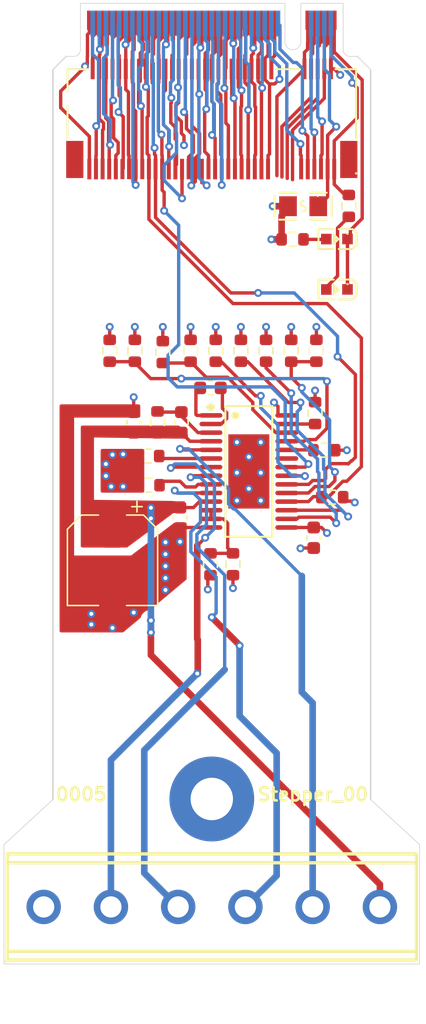
<source format=kicad_pcb>
(kicad_pcb (version 20221018) (generator pcbnew)
  (layers (0 "F.Cu" signal) (1 "In1.Cu" signal) (2 "In2.Cu" signal) (31 "B.Cu" signal) (34 "B.Paste" user) (35 "F.Paste" user) (36 "B.SilkS" user "B.Silkscreen") (37 "F.SilkS" user "F.Silkscreen") (38 "B.Mask" user) (39 "F.Mask" user) (44 "Edge.Cuts" user))
  (net 0 "")
  (net 1 "Net-(CN1-1-Pad11)")
  (net 2 "Net-(CN1-20-Pad21)")
  (net 3 "Net-(CN1-20-Pad23)")
  (net 4 "Net-(CN1-20-Pad25)")
  (net 5 "Net-(CN1-20-Pad27)")
  (net 6 "Net-(CN1-1-Pad66)")
  (net 7 "Net-(CN1-20-Pad33)")
  (net 8 "Net-(CN1-20-Pad35)")
  (net 9 "Net-(CN1-20-Pad37)")
  (net 10 "Net-(CN1-1-Pad5)")
  (net 11 "Net-(CN1-20-Pad39)")
  (net 12 "Net-(CN1-1-Pad69)")
  (net 13 "Net-(CN1-1-Pad71)")
  (net 14 "Net-(CN1-1-Pad73)")
  (net 15 "Net-(CN1-20-Pad41)")
  (net 16 "+3V3")
  (net 17 "Net-(CN1-20-Pad43)")
  (net 18 "Net-(CN1-20-Pad45)")
  (net 19 "Net-(CN1-20-Pad49)")
  (net 20 "Net-(CN1-20-Pad51)")
  (net 21 "Net-(CN1-20-Pad59)")
  (net 22 "Net-(CN1-20-Pad61)")
  (net 23 "Net-(CN1-1-Pad67)")
  (net 24 "Net-(CN1-1-Pad7)")
  (net 25 "Net-(CN1-20-Pad63)")
  (net 26 "Net-(CN1-1-Pad74)")
  (net 27 "Net-(CN1-1-Pad9)")
  (net 28 "GND")
  (net 29 "Net-(LED1-+)")
  (net 30 "+5V")
  (net 31 "Net-(LED2-+)")
  (net 32 "Net-(CN1-20-Pad29)")
  (net 33 "Net-(CN1-20-Pad31)")
  (net 34 "4")
  (net 35 "6")
  (net 36 "8")
  (net 37 "10")
  (net 38 "20")
  (net 39 "Net-(CN1-20-Pad47)")
  (net 40 "Net-(CN1-1-Pad3)")
  (net 41 "Net-(U1-VCP)")
  (net 42 "+12V")
  (net 43 "Net-(U1-ISENA)")
  (net 44 "Net-(U1-ISENB)")
  (net 45 "Net-(U1-AVREF)")
  (net 46 "Net-(U1-nHOME)")
  (net 47 "Net-(U1-MODE1)")
  (net 48 "Net-(U1-MODE2)")
  (net 49 "Net-(U1-MODE0)")
  (net 50 "Fault")
  (net 51 "Net-(U1-DECAY)")
  (net 52 "Net-(U1-NENBL)")
  (net 53 "Net-(U1-nSLEEP)")
  (net 54 "Net-(U1-nRESET)")
  (net 55 "Net-(U1-CP1)")
  (net 56 "Net-(U1-CP2)")
  (net 57 "Motor_D")
  (net 58 "Motor_A")
  (net 59 "Motor_B")
  (net 60 "Motor_C")
  (net 62 "STEP_INC")
  (net 63 "Direction")
  (footprint "Capacitor_SMD:C_0603_1608Metric" (layer "F.Cu") (at 108.6 100.56)
    (fp_text reference "C6" hide)
    (fp_text value "0.01 uF" hide)
  )
  (footprint "footprint:F0805" (layer "F.Cu") (at 115.6 86.86 180)
    (fp_text reference "F1" hide)
    (fp_text value "TLC-PSMD010" hide)
  )
  (footprint "Resistor_SMD:R_0603_1608Metric" (layer "F.Cu") (at 100.9875 97.76 90)
    (fp_text reference "R17" hide)
    (fp_text value "NM" hide)
  )
  (footprint "Resistor_SMD:R_0603_1608Metric" (layer "F.Cu") (at 116.6 97.76 90)
    (fp_text reference "R14" hide)
    (fp_text value "NM" hide)
  )
  (footprint "Resistor_SMD:R_0603_1608Metric" (layer "F.Cu") (at 103.925 107.9)
    (fp_text reference "R5" hide)
    (fp_text value "0.2R" hide)
  )
  (footprint "NGFF:NGFF_M" (layer "F.Cu") (at 108.7 71.56 180)
    (fp_text reference "U2" hide)
    (fp_text value "~" hide)
    (fp_line (start -11 -4) (end -10.425 -4) (stroke (width 0.05)) (layer "Edge.Cuts"))
    (fp_line (start -9.925 -3.5) (end -9.925 0) (stroke (width 0.05)) (layer "Edge.Cuts"))
    (fp_line (start -9.925 0) (end -6.725 0) (stroke (width 0.05)) (layer "Edge.Cuts"))
    (fp_line (start -6.725 0) (end -6.725 -2.9) (stroke (width 0.05)) (layer "Edge.Cuts"))
    (fp_line (start -5.525 -2.9) (end -5.525 0) (stroke (width 0.05)) (layer "Edge.Cuts"))
    (fp_line (start -5.525 0) (end 0 0) (stroke (width 0.05)) (layer "Edge.Cuts"))
    (fp_line (start 0 0) (end 9.925 0) (stroke (width 0.05)) (layer "Edge.Cuts"))
    (fp_line (start 9.925 0) (end 9.925 -3.5) (stroke (width 0.05)) (layer "Edge.Cuts"))
    (fp_line (start 10.425 -4) (end 11 -4) (stroke (width 0.05)) (layer "Edge.Cuts"))
    (fp_arc (start -10.425 -4) (mid -10.071447 -3.853553) (end -9.925 -3.5) (stroke (width 0.05)) (layer "Edge.Cuts"))
    (fp_arc (start -6.725 -2.9) (mid -6.125 -3.5) (end -5.525 -2.9) (stroke (width 0.05)) (layer "Edge.Cuts"))
    (fp_arc (start 9.925 -3.5) (mid 10.071447 -3.853553) (end 10.425 -4) (stroke (width 0.05)) (layer "Edge.Cuts"))
  )
  (footprint "Resistor_SMD:R_0603_1608Metric" (layer "F.Cu") (at 116.5 102.46 90)
    (fp_text reference "R7" hide)
    (fp_text value "10k" hide)
  )
  (footprint "footprint:HTSSOP-28_L9.7-W4.4-P0.65-LS6.4-BL-EP" (layer "F.Cu") (at 111.5 106.86 -90)
    (fp_text reference "U1" hide)
    (fp_text value "DRV8825PWPR" hide)
  )
  (footprint "Resistor_SMD:R_0603_1608Metric" (layer "F.Cu") (at 104.6 103.16 -90)
    (fp_text reference "R3" hide)
    (fp_text value "1M" hide)
  )
  (footprint "footprint_old:CONN-SMD_67P-P0.50-V_NASB0-S6701-TS50" (layer "F.Cu") (at 108.6999 80.2852 180)
    (fp_text reference "CN1" hide)
    (fp_text value "NASB0-S6701-TS50" hide)
  )
  (footprint "Resistor_SMD:R_0603_1608Metric" (layer "F.Cu") (at 119.05 86.835 -90)
    (fp_text reference "R1" hide)
    (fp_text value "470R" hide)
  )
  (footprint "Capacitor_SMD:CP_Elec_6.3x5.4_Nichicon" (layer "F.Cu") (at 101.2 113.56 -90)
    (fp_text reference "C5" hide)
    (fp_text value "100 uF" hide)
  )
  (footprint "Resistor_SMD:R_0603_1608Metric" (layer "F.Cu") (at 114.8 89.36)
    (fp_text reference "R2" hide)
    (fp_text value "470R" hide)
  )
  (footprint "Capacitor_SMD:C_0603_1608Metric" (layer "F.Cu") (at 106.3 110.36 -90)
    (fp_text reference "C3" hide)
    (fp_text value "0.1 uF" hide)
  )
  (footprint "Resistor_SMD:R_0603_1608Metric" (layer "F.Cu") (at 105 97.86 90)
    (fp_text reference "R18" hide)
    (fp_text value "NM" hide)
  )
  (footprint "Resistor_SMD:R_0603_1608Metric" (layer "F.Cu") (at 103.9 105.7)
    (fp_text reference "R4" hide)
    (fp_text value "0.2R" hide)
  )
  (footprint "Resistor_SMD:R_0603_1608Metric" (layer "F.Cu") (at 114.7 97.76 -90)
    (fp_text reference "R13" hide)
    (fp_text value "NM" hide)
  )
  (footprint "Resistor_SMD:R_0603_1608Metric" (layer "F.Cu") (at 112.8 97.76 90)
    (fp_text reference "R23" hide)
    (fp_text value "NM" hide)
  )
  (footprint "Resistor_SMD:R_0603_1608Metric" (layer "F.Cu") (at 107.1 97.76 -90)
    (fp_text reference "R10" hide)
    (fp_text value "NM" hide)
  )
  (footprint "Capacitor_SMD:C_0603_1608Metric" (layer "F.Cu") (at 106.4 103.16 90)
    (fp_text reference "C1" hide)
    (fp_text value "0.1 uF" hide)
  )
  (footprint "Resistor_SMD:R_0603_1608Metric" (layer "F.Cu") (at 117.2 105.26)
    (fp_text reference "R11" hide)
    (fp_text value "10k" hide)
  )
  (footprint "Capacitor_SMD:C_0603_1608Metric" (layer "F.Cu") (at 102.8 103.16 90)
    (fp_text reference "C2" hide)
    (fp_text value "0.1 uF" hide)
  )
  (footprint "Resistor_SMD:R_0603_1608Metric" (layer "F.Cu") (at 102.8875 97.76 -90)
    (fp_text reference "R9" hide)
    (fp_text value "NM" hide)
  )
  (footprint "MountingHole:MountingHole_3.2mm_M3_Pad_TopBottom" (layer "F.Cu") (at 108.7 131.56 180)
    (fp_text reference "H1" hide)
    (fp_text value "MountingHole" hide)
  )
  (footprint "footprint:CONN-TH_DB126V-5.0-6P-GN" (layer "F.Cu") (at 108.700025 139.7)
    (fp_text reference "U3" hide)
    (fp_text value "DB126V-5_0-6P-GN" hide)
  )
  (footprint "Resistor_SMD:R_0603_1608Metric" (layer "F.Cu") (at 108.6 113.86 -90)
    (fp_text reference "R8" hide)
    (fp_text value "3k6" hide)
  )
  (footprint "footprints:LED0603-RD" (layer "F.Cu") (at 118.15 89.335 180)
    (fp_text reference "LED1" hide)
    (fp_text value "LTST-C191KRKT" hide)
  )
  (footprint "Resistor_SMD:R_0603_1608Metric" (layer "F.Cu") (at 110.9 97.76 90)
    (fp_text reference "R19" hide)
    (fp_text value "NM" hide)
  )
  (footprint "Capacitor_SMD:C_0603_1608Metric" (layer "F.Cu") (at 116.4 111.86 -90)
    (fp_text reference "C7" hide)
    (fp_text value "0.47 uF" hide)
  )
  (footprint "Resistor_SMD:R_0603_1608Metric" (layer "F.Cu") (at 110.3 113.86 -90)
    (fp_text reference "R6" hide)
    (fp_text value "47k" hide)
  )
  (footprint "Resistor_SMD:R_0603_1608Metric" (layer "F.Cu") (at 109 97.76 90)
    (fp_text reference "R16" hide)
    (fp_text value "NM" hide)
  )
  (footprint "Resistor_SMD:R_0603_1608Metric" (layer "F.Cu") (at 117.8 108.8)
    (fp_text reference "R12" hide)
    (fp_text value "10k" hide)
  )
  (footprint "footprints:LED0603-RD" (layer "F.Cu") (at 118.15 93.135 180)
    (fp_text reference "LED2" hide)
    (fp_text value "LTST-C191KRKT" hide)
  )
  (gr_line (start 120.7 131.6) (end 120.7 76.56) (stroke (width 0.1)) (layer "Edge.Cuts"))
  (gr_line (start 97.7 75.56) (end 96.7 76.56) (stroke (width 0.1)) (layer "Edge.Cuts"))
  (gr_line (start 124.4 144) (end 124.4 135) (stroke (width 0.05)) (layer "Edge.Cuts"))
  (gr_line (start 96.7 131.6) (end 96.7 76.56) (stroke (width 0.1)) (layer "Edge.Cuts"))
  (gr_line (start 120.7 131.6) (end 124.4 135) (stroke (width 0.05)) (layer "Edge.Cuts"))
  (gr_line (start 93 135) (end 93 144) (stroke (width 0.05)) (layer "Edge.Cuts"))
  (gr_line (start 93 144) (end 124.4 144) (stroke (width 0.05)) (layer "Edge.Cuts"))
  (gr_line (start 124.4 135) (end 124.4 135) (stroke (width 0.05)) (layer "Edge.Cuts"))
  (gr_line (start 93 135) (end 96.7 131.6) (stroke (width 0.05)) (layer "Edge.Cuts"))
  (gr_line (start 93 135) (end 93 135) (stroke (width 0.05)) (layer "Edge.Cuts"))
  (gr_line (start 119.7 75.56) (end 120.7 76.56) (stroke (width 0.1)) (layer "Edge.Cuts"))
  (gr_text "0005               Stepper_00" (at 96.8 131.8) (layer "F.SilkS") (effects (font (size 1 1) (thickness 0.2) bold) (justify left bottom)))
  (segment (start 115.396 82.16) (end 115.396 82.975) (width 0.254) (layer "F.Cu") (net 1))
  (segment (start 115.396 82.975) (end 115.45 83.029) (width 0.254) (layer "F.Cu") (net 1))
  (segment (start 115.45 83.029) (end 115.45 84.06) (width 0.254) (layer "F.Cu") (net 1))
  (via (at 115.396 82.16) (size 0.6) (drill 0.3) (layers "F.Cu" "B.Cu") (net 1))
  (segment (start 115.396 82.16) (end 114.366 81.1296) (width 0.254) (layer "B.Cu") (net 1))
  (segment (start 114.366 81.1296) (end 114.366 76.1259) (width 0.254) (layer "B.Cu") (net 1))
  (segment (start 113.466 75.2258) (end 113.466 74.482) (width 0.254) (layer "B.Cu") (net 1))
  (segment (start 113.2 74.2162) (end 113.2 73.085) (width 0.254) (layer "B.Cu") (net 1))
  (segment (start 113.466 74.482) (end 113.2 74.2162) (width 0.254) (layer "B.Cu") (net 1))
  (segment (start 114.366 76.1259) (end 113.466 75.2258) (width 0.254) (layer "B.Cu") (net 1))
  (segment (start 112.7 76.5109) (end 112.7 76.5105) (width 0.254) (layer "F.Cu") (net 2))
  (segment (start 112.7 76.511) (end 112.7 76.5109) (width 0.2) (layer "F.Cu") (net 2))
  (segment (start 112.95 83.544) (end 112.95 83.802) (width 0.254) (layer "F.Cu") (net 2))
  (segment (start 112.7 76.5105) (end 112.7 76.5104) (width 0.2) (layer "F.Cu") (net 2))
  (segment (start 113.031 77.638) (end 112.7 77.3073) (width 0.254) (layer "F.Cu") (net 2))
  (segment (start 112.7 76.5104) (end 112.7 76.5102) (width 0.254) (layer "F.Cu") (net 2))
  (segment (start 112.95 83.9955) (end 112.95 84.06) (width 0.2) (layer "F.Cu") (net 2))
  (segment (start 112.7 76.511) (end 112.7 76.5109) (width 0.254) (layer "F.Cu") (net 2))
  (segment (start 112.7 76.5105) (end 112.7 76.5104) (width 0.254) (layer "F.Cu") (net 2))
  (segment (start 113.062 82.917) (end 112.95 83.029) (width 0.254) (layer "F.Cu") (net 2))
  (segment (start 112.95 83.931) (end 112.95 83.9955) (width 0.2) (layer "F.Cu") (net 2))
  (segment (start 112.95 83.931) (end 112.95 83.9955) (width 0.2) (layer "F.Cu") (net 2))
  (segment (start 112.95 83.931) (end 112.95 83.9955) (width 0.254) (layer "F.Cu") (net 2))
  (segment (start 112.7 76.5101) (end 112.7 75.7213) (width 0.254) (layer "F.Cu") (net 2))
  (segment (start 112.7 75.7213) (end 112.95 75.4712) (width 0.254) (layer "F.Cu") (net 2))
  (segment (start 113.062 77.638) (end 113.031 77.638) (width 0.254) (layer "F.Cu") (net 2))
  (segment (start 112.7 76.5102) (end 112.7 76.5101) (width 0.2) (layer "F.Cu") (net 2))
  (segment (start 112.7 76.5142) (end 112.7 76.5121) (width 0.254) (layer "F.Cu") (net 2))
  (segment (start 112.7 76.5105) (end 112.7 76.5104) (width 0.2) (layer "F.Cu") (net 2))
  (segment (start 112.7 76.5109) (end 112.7 76.5105) (width 0.254) (layer "F.Cu") (net 2))
  (segment (start 112.7 76.5102) (end 112.6999 76.5101) (width 0.1524) (layer "F.Cu") (net 2))
  (segment (start 112.95 75.4712) (end 112.95 72.835) (width 0.254) (layer "F.Cu") (net 2))
  (segment (start 112.95 83.286) (end 112.95 83.544) (width 0.254) (layer "F.Cu") (net 2))
  (segment (start 112.7 76.5121) (end 112.7 76.512) (width 0.254) (layer "F.Cu") (net 2))
  (segment (start 112.7 76.5121) (end 112.7 76.512) (width 0.254) (layer "F.Cu") (net 2))
  (segment (start 112.7 76.511) (end 112.7 76.5109) (width 0.254) (layer "F.Cu") (net 2))
  (segment (start 112.7 76.5109) (end 112.7 76.5105) (width 0.254) (layer "F.Cu") (net 2))
  (segment (start 112.7 76.5143) (end 112.7 76.5142) (width 0.254) (layer "F.Cu") (net 2))
  (segment (start 112.7 76.5102) (end 112.7 76.5101) (width 0.254) (layer "F.Cu") (net 2))
  (segment (start 112.7 76.5102) (end 112.7 76.5101) (width 0.254) (layer "F.Cu") (net 2))
  (segment (start 112.7 76.5102) (end 112.7 76.5101) (width 0.2) (layer "F.Cu") (net 2))
  (segment (start 113.062 77.638) (end 113.062 82.917) (width 0.254) (layer "F.Cu") (net 2))
  (segment (start 112.7 76.5105) (end 112.7 76.5104) (width 0.254) (layer "F.Cu") (net 2))
  (segment (start 112.95 83.286) (end 112.95 83.544) (width 0.254) (layer "F.Cu") (net 2))
  (segment (start 112.7 76.5109) (end 112.7 76.5105) (width 0.2) (layer "F.Cu") (net 2))
  (segment (start 112.7 77.3073) (end 112.7 76.5143) (width 0.254) (layer "F.Cu") (net 2))
  (segment (start 112.7 76.511) (end 112.7 76.5109) (width 0.254) (layer "F.Cu") (net 2))
  (segment (start 112.7 76.5105) (end 112.7 76.5104) (width 0.254) (layer "F.Cu") (net 2))
  (segment (start 112.7 76.512) (end 112.7 76.511) (width 0.254) (layer "F.Cu") (net 2))
  (segment (start 112.7 76.5104) (end 112.7 76.5102) (width 0.2) (layer "F.Cu") (net 2))
  (segment (start 112.7 76.5142) (end 112.7 76.5121) (width 0.254) (layer "F.Cu") (net 2))
  (segment (start 112.95 83.802) (end 112.95 83.931) (width 0.254) (layer "F.Cu") (net 2))
  (segment (start 112.7 76.512) (end 112.7 76.511) (width 0.254) (layer "F.Cu") (net 2))
  (segment (start 113.812 77.2777) (end 113.452 77.638) (width 0.254) (layer "F.Cu") (net 2))
  (segment (start 112.9498 83.9957) (end 112.9498 84.06) (width 0.1524) (layer "F.Cu") (net 2))
  (segment (start 112.7 76.5143) (end 112.7 76.5142) (width 0.254) (layer "F.Cu") (net 2))
  (segment (start 113.452 77.638) (end 113.062 77.638) (width 0.254) (layer "F.Cu") (net 2))
  (segment (start 112.7 76.512) (end 112.7 76.511) (width 0.254) (layer "F.Cu") (net 2))
  (segment (start 112.7 76.5102) (end 112.7 76.5101) (width 0.254) (layer "F.Cu") (net 2))
  (segment (start 112.7 76.5104) (end 112.7 76.5102) (width 0.254) (layer "F.Cu") (net 2))
  (segment (start 112.7 76.5104) (end 112.7 76.5102) (width 0.2) (layer "F.Cu") (net 2))
  (segment (start 112.95 83.029) (end 112.95 83.286) (width 0.254) (layer "F.Cu") (net 2))
  (segment (start 112.7 76.5121) (end 112.7 76.512) (width 0.254) (layer "F.Cu") (net 2))
  (segment (start 112.7 76.5104) (end 112.7 76.5102) (width 0.254) (layer "F.Cu") (net 2))
  (segment (start 112.95 83.9955) (end 112.9498 83.9957) (width 0.1524) (layer "F.Cu") (net 2))
  (segment (start 112.95 83.802) (end 112.95 83.931) (width 0.2) (layer "F.Cu") (net 2))
  (segment (start 112.95 83.9955) (end 112.95 84.06) (width 0.2) (layer "F.Cu") (net 2))
  (segment (start 112.95 83.9955) (end 112.95 84.06) (width 0.254) (layer "F.Cu") (net 2))
  (via (at 113.812 77.2777) (size 0.6) (drill 0.3) (layers "F.Cu" "B.Cu") (net 2))
  (segment (start 113.083 75.606) (end 113.812 76.335) (width 0.254) (layer "B.Cu") (net 2))
  (segment (start 112.7 74.2577) (end 113.083 74.6406) (width 0.254) (layer "B.Cu") (net 2))
  (segment (start 113.083 74.6406) (end 113.083 75.606) (width 0.254) (layer "B.Cu") (net 2))
  (segment (start 112.7 73.085) (end 112.7 74.2577) (width 0.254) (layer "B.Cu") (net 2))
  (segment (start 113.812 76.335) (end 113.812 77.2777) (width 0.254) (layer "B.Cu") (net 2))
  (segment (start 112.46 77.9414) (end 112.506 77.9414) (width 0.254) (layer "F.Cu") (net 3))
  (segment (start 112.2 76.4938) (end 112.2 76.5101) (width 0.2) (layer "F.Cu") (net 3))
  (segment (start 112.2 76.7317) (end 112.2 76.7315) (width 0.2) (layer "F.Cu") (net 3))
  (segment (start 112.2 75.9527) (end 112.2 76.4448) (width 0.2) (layer "F.Cu") (net 3))
  (segment (start 112.45 77.9519) (end 112.46 77.9414) (width 0.254) (layer "F.Cu") (net 3))
  (segment (start 112.2 75.4602) (end 112.45 75.21) (width 0.254) (layer "F.Cu") (net 3))
  (segment (start 112.2 75.9527) (end 112.2 75.9525) (width 0.254) (layer "F.Cu") (net 3))
  (segment (start 112.2 76.7317) (end 112.2 76.7315) (width 0.2) (layer "F.Cu") (net 3))
  (segment (start 112.45 84.06) (end 112.45 77.9519) (width 0.254) (layer "F.Cu") (net 3))
  (segment (start 112.2 76.7315) (end 112.2 76.5101) (width 0.2) (layer "F.Cu") (net 3))
  (segment (start 112.2 75.9525) (end 112.2 75.4602) (width 0.254) (layer "F.Cu") (net 3))
  (segment (start 112.2 76.9533) (end 112.2 76.9535) (width 0.254) (layer "F.Cu") (net 3))
  (segment (start 112.2 76.7317) (end 112.2 76.9533) (width 0.254) (layer "F.Cu") (net 3))
  (segment (start 112.2 76.5101) (end 112.2 76.7315) (width 0.254) (layer "F.Cu") (net 3))
  (segment (start 112.2 75.9525) (end 112.2 75.9527) (width 0.2) (layer "F.Cu") (net 3))
  (segment (start 112.46 77.6902) (end 112.46 77.9414) (width 0.254) (layer "F.Cu") (net 3))
  (segment (start 112.2 76.7315) (end 112.2 76.7317) (width 0.254) (layer "F.Cu") (net 3))
  (segment (start 112.45 75.21) (end 112.45 72.835) (width 0.254) (layer "F.Cu") (net 3))
  (segment (start 112.2 76.7315) (end 112.2 76.5101) (width 0.2) (layer "F.Cu") (net 3))
  (segment (start 112.2 77.4295) (end 112.46 77.6902) (width 0.254) (layer "F.Cu") (net 3))
  (segment (start 112.2 76.9535) (end 112.2 77.4295) (width 0.254) (layer "F.Cu") (net 3))
  (segment (start 112.2 76.4938) (end 112.2 76.5101) (width 0.254) (layer "F.Cu") (net 3))
  (segment (start 112.2 76.4775) (end 112.2 76.4938) (width 0.2) (layer "F.Cu") (net 3))
  (segment (start 112.2 76.9535) (end 112.2 76.9533) (width 0.2) (layer "F.Cu") (net 3))
  (segment (start 112.2 76.9533) (end 112.2 76.7317) (width 0.2) (layer "F.Cu") (net 3))
  (segment (start 112.2 76.4448) (end 112.2 75.9527) (width 0.254) (layer "F.Cu") (net 3))
  (segment (start 112.1998 76.494) (end 112.1998 76.5101) (width 0.1524) (layer "F.Cu") (net 3))
  (segment (start 112.2 76.4938) (end 112.1998 76.494) (width 0.1524) (layer "F.Cu") (net 3))
  (segment (start 112.2 76.4775) (end 112.2 76.4938) (width 0.254) (layer "F.Cu") (net 3))
  (segment (start 112.2 76.4448) (end 112.2 76.4775) (width 0.2) (layer "F.Cu") (net 3))
  (via (at 112.506 77.9414) (size 0.6) (drill 0.3) (layers "F.Cu" "B.Cu") (net 3))
  (segment (start 112.506 74.622) (end 112.506 77.9414) (width 0.254) (layer "B.Cu") (net 3))
  (segment (start 112.2 74.3159) (end 112.506 74.622) (width 0.254) (layer "B.Cu") (net 3))
  (segment (start 112.2 73.085) (end 112.2 74.3159) (width 0.254) (layer "B.Cu") (net 3))
  (segment (start 111.7 76.4751) (end 111.7 76.4926) (width 0.2) (layer "F.Cu") (net 4))
  (segment (start 111.95 83.931) (end 111.95 83.9955) (width 0.254) (layer "F.Cu") (net 4))
  (segment (start 111.95 83.286) (end 111.95 83.544) (width 0.254) (layer "F.Cu") (net 4))
  (segment (start 111.95 83.802) (end 111.95 83.931) (width 0.2) (layer "F.Cu") (net 4))
  (segment (start 111.7 76.4751) (end 111.7 75.9772) (width 0.254) (layer "F.Cu") (net 4))
  (segment (start 111.7 76.9817) (end 111.7 76.9818) (width 0.254) (layer "F.Cu") (net 4))
  (segment (start 111.7 76.7459) (end 111.7 76.7458) (width 0.2) (layer "F.Cu") (net 4))
  (segment (start 111.7 76.9818) (end 111.7 77.4711) (width 0.254) (layer "F.Cu") (net 4))
  (segment (start 111.7 76.9818) (end 111.7 76.9817) (width 0.2) (layer "F.Cu") (net 4))
  (segment (start 111.7 75.9772) (end 111.7 76.4751) (width 0.2) (layer "F.Cu") (net 4))
  (segment (start 111.95 74.8113) (end 111.831 74.9299) (width 0.254) (layer "F.Cu") (net 4))
  (segment (start 111.831 75.3477) (end 111.831 74.9299) (width 0.254) (layer "F.Cu") (net 4))
  (segment (start 111.95 83.931) (end 111.95 83.9955) (width 0.2) (layer "F.Cu") (net 4))
  (segment (start 111.95 83.9955) (end 111.95 84.06) (width 0.2) (layer "F.Cu") (net 4))
  (segment (start 112.006 79.3775) (end 112.006 82.973) (width 0.254) (layer "F.Cu") (net 4))
  (segment (start 111.95 83.286) (end 111.95 83.544) (width 0.254) (layer "F.Cu") (net 4))
  (segment (start 111.7 76.7459) (end 111.7 76.7458) (width 0.2) (layer "F.Cu") (net 4))
  (segment (start 111.95 83.9955) (end 111.95 84.06) (width 0.254) (layer "F.Cu") (net 4))
  (segment (start 112.006 82.973) (end 111.95 83.029) (width 0.254) (layer "F.Cu") (net 4))
  (segment (start 111.7 76.7459) (end 111.7 76.9817) (width 0.254) (layer "F.Cu") (net 4))
  (segment (start 111.7 76.4926) (end 111.7 76.5013) (width 0.254) (layer "F.Cu") (net 4))
  (segment (start 111.95 79.3216) (end 112.006 79.3775) (width 0.254) (layer "F.Cu") (net 4))
  (segment (start 111.6999 76.5014) (end 111.6999 76.5101) (width 0.1524) (layer "F.Cu") (net 4))
  (segment (start 111.7 75.4792) (end 111.831 75.3477) (width 0.254) (layer "F.Cu") (net 4))
  (segment (start 111.7 76.4926) (end 111.7 76.5013) (width 0.2) (layer "F.Cu") (net 4))
  (segment (start 111.95 77.721) (end 111.95 79.3216) (width 0.254) (layer "F.Cu") (net 4))
  (segment (start 111.7 75.9771) (end 111.7 75.4792) (width 0.254) (layer "F.Cu") (net 4))
  (segment (start 111.7 76.7458) (end 111.7 76.5101) (width 0.2) (layer "F.Cu") (net 4))
  (segment (start 111.7 75.9772) (end 111.7 75.9771) (width 0.254) (layer "F.Cu") (net 4))
  (segment (start 111.7 76.7458) (end 111.7 76.7459) (width 0.254) (layer "F.Cu") (net 4))
  (segment (start 111.7 77.4711) (end 111.95 77.721) (width 0.254) (layer "F.Cu") (net 4))
  (segment (start 111.95 83.9955) (end 111.9498 83.9957) (width 0.1524) (layer "F.Cu") (net 4))
  (segment (start 111.95 83.544) (end 111.95 83.802) (width 0.254) (layer "F.Cu") (net 4))
  (segment (start 111.95 83.9955) (end 111.95 84.06) (width 0.2) (layer "F.Cu") (net 4))
  (segment (start 111.95 83.931) (end 111.95 83.9955) (width 0.2) (layer "F.Cu") (net 4))
  (segment (start 111.7 76.5013) (end 111.7 76.5101) (width 0.2) (layer "F.Cu") (net 4))
  (segment (start 111.7 76.5013) (end 111.7 76.5101) (width 0.254) (layer "F.Cu") (net 4))
  (segment (start 111.7 76.7458) (end 111.7 76.5101) (width 0.2) (layer "F.Cu") (net 4))
  (segment (start 111.9498 83.9957) (end 111.9498 84.06) (width 0.1524) (layer "F.Cu") (net 4))
  (segment (start 111.95 83.029) (end 111.95 83.286) (width 0.254) (layer "F.Cu") (net 4))
  (segment (start 111.95 72.835) (end 111.95 74.8113) (width 0.254) (layer "F.Cu") (net 4))
  (segment (start 111.7 76.5101) (end 111.7 76.7458) (width 0.254) (layer "F.Cu") (net 4))
  (segment (start 111.7 76.9817) (end 111.7 76.7459) (width 0.2) (layer "F.Cu") (net 4))
  (segment (start 111.7 76.5013) (end 111.6999 76.5014) (width 0.1524) (layer "F.Cu") (net 4))
  (segment (start 111.95 83.802) (end 111.95 83.931) (width 0.254) (layer "F.Cu") (net 4))
  (segment (start 111.7 75.9771) (end 111.7 75.9772) (width 0.2) (layer "F.Cu") (net 4))
  (via (at 111.831 74.9299) (size 0.6) (drill 0.3) (layers "F.Cu" "B.Cu") (net 4))
  (segment (start 111.7 74.7985) (end 111.831 74.9299) (width 0.254) (layer "B.Cu") (net 4))
  (segment (start 111.7 73.085) (end 111.7 74.7985) (width 0.254) (layer "B.Cu") (net 4))
  (segment (start 111.2 76.5101) (end 111.1998 76.5101) (width 0.1524) (layer "F.Cu") (net 5))
  (segment (start 111.2 75.4792) (end 111.264 75.4152) (width 0.254) (layer "F.Cu") (net 5))
  (segment (start 111.506 79.5519) (end 111.506 77.8471) (width 0.254) (layer "F.Cu") (net 5))
  (segment (start 111.2 76.5101) (end 111.2 75.4792) (width 0.254) (layer "F.Cu") (net 5))
  (segment (start 111.45 79.6078) (end 111.506 79.5519) (width 0.254) (layer "F.Cu") (net 5))
  (segment (start 111.45 73.8159) (end 111.45 72.835) (width 0.254) (layer "F.Cu") (net 5))
  (segment (start 111.45 84.06) (end 111.45 79.6078) (width 0.254) (layer "F.Cu") (net 5))
  (segment (start 111.264 74.0021) (end 111.45 73.8159) (width 0.254) (layer "F.Cu") (net 5))
  (segment (start 111.264 75.4152) (end 111.264 74.0021) (width 0.254) (layer "F.Cu") (net 5))
  (segment (start 111.506 77.8471) (end 111.2 77.541) (width 0.254) (layer "F.Cu") (net 5))
  (segment (start 111.2 77.541) (end 111.2 76.5101) (width 0.254) (layer "F.Cu") (net 5))
  (via (at 111.45 79.6078) (size 0.6) (drill 0.3) (layers "F.Cu" "B.Cu") (net 5))
  (segment (start 111.264 73.1488) (end 111.2 73.085) (width 0.254) (layer "B.Cu") (net 5))
  (segment (start 111.504 79.5532) (end 111.504 76.2205) (width 0.254) (layer "B.Cu") (net 5))
  (segment (start 111.264 75.9799) (end 111.264 73.1488) (width 0.254) (layer "B.Cu") (net 5))
  (segment (start 111.45 79.6078) (end 111.504 79.5532) (width 0.254) (layer "B.Cu") (net 5))
  (segment (start 111.504 76.2205) (end 111.264 75.9799) (width 0.254) (layer "B.Cu") (net 5))
  (segment (start 101.7 76.7582) (end 101.7 76.6343) (width 0.254) (layer "F.Cu") (net 6))
  (segment (start 101.7 76.6342) (end 101.7 76.5723) (width 0.2) (layer "F.Cu") (net 6))
  (segment (start 101.7 76.5722) (end 101.7 76.5413) (width 0.254) (layer "F.Cu") (net 6))
  (segment (start 101.7 76.5413) (end 101.7 76.5104) (width 0.254) (layer "F.Cu") (net 6))
  (segment (start 101.7 76.7582) (end 101.7 76.6343) (width 0.254) (layer "F.Cu") (net 6))
  (segment (start 101.7 76.5413) (end 101.6999 76.5412) (width 0.1524) (layer "F.Cu") (net 6))
  (segment (start 101.7 76.5413) (end 101.7 76.5104) (width 0.254) (layer "F.Cu") (net 6))
  (segment (start 101.7 76.6342) (end 101.7 76.5723) (width 0.254) (layer "F.Cu") (net 6))
  (segment (start 101.95 74.1202) (end 101.95 72.835) (width 0.254) (layer "F.Cu") (net 6))
  (segment (start 101.7 76.5104) (end 101.7 75.4925) (width 0.254) (layer "F.Cu") (net 6))
  (segment (start 101.7 76.5722) (end 101.7 76.5413) (width 0.254) (layer "F.Cu") (net 6))
  (segment (start 101.7 76.5723) (end 101.7 76.5722) (width 0.254) (layer "F.Cu") (net 6))
  (segment (start 101.7 76.5722) (end 101.7 76.5413) (width 0.2) (layer "F.Cu") (net 6))
  (segment (start 101.7 76.6343) (end 101.7 76.6342) (width 0.2) (layer "F.Cu") (net 6))
  (segment (start 101.95 84.06) (end 101.9498 84.0602) (width 0.1524) (layer "F.Cu") (net 6))
  (segment (start 101.7 76.5723) (end 101.7 76.5722) (width 0.254) (layer "F.Cu") (net 6))
  (segment (start 101.7 75.4925) (end 101.63 75.4221) (width 0.254) (layer "F.Cu") (net 6))
  (segment (start 101.7 76.7583) (end 101.7 76.7582) (width 0.254) (layer "F.Cu") (net 6))
  (segment (start 101.7 76.6343) (end 101.7 76.6342) (width 0.254) (layer "F.Cu") (net 6))
  (segment (start 101.799 79.6145) (end 101.799 78.6192) (width 0.254) (layer "F.Cu") (net 6))
  (segment (start 101.7 76.6343) (end 101.7 76.6342) (width 0.254) (layer "F.Cu") (net 6))
  (segment (start 101.7 76.5723) (end 101.7 76.5722) (width 0.2) (layer "F.Cu") (net 6))
  (segment (start 101.7 77.0063) (end 101.7 77.0062) (width 0.254) (layer "F.Cu") (net 6))
  (segment (start 102.008 84.002) (end 101.95 84.06) (width 0.254) (layer "F.Cu") (net 6))
  (segment (start 101.9498 84.0602) (end 101.9498 84.0603) (width 0.1524) (layer "F.Cu") (net 6))
  (segment (start 102.008 80.1145) (end 102.008 84.002) (width 0.254) (layer "F.Cu") (net 6))
  (segment (start 101.63 75.4221) (end 101.63 74.4407) (width 0.254) (layer "F.Cu") (net 6))
  (segment (start 101.6535 79.76) (end 101.799 79.6145) (width 0.254) (layer "F.Cu") (net 6))
  (segment (start 101.7 76.5723) (end 101.7 76.5722) (width 0.254) (layer "F.Cu") (net 6))
  (segment (start 101.63 74.4407) (end 101.95 74.1202) (width 0.254) (layer "F.Cu") (net 6))
  (segment (start 101.7 76.6343) (end 101.7 76.6342) (width 0.254) (layer "F.Cu") (net 6))
  (segment (start 101.7 77.0062) (end 101.7 76.7583) (width 0.254) (layer "F.Cu") (net 6))
  (segment (start 101.7 76.7583) (end 101.7 76.7582) (width 0.254) (layer "F.Cu") (net 6))
  (segment (start 101.7 76.6342) (end 101.7 76.5723) (width 0.254) (layer "F.Cu") (net 6))
  (segment (start 101.7 76.5413) (end 101.7 76.5104) (width 0.254) (layer "F.Cu") (net 6))
  (segment (start 101.7 76.5722) (end 101.7 76.5413) (width 0.254) (layer "F.Cu") (net 6))
  (segment (start 101.799 78.6192) (end 101.7 78.5202) (width 0.254) (layer "F.Cu") (net 6))
  (segment (start 101.7 76.6342) (end 101.7 76.5723) (width 0.254) (layer "F.Cu") (net 6))
  (segment (start 101.7 76.5413) (end 101.7 76.5104) (width 0.2) (layer "F.Cu") (net 6))
  (segment (start 101.7 76.5413) (end 101.7 76.5104) (width 0.2) (layer "F.Cu") (net 6))
  (segment (start 101.7 76.5723) (end 101.7 76.5722) (width 0.2) (layer "F.Cu") (net 6))
  (segment (start 101.6535 79.76) (end 102.008 80.1145) (width 0.254) (layer "F.Cu") (net 6))
  (segment (start 101.6999 76.5412) (end 101.6999 76.5104) (width 0.1524) (layer "F.Cu") (net 6))
  (segment (start 101.7 76.5722) (end 101.7 76.5413) (width 0.2) (layer "F.Cu") (net 6))
  (segment (start 101.7 78.5202) (end 101.7 76.6343) (width 0.254) (layer "F.Cu") (net 6))
  (via (at 101.6535 79.76) (size 0.6) (drill 0.3) (layers "F.Cu" "B.Cu") (net 6))
  (segment (start 101.63 77.7444) (end 101.63 73.155) (width 0.254) (layer "B.Cu") (net 6))
  (segment (start 101.63 73.155) (end 101.7 73.085) (width 0.254) (layer "B.Cu") (net 6))
  (segment (start 101.6535 79.76) (end 101.799 79.6145) (width 0.254) (layer "B.Cu") (net 6))
  (segment (start 101.799 79.6145) (end 101.799 77.9134) (width 0.254) (layer "B.Cu") (net 6))
  (segment (start 101.799 77.9134) (end 101.63 77.7444) (width 0.254) (layer "B.Cu") (net 6))
  (segment (start 109.95 81.5973) (end 109.95 81.5975) (width 0.254) (layer "F.Cu") (net 7))
  (segment (start 109.734 76.4755) (end 109.717 76.4928) (width 0.254) (layer "F.Cu") (net 7))
  (segment (start 109.717 76.4928) (end 109.708 76.5014) (width 0.254) (layer "F.Cu") (net 7))
  (segment (start 109.708 76.5014) (end 109.704 76.5057) (width 0.254) (layer "F.Cu") (net 7))
  (segment (start 109.7 76.5099) (end 109.7 76.5101) (width 0.254) (layer "F.Cu") (net 7))
  (segment (start 109.717 76.4928) (end 109.708 76.5014) (width 0.254) (layer "F.Cu") (net 7))
  (segment (start 109.734 76.4755) (end 109.717 76.4928) (width 0.254) (layer "F.Cu") (net 7))
  (segment (start 109.9498 83.2392) (end 109.9498 84.06) (width 0.1524) (layer "F.Cu") (net 7))
  (segment (start 109.7 77.9598) (end 109.762 78.0222) (width 0.254) (layer "F.Cu") (net 7))
  (segment (start 109.95 72.835) (end 109.95 74.1769) (width 0.254) (layer "F.Cu") (net 7))
  (segment (start 109.769 76.4409) (end 109.734 76.4755) (width 0.254) (layer "F.Cu") (net 7))
  (segment (start 109.95 83.239) (end 109.9498 83.2392) (width 0.1524) (layer "F.Cu") (net 7))
  (segment (start 109.7 77.9598) (end 109.653 77.9598) (width 0.254) (layer "F.Cu") (net 7))
  (segment (start 109.708 76.5014) (end 109.704 76.5057) (width 0.254) (layer "F.Cu") (net 7))
  (segment (start 109.702 76.5079) (end 109.6999 76.51) (width 0.1524) (layer "F.Cu") (net 7))
  (segment (start 109.762 78.0222) (end 109.762 80.5891) (width 0.254) (layer "F.Cu") (net 7))
  (segment (start 109.95 83.239) (end 109.95 84.06) (width 0.254) (layer "F.Cu") (net 7))
  (segment (start 109.717 76.4928) (end 109.7 76.5099) (width 0.254) (layer "F.Cu") (net 7))
  (segment (start 109.7 76.5101) (end 109.7 77.9598) (width 0.254) (layer "F.Cu") (net 7))
  (segment (start 109.702 76.5079) (end 109.7 76.5101) (width 0.254) (layer "F.Cu") (net 7))
  (segment (start 109.95 82.418) (end 109.95 83.239) (width 0.254) (layer "F.Cu") (net 7))
  (segment (start 109.762 80.5891) (end 109.95 80.7766) (width 0.254) (layer "F.Cu") (net 7))
  (segment (start 109.95 81.5975) (end 109.95 82.418) (width 0.254) (layer "F.Cu") (net 7))
  (segment (start 109.704 76.5057) (end 109.702 76.5079) (width 0.254) (layer "F.Cu") (net 7))
  (segment (start 109.95 81.5973) (end 109.95 81.5975) (width 0.254) (layer "F.Cu") (net 7))
  (segment (start 109.95 80.7766) (end 109.95 81.5973) (width 0.254) (layer "F.Cu") (net 7))
  (segment (start 109.704 76.5057) (end 109.702 76.5079) (width 0.254) (layer "F.Cu") (net 7))
  (segment (start 109.6999 76.51) (end 109.6999 76.5101) (width 0.1524) (layer "F.Cu") (net 7))
  (segment (start 109.95 74.1769) (end 109.769 74.3578) (width 0.254) (layer "F.Cu") (net 7))
  (segment (start 109.702 76.5079) (end 109.7 76.5101) (width 0.254) (layer "F.Cu") (net 7))
  (segment (start 109.95 81.5975) (end 109.95 82.418) (width 0.254) (layer "F.Cu") (net 7))
  (segment (start 109.769 74.3578) (end 109.769 76.4409) (width 0.254) (layer "F.Cu") (net 7))
  (via (at 109.653 77.9598) (size 0.6) (drill 0.3) (layers "F.Cu" "B.Cu") (net 7))
  (segment (start 109.7 74.3159) (end 109.653 74.3631) (width 0.254) (layer "B.Cu") (net 7))
  (segment (start 109.653 74.3631) (end 109.653 77.9598) (width 0.254) (layer "B.Cu") (net 7))
  (segment (start 109.7 73.085) (end 109.7 74.3159) (width 0.254) (layer "B.Cu") (net 7))
  (segment (start 109.2 76.5251) (end 109.2 76.5176) (width 0.2) (layer "F.Cu") (net 8))
  (segment (start 109.2 76.5176) (end 109.1998 76.5174) (width 0.1524) (layer "F.Cu") (net 8))
  (segment (start 109.096 78.1912) (end 109.379 78.4741) (width 0.254) (layer "F.Cu") (net 8))
  (segment (start 109.096 77.6451) (end 109.096 78.1912) (width 0.254) (layer "F.Cu") (net 8))
  (segment (start 109.2 76.5405) (end 109.2 76.5253) (width 0.254) (layer "F.Cu") (net 8))
  (segment (start 109.379 78.4741) (end 109.379 82.958) (width 0.254) (layer "F.Cu") (net 8))
  (segment (start 109.2 76.5711) (end 109.2 77.0558) (width 0.254) (layer "F.Cu") (net 8))
  (segment (start 109.45 73.8159) (end 109.45 72.835) (width 0.254) (layer "F.Cu") (net 8))
  (segment (start 109.2 76.0711) (end 109.2 76.5101) (width 0.2) (layer "F.Cu") (net 8))
  (segment (start 109.2 76.5253) (end 109.2 76.5251) (width 0.254) (layer "F.Cu") (net 8))
  (segment (start 109.379 82.958) (end 109.45 83.029) (width 0.254) (layer "F.Cu") (net 8))
  (segment (start 109.2 77.0558) (end 109.2 77.056) (width 0.254) (layer "F.Cu") (net 8))
  (segment (start 109.2 76.5251) (end 109.2 76.5176) (width 0.254) (layer "F.Cu") (net 8))
  (segment (start 109.2 76.0709) (end 109.2 76.0711) (width 0.2) (layer "F.Cu") (net 8))
  (segment (start 109.2 76.5711) (end 109.2 76.5405) (width 0.2) (layer "F.Cu") (net 8))
  (segment (start 109.2 76.5251) (end 109.2 76.5176) (width 0.2) (layer "F.Cu") (net 8))
  (segment (start 109.2 76.5253) (end 109.2 76.5251) (width 0.2) (layer "F.Cu") (net 8))
  (segment (start 109.2 77.056) (end 109.2 77.0558) (width 0.2) (layer "F.Cu") (net 8))
  (segment (start 109.2 77.541) (end 109.096 77.6451) (width 0.254) (layer "F.Cu") (net 8))
  (segment (start 109.2 76.5405) (end 109.2 76.5253) (width 0.2) (layer "F.Cu") (net 8))
  (segment (start 109.1998 76.5174) (end 109.1998 76.5101) (width 0.1524) (layer "F.Cu") (net 8))
  (segment (start 109.2 76.0711) (end 109.2 76.0709) (width 0.254) (layer "F.Cu") (net 8))
  (segment (start 109.2 76.5176) (end 109.2 76.5101) (width 0.2) (layer "F.Cu") (net 8))
  (segment (start 109.2 75.6013) (end 109.386 75.4149) (width 0.254) (layer "F.Cu") (net 8))
  (segment (start 109.2 76.5176) (end 109.2 76.5101) (width 0.2) (layer "F.Cu") (net 8))
  (segment (start 109.2 77.0558) (end 109.2 76.5711) (width 0.2) (layer "F.Cu") (net 8))
  (segment (start 109.2 76.0709) (end 109.2 75.6013) (width 0.254) (layer "F.Cu") (net 8))
  (segment (start 109.2 76.5253) (end 109.2 76.5251) (width 0.2) (layer "F.Cu") (net 8))
  (segment (start 109.386 75.4149) (end 109.386 73.8797) (width 0.254) (layer "F.Cu") (net 8))
  (segment (start 109.2 76.5101) (end 109.2 76.0711) (width 0.254) (layer "F.Cu") (net 8))
  (segment (start 109.386 73.8797) (end 109.45 73.8159) (width 0.254) (layer "F.Cu") (net 8))
  (segment (start 109.45 83.029) (end 109.45 84.06) (width 0.254) (layer "F.Cu") (net 8))
  (segment (start 109.2 77.056) (end 109.2 77.541) (width 0.254) (layer "F.Cu") (net 8))
  (segment (start 109.2 76.5176) (end 109.2 76.5101) (width 0.254) (layer "F.Cu") (net 8))
  (segment (start 109.45 84.06) (end 109.45 85.267) (width 0.254) (layer "F.Cu") (net 8))
  (via (at 109.45 85.267) (size 0.6) (drill 0.3) (layers "F.Cu" "B.Cu") (net 8))
  (segment (start 109.2 73.085) (end 109.2 77.6265) (width 0.254) (layer "B.Cu") (net 8))
  (segment (start 109.096 78.8158) (end 109.45 79.1701) (width 0.254) (layer "B.Cu") (net 8))
  (segment (start 109.2 77.6265) (end 109.096 77.7308) (width 0.254) (layer "B.Cu") (net 8))
  (segment (start 109.096 77.7308) (end 109.096 78.8158) (width 0.254) (layer "B.Cu") (net 8))
  (segment (start 109.45 79.1701) (end 109.45 85.267) (width 0.254) (layer "B.Cu") (net 8))
  (segment (start 108.7 76.6253) (end 108.7 76.6252) (width 0.254) (layer "F.Cu") (net 9))
  (segment (start 108.7 76.5172) (end 108.7 76.5101) (width 0.2) (layer "F.Cu") (net 9))
  (segment (start 108.95 83.903) (end 108.95 83.9815) (width 0.2) (layer "F.Cu") (net 9))
  (segment (start 108.7 76.5244) (end 108.7 76.5243) (width 0.254) (layer "F.Cu") (net 9))
  (segment (start 108.95 83.9815) (end 108.9498 83.9817) (width 0.1524) (layer "F.Cu") (net 9))
  (segment (start 108.7 76.5244) (end 108.7 76.5243) (width 0.254) (layer "F.Cu") (net 9))
  (segment (start 108.7 76.5388) (end 108.7 76.5387) (width 0.254) (layer "F.Cu") (net 9))
  (segment (start 108.7 76.5243) (end 108.7 76.5172) (width 0.254) (layer "F.Cu") (net 9))
  (segment (start 108.7 76.5172) (end 108.7 76.5101) (width 0.254) (layer "F.Cu") (net 9))
  (segment (start 108.95 83.745) (end 108.95 83.902) (width 0.2) (layer "F.Cu") (net 9))
  (segment (start 108.7 76.5676) (end 108.7 76.5675) (width 0.254) (layer "F.Cu") (net 9))
  (segment (start 108.95 83.429) (end 108.95 83.744) (width 0.254) (layer "F.Cu") (net 9))
  (segment (start 108.7 76.5675) (end 108.7 76.5388) (width 0.254) (layer "F.Cu") (net 9))
  (segment (start 108.7 76.5244) (end 108.7 76.5243) (width 0.2) (layer "F.Cu") (net 9))
  (segment (start 108.7 78.9616) (end 108.7 76.6253) (width 0.254) (layer "F.Cu") (net 9))
  (segment (start 108.7 76.5387) (end 108.7 76.5244) (width 0.254) (layer "F.Cu") (net 9))
  (segment (start 108.9498 83.9817) (end 108.9498 84.06) (width 0.1524) (layer "F.Cu") (net 9))
  (segment (start 108.7 76.5387) (end 108.7 76.5244) (width 0.254) (layer "F.Cu") (net 9))
  (segment (start 108.95 83.114) (end 108.95 83.429) (width 0.254) (layer "F.Cu") (net 9))
  (segment (start 108.882 79.1432) (end 108.7 78.9616) (width 0.254) (layer "F.Cu") (net 9))
  (segment (start 108.7 76.5387) (end 108.7 76.5244) (width 0.254) (layer "F.Cu") (net 9))
  (segment (start 108.7 76.5676) (end 108.7 76.5675) (width 0.254) (layer "F.Cu") (net 9))
  (segment (start 108.95 83.903) (end 108.95 83.9815) (width 0.2) (layer "F.Cu") (net 9))
  (segment (start 108.7 76.6252) (end 108.7 76.5676) (width 0.254) (layer "F.Cu") (net 9))
  (segment (start 108.882 81.3288) (end 108.882 79.1432) (width 0.254) (layer "F.Cu") (net 9))
  (segment (start 108.95 83.744) (end 108.95 83.745) (width 0.2) (layer "F.Cu") (net 9))
  (segment (start 108.95 81.723) (end 108.95 83.114) (width 0.254) (layer "F.Cu") (net 9))
  (segment (start 108.7 76.5172) (end 108.7 76.5101) (width 0.254) (layer "F.Cu") (net 9))
  (segment (start 108.7 76.5243) (end 108.7 76.5172) (width 0.254) (layer "F.Cu") (net 9))
  (segment (start 108.7 76.5243) (end 108.7 76.5172) (width 0.2) (layer "F.Cu") (net 9))
  (segment (start 108.719 81.4917) (end 108.95 81.723) (width 0.254) (layer "F.Cu") (net 9))
  (segment (start 108.95 75.2291) (end 108.95 72.835) (width 0.254) (layer "F.Cu") (net 9))
  (segment (start 108.7 76.5388) (end 108.7 76.5387) (width 0.254) (layer "F.Cu") (net 9))
  (segment (start 108.7 76.5676) (end 108.7 76.5675) (width 0.254) (layer "F.Cu") (net 9))
  (segment (start 108.7 76.5243) (end 108.7 76.5172) (width 0.254) (layer "F.Cu") (net 9))
  (segment (start 108.7 76.5388) (end 108.7 76.5387) (width 0.254) (layer "F.Cu") (net 9))
  (segment (start 108.7 76.5387) (end 108.7 76.5244) (width 0.2) (layer "F.Cu") (net 9))
  (segment (start 108.6999 76.5171) (end 108.6999 76.5101) (width 0.1524) (layer "F.Cu") (net 9))
  (segment (start 108.95 83.744) (end 108.95 83.745) (width 0.254) (layer "F.Cu") (net 9))
  (segment (start 108.95 83.902) (end 108.95 83.903) (width 0.2) (layer "F.Cu") (net 9))
  (segment (start 108.95 83.114) (end 108.95 83.429) (width 0.254) (layer "F.Cu") (net 9))
  (segment (start 108.7 76.5244) (end 108.7 76.5243) (width 0.2) (layer "F.Cu") (net 9))
  (segment (start 108.7 76.5388) (end 108.7 76.5387) (width 0.2) (layer "F.Cu") (net 9))
  (segment (start 108.7 76.5243) (end 108.7 76.5172) (width 0.2) (layer "F.Cu") (net 9))
  (segment (start 108.95 83.902) (end 108.95 83.903) (width 0.2) (layer "F.Cu") (net 9))
  (segment (start 108.7 76.5244) (end 108.7 76.5243) (width 0.254) (layer "F.Cu") (net 9))
  (segment (start 108.7 76.5101) (end 108.7 75.4792) (width 0.254) (layer "F.Cu") (net 9))
  (segment (start 108.95 83.9815) (end 108.95 84.06) (width 0.254) (layer "F.Cu") (net 9))
  (segment (start 108.95 83.902) (end 108.95 83.903) (width 0.254) (layer "F.Cu") (net 9))
  (segment (start 108.719 81.4917) (end 108.882 81.3288) (width 0.254) (layer "F.Cu") (net 9))
  (segment (start 108.7 76.5172) (end 108.7 76.5101) (width 0.2) (layer "F.Cu") (net 9))
  (segment (start 108.7 76.6253) (end 108.7 76.6252) (width 0.254) (layer "F.Cu") (net 9))
  (segment (start 108.95 83.9815) (end 108.95 84.06) (width 0.2) (layer "F.Cu") (net 9))
  (segment (start 108.95 83.9815) (end 108.95 84.06) (width 0.2) (layer "F.Cu") (net 9))
  (segment (start 108.95 83.745) (end 108.95 83.902) (width 0.254) (layer "F.Cu") (net 9))
  (segment (start 108.7 76.6252) (end 108.7 76.5676) (width 0.254) (layer "F.Cu") (net 9))
  (segment (start 108.7 76.5172) (end 108.7 76.5101) (width 0.254) (layer "F.Cu") (net 9))
  (segment (start 108.7 75.4792) (end 108.95 75.2291) (width 0.254) (layer "F.Cu") (net 9))
  (segment (start 108.7 76.5675) (end 108.7 76.5388) (width 0.254) (layer "F.Cu") (net 9))
  (segment (start 108.7 76.5172) (end 108.6999 76.5171) (width 0.1524) (layer "F.Cu") (net 9))
  (segment (start 108.7 76.5675) (end 108.7 76.5388) (width 0.254) (layer "F.Cu") (net 9))
  (segment (start 108.95 83.903) (end 108.95 83.9815) (width 0.254) (layer "F.Cu") (net 9))
  (via (at 108.719 81.4917) (size 0.6) (drill 0.3) (layers "F.Cu" "B.Cu") (net 9))
  (segment (start 108.774 77.511) (end 108.713 77.5722) (width 0.254) (layer "B.Cu") (net 9))
  (segment (start 108.7 74.2766) (end 108.774 74.3506) (width 0.254) (layer "B.Cu") (net 9))
  (segment (start 108.774 74.3506) (end 108.774 77.511) (width 0.254) (layer "B.Cu") (net 9))
  (segment (start 108.842 81.3687) (end 108.719 81.4917) (width 0.254) (layer "B.Cu") (net 9))
  (segment (start 108.7 73.085) (end 108.7 74.2766) (width 0.254) (layer "B.Cu") (net 9))
  (segment (start 108.713 77.5722) (end 108.713 78.9744) (width 0.254) (layer "B.Cu") (net 9))
  (segment (start 108.842 79.1032) (end 108.842 81.3687) (width 0.254) (layer "B.Cu") (net 9))
  (segment (start 108.713 78.9744) (end 108.842 79.1032) (width 0.254) (layer "B.Cu") (net 9))
  (segment (start 116.95 83.931) (end 116.95 83.9955) (width 0.2) (layer "F.Cu") (net 10))
  (segment (start 116.95 83.9955) (end 116.9498 83.9957) (width 0.1524) (layer "F.Cu") (net 10))
  (segment (start 116.95 83.9955) (end 116.95 84.06) (width 0.254) (layer "F.Cu") (net 10))
  (segment (start 116.95 83.931) (end 116.95 83.9955) (width 0.254) (layer "F.Cu") (net 10))
  (segment (start 116.95 83.931) (end 116.95 83.9955) (width 0.2) (layer "F.Cu") (net 10))
  (segment (start 116.95 83.802) (end 116.95 83.931) (width 0.2) (layer "F.Cu") (net 10))
  (segment (start 116.95 83.9955) (end 116.95 84.06) (width 0.2) (layer "F.Cu") (net 10))
  (segment (start 117.031 82.948) (end 116.95 83.029) (width 0.254) (layer "F.Cu") (net 10))
  (segment (start 116.95 83.802) (end 116.95 83.931) (width 0.254) (layer "F.Cu") (net 10))
  (segment (start 116.95 83.286) (end 116.95 83.544) (width 0.254) (layer "F.Cu") (net 10))
  (segment (start 116.95 83.286) (end 116.95 83.544) (width 0.254) (layer "F.Cu") (net 10))
  (segment (start 116.95 83.9955) (end 116.95 84.06) (width 0.2) (layer "F.Cu") (net 10))
  (segment (start 116.9498 83.9957) (end 116.9498 84.06) (width 0.1524) (layer "F.Cu") (net 10))
  (segment (start 117.031 80.46) (end 117.031 82.948) (width 0.254) (layer "F.Cu") (net 10))
  (segment (start 116.95 83.544) (end 116.95 83.802) (width 0.254) (layer "F.Cu") (net 10))
  (segment (start 116.95 83.029) (end 116.95 83.286) (width 0.254) (layer "F.Cu") (net 10))
  (via (at 117.031 80.46) (size 0.6) (drill 0.3) (layers "F.Cu" "B.Cu") (net 10))
  (segment (start 116.7 80.1287) (end 116.7 73.085) (width 0.254) (layer "B.Cu") (net 10))
  (segment (start 117.031 80.46) (end 116.7 80.1287) (width 0.254) (layer "B.Cu") (net 10))
  (segment (start 108.2 77.3809) (end 108.2 78.0642) (width 0.254) (layer "F.Cu") (net 11))
  (segment (start 108.2 76.5101) (end 108.2 75.9675) (width 0.254) (layer "F.Cu") (net 11))
  (segment (start 108.2 76.5569) (end 108.2 76.5567) (width 0.254) (layer "F.Cu") (net 11))
  (segment (start 108.2 77.3807) (end 108.2 77.3809) (width 0.254) (layer "F.Cu") (net 11))
  (segment (start 108.2 77.3809) (end 108.2 77.3807) (width 0.2) (layer "F.Cu") (net 11))
  (segment (start 108.2 76.5334) (end 108.2 76.5101) (width 0.2) (layer "F.Cu") (net 11))
  (segment (start 108.2 76.5334) (end 108.1998 76.5332) (width 0.1524) (layer "F.Cu") (net 11))
  (segment (start 108.2 76.6976) (end 108.2 77.3807) (width 0.254) (layer "F.Cu") (net 11))
  (segment (start 108.2 75.9675) (end 108.2 76.5101) (width 0.2) (layer "F.Cu") (net 11))
  (segment (start 108.2 76.5569) (end 108.2 76.5567) (width 0.2) (layer "F.Cu") (net 11))
  (segment (start 108.312 79.5093) (end 108.285 79.5363) (width 0.254) (layer "F.Cu") (net 11))
  (segment (start 108.2 77.3807) (end 108.2 76.6976) (width 0.2) (layer "F.Cu") (net 11))
  (segment (start 108.2 76.5567) (end 108.2 76.5334) (width 0.254) (layer "F.Cu") (net 11))
  (segment (start 108.2 76.5569) (end 108.2 76.5567) (width 0.2) (layer "F.Cu") (net 11))
  (segment (start 108.2 78.0642) (end 108.312 78.1763) (width 0.254) (layer "F.Cu") (net 11))
  (segment (start 108.2 75.9675) (end 108.2 75.9673) (width 0.254) (layer "F.Cu") (net 11))
  (segment (start 108.2 75.9673) (end 108.2 75.331) (width 0.254) (layer "F.Cu") (net 11))
  (segment (start 108.45 84.06) (end 108.45 83.029) (width 0.254) (layer "F.Cu") (net 11))
  (segment (start 108.45 75.0808) (end 108.45 72.835) (width 0.254) (layer "F.Cu") (net 11))
  (segment (start 108.2 76.6037) (end 108.2 76.5569) (width 0.254) (layer "F.Cu") (net 11))
  (segment (start 108.2 76.5334) (end 108.2 76.5101) (width 0.2) (layer "F.Cu") (net 11))
  (segment (start 108.312 78.1763) (end 108.312 79.5093) (width 0.254) (layer "F.Cu") (net 11))
  (segment (start 108.45 83.029) (end 108.163 82.742) (width 0.254) (layer "F.Cu") (net 11))
  (segment (start 108.163 82.742) (end 108.163 79.6585) (width 0.254) (layer "F.Cu") (net 11))
  (segment (start 108.1998 76.5332) (end 108.1998 76.5101) (width 0.1524) (layer "F.Cu") (net 11))
  (segment (start 108.2 75.9673) (end 108.2 75.9675) (width 0.2) (layer "F.Cu") (net 11))
  (segment (start 108.2 76.6037) (end 108.2 76.5569) (width 0.2) (layer "F.Cu") (net 11))
  (segment (start 108.2 75.331) (end 108.45 75.0808) (width 0.254) (layer "F.Cu") (net 11))
  (segment (start 108.2 76.5567) (end 108.2 76.5334) (width 0.2) (layer "F.Cu") (net 11))
  (segment (start 108.2 76.6976) (end 108.2 76.6037) (width 0.2) (layer "F.Cu") (net 11))
  (segment (start 108.2 76.5567) (end 108.2 76.5334) (width 0.2) (layer "F.Cu") (net 11))
  (segment (start 108.2 76.5334) (end 108.2 76.5101) (width 0.254) (layer "F.Cu") (net 11))
  (segment (start 108.163 79.6585) (end 108.285 79.5363) (width 0.254) (layer "F.Cu") (net 11))
  (via (at 108.285 79.5363) (size 0.6) (drill 0.3) (layers "F.Cu" "B.Cu") (net 11))
  (segment (start 108.33 77.4136) (end 108.33 79.4913) (width 0.254) (layer "B.Cu") (net 11))
  (segment (start 108.2 74.3404) (end 108.391 74.5315) (width 0.254) (layer "B.Cu") (net 11))
  (segment (start 108.33 79.4913) (end 108.285 79.5363) (width 0.254) (layer "B.Cu") (net 11))
  (segment (start 108.391 77.3524) (end 108.33 77.4136) (width 0.254) (layer "B.Cu") (net 11))
  (segment (start 108.391 74.5315) (end 108.391 77.3524) (width 0.254) (layer "B.Cu") (net 11))
  (segment (start 108.2 73.085) (end 108.2 74.3404) (width 0.254) (layer "B.Cu") (net 11))
  (segment (start 100.95 83.832) (end 100.95 83.946) (width 0.2) (layer "F.Cu") (net 12))
  (segment (start 100.689 77.552) (end 100.689 80.214309) (width 0.254) (layer "F.Cu") (net 12))
  (segment (start 100.95 83.832) (end 100.95 83.946) (width 0.2) (layer "F.Cu") (net 12))
  (segment (start 100.95 73.8159) (end 100.801 73.9646) (width 0.254) (layer "F.Cu") (net 12))
  (segment (start 100.903 82.186) (end 100.95 82.233) (width 0.254) (layer "F.Cu") (net 12))
  (segment (start 100.95 83.946) (end 100.95 84.06) (width 0.2) (layer "F.Cu") (net 12))
  (segment (start 100.95 72.835) (end 100.95 73.8159) (width 0.254) (layer "F.Cu") (net 12))
  (segment (start 100.95 82.233) (end 101.017 82.233) (width 0.254) (layer "F.Cu") (net 12))
  (segment (start 100.95 83.832) (end 100.95 83.946) (width 0.254) (layer "F.Cu") (net 12))
  (segment (start 100.95 82.69) (end 100.95 83.146) (width 0.254) (layer "F.Cu") (net 12))
  (segment (start 100.903 80.42831) (end 100.903 82.186) (width 0.254) (layer "F.Cu") (net 12))
  (segment (start 100.801 73.9646) (end 100.801 75.3781) (width 0.254) (layer "F.Cu") (net 12))
  (segment (start 100.801 75.3781) (end 100.7 75.4795) (width 0.254) (layer "F.Cu") (net 12))
  (segment (start 100.95 83.146) (end 100.95 83.603) (width 0.254) (layer "F.Cu") (net 12))
  (segment (start 100.95 83.946) (end 100.95 84.06) (width 0.2) (layer "F.Cu") (net 12))
  (segment (start 100.9498 83.9462) (end 100.9498 84.06) (width 0.1524) (layer "F.Cu") (net 12))
  (segment (start 100.689 80.214309) (end 100.903 80.42831) (width 0.254) (layer "F.Cu") (net 12))
  (segment (start 100.7 76.5104) (end 100.7 77.5413) (width 0.254) (layer "F.Cu") (net 12))
  (segment (start 100.95 82.233) (end 100.95 82.69) (width 0.254) (layer "F.Cu") (net 12))
  (segment (start 100.7 77.5413) (end 100.689 77.552) (width 0.254) (layer "F.Cu") (net 12))
  (segment (start 100.95 83.946) (end 100.95 84.06) (width 0.254) (layer "F.Cu") (net 12))
  (segment (start 100.95 83.946) (end 100.9498 83.9462) (width 0.1524) (layer "F.Cu") (net 12))
  (segment (start 100.95 83.603) (end 100.95 83.832) (width 0.2) (layer "F.Cu") (net 12))
  (segment (start 100.7 76.5104) (end 100.6999 76.5104) (width 0.1524) (layer "F.Cu") (net 12))
  (segment (start 100.7 75.4795) (end 100.7 76.5104) (width 0.254) (layer "F.Cu") (net 12))
  (segment (start 100.95 83.603) (end 100.95 83.832) (width 0.254) (layer "F.Cu") (net 12))
  (segment (start 100.95 82.69) (end 100.95 83.146) (width 0.254) (layer "F.Cu") (net 12))
  (via (at 101.017 82.233) (size 0.6) (drill 0.3) (layers "F.Cu" "B.Cu") (net 12))
  (segment (start 100.799 74.8) (end 100.799 75.4167) (width 0.254) (layer "B.Cu") (net 12))
  (segment (start 100.526 75.6905) (end 100.526 79.8855) (width 0.254) (layer "B.Cu") (net 12))
  (segment (start 100.799 75.4167) (end 100.526 75.6905) (width 0.254) (layer "B.Cu") (net 12))
  (segment (start 100.526 79.8855) (end 101.017 80.3766) (width 0.254) (layer "B.Cu") (net 12))
  (segment (start 101.017 80.3766) (end 101.017 82.233) (width 0.254) (layer "B.Cu") (net 12))
  (segment (start 100.7 74.7007) (end 100.799 74.8) (width 0.254) (layer "B.Cu") (net 12))
  (segment (start 100.7 73.085) (end 100.7 74.7007) (width 0.254) (layer "B.Cu") (net 12))
  (segment (start 100.2 76.5741) (end 100.2 76.5739) (width 0.254) (layer "F.Cu") (net 13))
  (segment (start 100.522 81.0482) (end 100.522 80.586125) (width 0.254) (layer "F.Cu") (net 13))
  (segment (start 100.2 76.5741) (end 100.2 76.5739) (width 0.2) (layer "F.Cu") (net 13))
  (segment (start 100.2 80.264125) (end 100.2 76.638) (width 0.254) (layer "F.Cu") (net 13))
  (segment (start 100.2 77.0212) (end 100.2 76.7658) (width 0.254) (layer "F.Cu") (net 13))
  (segment (start 100.2 76.6378) (end 100.2 76.5741) (width 0.2) (layer "F.Cu") (net 13))
  (segment (start 100.2 76.7658) (end 100.2 76.7656) (width 0.254) (layer "F.Cu") (net 13))
  (segment (start 100.2 76.638) (end 100.2 76.6378) (width 0.254) (layer "F.Cu") (net 13))
  (segment (start 100.2 77.0214) (end 100.2 77.0212) (width 0.254) (layer "F.Cu") (net 13))
  (segment (start 100.1998 76.5419) (end 100.1998 76.5104) (width 0.1524) (layer "F.Cu") (net 13))
  (segment (start 100.418 72.8666) (end 100.418 74.8564) (width 0.254) (layer "F.Cu") (net 13))
  (segment (start 100.2 76.638) (end 100.2 76.6378) (width 0.254) (layer "F.Cu") (net 13))
  (segment (start 100.2 76.5741) (end 100.2 76.5739) (width 0.254) (layer "F.Cu") (net 13))
  (segment (start 100.2 76.5421) (end 100.2 76.5104) (width 0.254) (layer "F.Cu") (net 13))
  (segment (start 100.2 76.5739) (end 100.2 76.5421) (width 0.2) (layer "F.Cu") (net 13))
  (segment (start 100.2 76.5741) (end 100.2 76.5739) (width 0.2) (layer "F.Cu") (net 13))
  (segment (start 100.2 75.4795) (end 100.245 75.434) (width 0.254) (layer "F.Cu") (net 13))
  (segment (start 100.45 84.06) (end 100.45 81.1202) (width 0.254) (layer "F.Cu") (net 13))
  (segment (start 100.2 76.7656) (end 100.2 76.638) (width 0.254) (layer "F.Cu") (net 13))
  (segment (start 100.2 76.5104) (end 100.2 75.4795) (width 0.254) (layer "F.Cu") (net 13))
  (segment (start 100.2 76.6378) (end 100.2 76.5741) (width 0.254) (layer "F.Cu") (net 13))
  (segment (start 100.2 76.638) (end 100.2 76.6378) (width 0.2) (layer "F.Cu") (net 13))
  (segment (start 100.2 76.5739) (end 100.2 76.5421) (width 0.254) (layer "F.Cu") (net 13))
  (segment (start 100.2 76.5421) (end 100.2 76.5104) (width 0.2) (layer "F.Cu") (net 13))
  (segment (start 100.2 76.5421) (end 100.2 76.5104) (width 0.254) (layer "F.Cu") (net 13))
  (segment (start 100.2 76.5741) (end 100.2 76.5739) (width 0.254) (layer "F.Cu") (net 13))
  (segment (start 100.2 76.5421) (end 100.2 76.5104) (width 0.2) (layer "F.Cu") (net 13))
  (segment (start 100.45 72.835) (end 100.418 72.8666) (width 0.254) (layer "F.Cu") (net 13))
  (segment (start 100.2 76.5739) (end 100.2 76.5421) (width 0.2) (layer "F.Cu") (net 13))
  (segment (start 100.2 76.638) (end 100.2 76.6378) (width 0.254) (layer "F.Cu") (net 13))
  (segment (start 100.2 76.5739) (end 100.2 76.5421) (width 0.254) (layer "F.Cu") (net 13))
  (segment (start 100.2 76.5421) (end 100.1998 76.5419) (width 0.1524) (layer "F.Cu") (net 13))
  (segment (start 100.45 81.1202) (end 100.522 81.0482) (width 0.254) (layer "F.Cu") (net 13))
  (segment (start 100.418 74.8564) (end 100.245 75.0295) (width 0.254) (layer "F.Cu") (net 13))
  (segment (start 100.2 76.6378) (end 100.2 76.5741) (width 0.254) (layer "F.Cu") (net 13))
  (segment (start 100.2 76.6378) (end 100.2 76.5741) (width 0.254) (layer "F.Cu") (net 13))
  (segment (start 100.2 76.7656) (end 100.2 76.638) (width 0.254) (layer "F.Cu") (net 13))
  (segment (start 100.2 76.5739) (end 100.2 76.5421) (width 0.254) (layer "F.Cu") (net 13))
  (segment (start 100.522 80.586125) (end 100.2 80.264125) (width 0.254) (layer "F.Cu") (net 13))
  (segment (start 100.2 76.7658) (end 100.2 76.7656) (width 0.254) (layer "F.Cu") (net 13))
  (segment (start 100.245 75.434) (end 100.245 75.0295) (width 0.254) (layer "F.Cu") (net 13))
  (segment (start 100.2 76.5421) (end 100.2 76.5104) (width 0.254) (layer "F.Cu") (net 13))
  (via (at 100.245 75.0295) (size 0.6) (drill 0.3) (layers "F.Cu" "B.Cu") (net 13))
  (segment (start 100.2 74.9842) (end 100.245 75.0295) (width 0.254) (layer "B.Cu") (net 13))
  (segment (start 100.2 73.085) (end 100.2 74.9842) (width 0.254) (layer "B.Cu") (net 13))
  (segment (start 99.95 83.9955) (end 99.95 84.06) (width 0.2) (layer "F.Cu") (net 14))
  (segment (start 99.95 83.931) (end 99.95 83.9955) (width 0.2) (layer "F.Cu") (net 14))
  (segment (start 99.95 83.9955) (end 99.95 84.06) (width 0.254) (layer "F.Cu") (net 14))
  (segment (start 99.95 83.9955) (end 99.95 84.06) (width 0.2) (layer "F.Cu") (net 14))
  (segment (start 99.95 83.029) (end 99.95 83.286) (width 0.254) (layer "F.Cu") (net 14))
  (segment (start 99.95 83.931) (end 99.95 83.9955) (width 0.254) (layer "F.Cu") (net 14))
  (segment (start 99.968 80.8156) (end 99.968 83.01) (width 0.254) (layer "F.Cu") (net 14))
  (segment (start 99.95 83.802) (end 99.95 83.931) (width 0.2) (layer "F.Cu") (net 14))
  (segment (start 99.95 83.286) (end 99.95 83.544) (width 0.254) (layer "F.Cu") (net 14))
  (segment (start 99.95 83.9955) (end 99.9498 83.9957) (width 0.1524) (layer "F.Cu") (net 14))
  (segment (start 99.95 83.286) (end 99.95 83.544) (width 0.254) (layer "F.Cu") (net 14))
  (segment (start 99.95 83.544) (end 99.95 83.802) (width 0.254) (layer "F.Cu") (net 14))
  (segment (start 99.968 83.01) (end 99.95 83.029) (width 0.254) (layer "F.Cu") (net 14))
  (segment (start 99.9498 83.9957) (end 99.9498 84.06) (width 0.1524) (layer "F.Cu") (net 14))
  (segment (start 99.95 83.802) (end 99.95 83.931) (width 0.254) (layer "F.Cu") (net 14))
  (segment (start 99.95 83.931) (end 99.95 83.9955) (width 0.2) (layer "F.Cu") (net 14))
  (via (at 99.968 80.8156) (size 0.6) (drill 0.3) (layers "F.Cu" "B.Cu") (net 14))
  (segment (start 100.144 80.6395) (end 99.968 80.8156) (width 0.254) (layer "B.Cu") (net 14))
  (segment (start 100.144 75.8483) (end 100.144 80.6395) (width 0.254) (layer "B.Cu") (net 14))
  (segment (start 99.7 74.3159) (end 99.689 74.3265) (width 0.254) (layer "B.Cu") (net 14))
  (segment (start 99.689 75.3932) (end 100.144 75.8483) (width 0.254) (layer "B.Cu") (net 14))
  (segment (start 99.689 74.3265) (end 99.689 75.3932) (width 0.254) (layer "B.Cu") (net 14))
  (segment (start 99.7 73.085) (end 99.7 74.3159) (width 0.254) (layer "B.Cu") (net 14))
  (segment (start 107.95 85.091) (end 107.95 84.834) (width 0.254) (layer "F.Cu") (net 15))
  (segment (start 107.95 84.189) (end 107.95 84.1245) (width 0.254) (layer "F.Cu") (net 15))
  (segment (start 107.7 76.9702) (end 107.7 76.7403) (width 0.2) (layer "F.Cu") (net 15))
  (segment (start 107.7 76.7403) (end 107.7 76.5104) (width 0.2) (layer "F.Cu") (net 15))
  (segment (start 107.7 77.4304) (end 107.7 78.3505) (width 0.254) (layer "F.Cu") (net 15))
  (segment (start 107.7 77.4303) (end 107.7 77.4304) (width 0.254) (layer "F.Cu") (net 15))
  (segment (start 107.7 76.9702) (end 107.7 76.9703) (width 0.254) (layer "F.Cu") (net 15))
  (segment (start 107.95 84.189) (end 107.95 84.1245) (width 0.2) (layer "F.Cu") (net 15))
  (segment (start 107.95 84.189) (end 107.95 84.1245) (width 0.2) (layer "F.Cu") (net 15))
  (segment (start 107.7 76.7403) (end 107.7 76.5104) (width 0.2) (layer "F.Cu") (net 15))
  (segment (start 107.7 76.9703) (end 107.7 77.4303) (width 0.254) (layer "F.Cu") (net 15))
  (segment (start 107.7 76.5104) (end 107.7 76.7403) (width 0.254) (layer "F.Cu") (net 15))
  (segment (start 107.7 77.4304) (end 107.7 77.4303) (width 0.2) (layer "F.Cu") (net 15))
  (segment (start 107.7 77.4303) (end 107.7 76.9703) (width 0.2) (layer "F.Cu") (net 15))
  (segment (start 108.309 85.289) (end 108.111 85.091) (width 0.254) (layer "F.Cu") (net 15))
  (segment (start 107.95 74.7933) (end 107.835 74.9082) (width 0.254) (layer "F.Cu") (net 15))
  (segment (start 107.95 72.835) (end 107.95 74.7933) (width 0.254) (layer "F.Cu") (net 15))
  (segment (start 107.95 84.834) (end 107.95 84.576) (width 0.254) (layer "F.Cu") (net 15))
  (segment (start 107.95 84.1245) (end 107.95 84.06) (width 0.2) (layer "F.Cu") (net 15))
  (segment (start 107.6999 76.7402) (end 107.6999 76.5104) (width 0.1524) (layer "F.Cu") (net 15))
  (segment (start 107.7 76.7403) (end 107.6999 76.7402) (width 0.1524) (layer "F.Cu") (net 15))
  (segment (start 107.95 84.318) (end 107.95 84.189) (width 0.2) (layer "F.Cu") (net 15))
  (segment (start 107.7 76.7403) (end 107.7 76.9702) (width 0.254) (layer "F.Cu") (net 15))
  (segment (start 107.95 84.1245) (end 107.9498 84.1243) (width 0.1524) (layer "F.Cu") (net 15))
  (segment (start 107.7 78.3505) (end 107.756 78.4066) (width 0.254) (layer "F.Cu") (net 15))
  (segment (start 107.95 84.834) (end 107.95 84.576) (width 0.254) (layer "F.Cu") (net 15))
  (segment (start 108.111 85.091) (end 107.95 85.091) (width 0.254) (layer "F.Cu") (net 15))
  (segment (start 107.95 84.1245) (end 107.95 84.06) (width 0.254) (layer "F.Cu") (net 15))
  (segment (start 107.7 76.9703) (end 107.7 76.9702) (width 0.2) (layer "F.Cu") (net 15))
  (segment (start 107.95 84.576) (end 107.95 84.318) (width 0.254) (layer "F.Cu") (net 15))
  (segment (start 107.9498 84.1243) (end 107.9498 84.06) (width 0.1524) (layer "F.Cu") (net 15))
  (segment (start 107.95 84.318) (end 107.95 84.189) (width 0.254) (layer "F.Cu") (net 15))
  (segment (start 107.7 76.9703) (end 107.7 76.9702) (width 0.2) (layer "F.Cu") (net 15))
  (segment (start 107.7 76.9702) (end 107.7 76.7403) (width 0.2) (layer "F.Cu") (net 15))
  (segment (start 107.95 84.1245) (end 107.95 84.06) (width 0.2) (layer "F.Cu") (net 15))
  (via (at 107.756 78.4066) (size 0.6) (drill 0.3) (layers "F.Cu" "B.Cu") (net 15))
  (via (at 108.309 85.289) (size 0.6) (drill 0.3) (layers "F.Cu" "B.Cu") (net 15))
  (via (at 107.835 74.9082) (size 0.6) (drill 0.3) (layers "F.Cu" "B.Cu") (net 15))
  (segment (start 107.727 84.707) (end 107.727 78.4066) (width 0.254) (layer "B.Cu") (net 15))
  (segment (start 107.727 74.9082) (end 107.835 74.9082) (width 0.254) (layer "B.Cu") (net 15))
  (segment (start 107.727 74.9082) (end 107.727 78.4066) (width 0.254) (layer "B.Cu") (net 15))
  (segment (start 107.727 74.9082) (end 107.727 74.3429) (width 0.254) (layer "B.Cu") (net 15))
  (segment (start 107.7 74.3159) (end 107.7 73.085) (width 0.254) (layer "B.Cu") (net 15))
  (segment (start 107.727 74.3429) (end 107.7 74.3159) (width 0.254) (layer "B.Cu") (net 15))
  (segment (start 107.727 78.4066) (end 107.756 78.4066) (width 0.254) (layer "B.Cu") (net 15))
  (segment (start 108.309 85.289) (end 107.727 84.707) (width 0.254) (layer "B.Cu") (net 15))
  (segment (start 117.95 84.026) (end 117.95 84.06) (width 0.254) (layer "F.Cu") (net 16))
  (segment (start 117.95 83.786) (end 117.95 83.923) (width 0.254) (layer "F.Cu") (net 16))
  (segment (start 119.3 77.56) (end 119.6809 77.9409) (width 0.254) (layer "F.Cu") (net 16))
  (segment (start 116.6 96.935) (end 116.6 95.96) (width 0.254) (layer "F.Cu") (net 16))
  (segment (start 116.399956 111.085044) (end 116.4 111.085) (width 0.254) (layer "F.Cu") (net 16))
  (segment (start 118.925 109.1) (end 119.4 109.1) (width 0.254) (layer "F.Cu") (net 16))
  (segment (start 117.4 111.5) (end 116.985 111.085) (width 0.254) (layer "F.Cu") (net 16))
  (segment (start 117.95 83.923) (end 117.95 83.992) (width 0.254) (layer "F.Cu") (net 16))
  (segment (start 116.5 101.635) (end 116.5 100.76) (width 0.254) (layer "F.Cu") (net 16))
  (segment (start 117.95 84.026) (end 117.95 84.06) (width 0.2) (layer "F.Cu") (net 16))
  (segment (start 117.95 84.026) (end 117.95 85.21) (width 0.254) (layer "F.Cu") (net 16))
  (segment (start 110.3 114.685) (end 110.3 115.66) (width 0.254) (layer "F.Cu") (net 16))
  (segment (start 117.95 85.21) (end 118.75 86.01) (width 0.254) (layer "F.Cu") (net 16))
  (segment (start 117.95 83.923) (end 117.95 83.992) (width 0.254) (layer "F.Cu") (net 16))
  (segment (start 117.95 83.923) (end 117.95 83.992) (width 0.254) (layer "F.Cu") (net 16))
  (segment (start 117.95 83.923) (end 117.95 83.992) (width 0.2) (layer "F.Cu") (net 16))
  (segment (start 117.95 83.992) (end 117.95 84.026) (width 0.254) (layer "F.Cu") (net 16))
  (segment (start 119.6809 77.9409) (end 119.6809 80.2021) (width 0.254) (layer "F.Cu") (net 16))
  (segment (start 114.365761 111.085044) (end 116.399956 111.085044) (width 0.254) (layer "F.Cu") (net 16))
  (segment (start 117.9498 84.0262) (end 117.9498 84.06) (width 0.1524) (layer "F.Cu") (net 16))
  (segment (start 117.95 83.786) (end 117.95 83.923) (width 0.254) (layer "F.Cu") (net 16))
  (segment (start 117.95 83.992) (end 117.95 84.026) (width 0.2) (layer "F.Cu") (net 16))
  (segment (start 118.625 108.8) (end 118.925 109.1) (width 0.254) (layer "F.Cu") (net 16))
  (segment (start 119.6809 80.2021) (end 117.95 81.933) (width 0.254) (layer "F.Cu") (net 16))
  (segment (start 116.985 111.085) (end 116.4 111.085) (width 0.254) (layer "F.Cu") (net 16))
  (segment (start 110.9 96.935) (end 110.9 95.96) (width 0.254) (layer "F.Cu") (net 16))
  (segment (start 117.95 83.992) (end 117.95 84.026) (width 0.254) (layer "F.Cu") (net 16))
  (segment (start 112.8 96.935) (end 112.8 95.96) (width 0.254) (layer "F.Cu") (net 16))
  (segment (start 100.9875 96.935) (end 100.9875 95.96) (width 0.254) (layer "F.Cu") (net 16))
  (segment (start 118.025 105.26) (end 118.9 105.26) (width 0.254) (layer "F.Cu") (net 16))
  (segment (start 109 96.935) (end 109 95.96) (width 0.254) (layer "F.Cu") (net 16))
  (segment (start 105 97.035) (end 105 96.06) (width 0.254) (layer "F.Cu") (net 16))
  (segment (start 117.95 83.992) (end 117.95 84.026) (width 0.2) (layer "F.Cu") (net 16))
  (segment (start 117.95 81.933) (end 117.95 83.923) (width 0.254) (layer "F.Cu") (net 16))
  (segment (start 117.95 84.026) (end 117.95 84.06) (width 0.254) (layer "F.Cu") (net 16))
  (segment (start 118.75 86.01) (end 119.05 86.01) (width 0.254) (layer "F.Cu") (net 16))
  (segment (start 117.95 83.992) (end 117.95 84.026) (width 0.254) (layer "F.Cu") (net 16))
  (segment (start 119.4 109.1) (end 119.5 109.2) (width 0.254) (layer "F.Cu") (net 16))
  (segment (start 117.95 84.026) (end 117.95 84.06) (width 0.2) (layer "F.Cu") (net 16))
  (segment (start 117.95 84.026) (end 117.9498 84.0262) (width 0.1524) (layer "F.Cu") (net 16))
  (segment (start 117.95 83.512) (end 117.95 83.786) (width 0.254) (layer "F.Cu") (net 16))
  (via (at 110.3 115.66) (size 0.6) (drill 0.3) (layers "F.Cu" "B.Cu") (net 16))
  (via (at 109 95.96) (size 0.6) (drill 0.3) (layers "F.Cu" "B.Cu") (net 16))
  (via (at 116.6 95.96) (size 0.6) (drill 0.3) (layers "F.Cu" "B.Cu") (net 16))
  (via (at 105 95.96) (size 0.6) (drill 0.3) (layers "F.Cu" "B.Cu") (net 16))
  (via (at 117.4 111.5) (size 0.6) (drill 0.3) (layers "F.Cu" "B.Cu") (net 16))
  (via (at 100.9875 95.96) (size 0.6) (drill 0.3) (layers "F.Cu" "B.Cu") (net 16))
  (via (at 119.5 109.2) (size 0.6) (drill 0.3) (layers "F.Cu" "B.Cu") (net 16))
  (via (at 116.5 100.76) (size 0.6) (drill 0.3) (layers "F.Cu" "B.Cu") (net 16))
  (via (at 110.9 95.96) (size 0.6) (drill 0.3) (layers "F.Cu" "B.Cu") (net 16))
  (via (at 118.9 105.26) (size 0.6) (drill 0.3) (layers "F.Cu" "B.Cu") (net 16))
  (via (at 112.8 95.96) (size 0.6) (drill 0.3) (layers "F.Cu" "B.Cu") (net 16))
  (via (at 119.3 77.56) (size 0.6) (drill 0.3) (layers "F.Cu" "B.Cu") (net 16))
  (segment (start 119.3 77.56) (end 119.3 77.076525) (width 0.254) (layer "B.Cu") (net 16))
  (segment (start 119.3 77.076525) (end 117.7 75.476525) (width 0.254) (layer "B.Cu") (net 16))
  (segment (start 117.7 75.476525) (end 117.7 73.085) (width 0.254) (layer "B.Cu") (net 16))
  (segment (start 107.2 76.5961) (end 107.2 76.5959) (width 0.2) (layer "F.Cu") (net 17))
  (segment (start 107.2 76.5531) (end 107.1998 76.5529) (width 0.1524) (layer "F.Cu") (net 17))
  (segment (start 107.2 76.5959) (end 107.2 76.5531) (width 0.254) (layer "F.Cu") (net 17))
  (segment (start 107.2 75.9701) (end 107.2 74.7574) (width 0.254) (layer "F.Cu") (net 17))
  (segment (start 107.45 74.5072) (end 107.45 72.835) (width 0.254) (layer "F.Cu") (net 17))
  (segment (start 107.782 82.899815) (end 107.45 83.231815) (width 0.254) (layer "F.Cu") (net 17))
  (segment (start 107.2 76.6818) (end 107.2 76.5961) (width 0.254) (layer "F.Cu") (net 17))
  (segment (start 107.2 77.651) (end 107.2 80.8034) (width 0.254) (layer "F.Cu") (net 17))
  (segment (start 107.2 76.5961) (end 107.2 76.5959) (width 0.254) (layer "F.Cu") (net 17))
  (segment (start 107.45 83.231815) (end 107.45 85.001) (width 0.254) (layer "F.Cu") (net 17))
  (segment (start 107.2 76.5961) (end 107.2 76.5959) (width 0.2) (layer "F.Cu") (net 17))
  (segment (start 107.2 80.8034) (end 107.782 81.3854) (width 0.254) (layer "F.Cu") (net 17))
  (segment (start 107.2 76.5959) (end 107.2 76.5531) (width 0.2) (layer "F.Cu") (net 17))
  (segment (start 107.2 75.9703) (end 107.2 75.9701) (width 0.254) (layer "F.Cu") (net 17))
  (segment (start 107.2 76.5531) (end 107.2 76.5104) (width 0.2) (layer "F.Cu") (net 17))
  (segment (start 107.1998 76.5529) (end 107.1998 76.5104) (width 0.1524) (layer "F.Cu") (net 17))
  (segment (start 107.2 74.7574) (end 107.45 74.5072) (width 0.254) (layer "F.Cu") (net 17))
  (segment (start 107.782 81.3854) (end 107.782 82.899815) (width 0.254) (layer "F.Cu") (net 17))
  (segment (start 107.2 76.5104) (end 107.2 75.9703) (width 0.254) (layer "F.Cu") (net 17))
  (segment (start 107.2 76.5531) (end 107.2 76.5104) (width 0.254) (layer "F.Cu") (net 17))
  (segment (start 107.2 75.9701) (end 107.2 75.9703) (width 0.2) (layer "F.Cu") (net 17))
  (segment (start 107.2 76.8535) (end 107.2 76.6818) (width 0.2) (layer "F.Cu") (net 17))
  (segment (start 107.2 77.6508) (end 107.2 77.651) (width 0.254) (layer "F.Cu") (net 17))
  (segment (start 107.2 76.5959) (end 107.2 76.5531) (width 0.2) (layer "F.Cu") (net 17))
  (segment (start 107.45 85.001) (end 107.151 85.3) (width 0.254) (layer "F.Cu") (net 17))
  (segment (start 107.2 77.6508) (end 107.2 76.8535) (width 0.2) (layer "F.Cu") (net 17))
  (segment (start 107.2 76.6818) (end 107.2 76.5961) (width 0.2) (layer "F.Cu") (net 17))
  (segment (start 107.2 75.9703) (end 107.2 76.5104) (width 0.2) (layer "F.Cu") (net 17))
  (segment (start 107.2 76.5531) (end 107.2 76.5104) (width 0.2) (layer "F.Cu") (net 17))
  (segment (start 107.2 77.651) (end 107.2 77.6508) (width 0.2) (layer "F.Cu") (net 17))
  (segment (start 107.2 76.8535) (end 107.2 77.6508) (width 0.254) (layer "F.Cu") (net 17))
  (via (at 107.151 85.3) (size 0.6) (drill 0.3) (layers "F.Cu" "B.Cu") (net 17))
  (segment (start 107.151 85.3) (end 107.2 85.251) (width 0.254) (layer "B.Cu") (net 17))
  (segment (start 107.2 85.251) (end 107.2 73.085) (width 0.254) (layer "B.Cu") (net 17))
  (segment (start 106.7 76.5471) (end 106.7 76.5287) (width 0.254) (layer "F.Cu") (net 18))
  (segment (start 106.6999 76.5194) (end 106.6999 76.5104) (width 0.1524) (layer "F.Cu") (net 18))
  (segment (start 106.7 76.5287) (end 106.7 76.5286) (width 0.2) (layer "F.Cu") (net 18))
  (segment (start 106.7 76.5104) (end 106.7 75.489) (width 0.254) (layer "F.Cu") (net 18))
  (segment (start 106.7 76.5472) (end 106.7 76.5471) (width 0.254) (layer "F.Cu") (net 18))
  (segment (start 106.95 83.699) (end 106.95 83.8795) (width 0.2) (layer "F.Cu") (net 18))
  (segment (start 106.95 83.8795) (end 106.95 84.06) (width 0.2) (layer "F.Cu") (net 18))
  (segment (start 106.7 75.489) (end 106.808 75.3807) (width 0.254) (layer "F.Cu") (net 18))
  (segment (start 106.95 83.8795) (end 106.9498 83.8797) (width 0.1524) (layer "F.Cu") (net 18))
  (segment (start 106.7 76.5471) (end 106.7 76.5287) (width 0.254) (layer "F.Cu") (net 18))
  (segment (start 107.3 82.800023) (end 106.95 83.150023) (width 0.254) (layer "F.Cu") (net 18))
  (segment (start 106.7 76.5286) (end 106.7 76.5195) (width 0.254) (layer "F.Cu") (net 18))
  (segment (start 106.808 74.2052) (end 106.95 74.0634) (width 0.254) (layer "F.Cu") (net 18))
  (segment (start 106.7 76.5842) (end 106.7 76.5841) (width 0.254) (layer "F.Cu") (net 18))
  (segment (start 106.7 76.5286) (end 106.7 76.5195) (width 0.254) (layer "F.Cu") (net 18))
  (segment (start 106.7 76.5841) (end 106.7 76.5472) (width 0.254) (layer "F.Cu") (net 18))
  (segment (start 106.7 76.5472) (end 106.7 76.5471) (width 0.254) (layer "F.Cu") (net 18))
  (segment (start 106.95 83.699) (end 106.95 83.8795) (width 0.2) (layer "F.Cu") (net 18))
  (segment (start 106.6 79.76) (end 106.786 79.946) (width 0.254) (layer "F.Cu") (net 18))
  (segment (start 106.7 76.5195) (end 106.7 76.5104) (width 0.2) (layer "F.Cu") (net 18))
  (segment (start 106.7 76.5841) (end 106.7 76.5472) (width 0.254) (layer "F.Cu") (net 18))
  (segment (start 106.6 79.76) (end 106.7 79.66) (width 0.254) (layer "F.Cu") (net 18))
  (segment (start 106.7 76.5195) (end 106.7 76.5104) (width 0.254) (layer "F.Cu") (net 18))
  (segment (start 106.7 76.6582) (end 106.7 76.6581) (width 0.254) (layer "F.Cu") (net 18))
  (segment (start 106.7 76.5195) (end 106.7 76.5104) (width 0.254) (layer "F.Cu") (net 18))
  (segment (start 106.7 76.5287) (end 106.7 76.5286) (width 0.254) (layer "F.Cu") (net 18))
  (segment (start 106.7 76.5842) (end 106.7 76.5841) (width 0.254) (layer "F.Cu") (net 18))
  (segment (start 106.95 83.8795) (end 106.95 84.06) (width 0.254) (layer "F.Cu") (net 18))
  (segment (start 106.95 74.0634) (end 106.95 72.835) (width 0.254) (layer "F.Cu") (net 18))
  (segment (start 106.7 76.5286) (end 106.7 76.5195) (width 0.254) (layer "F.Cu") (net 18))
  (segment (start 106.786 81.0081) (end 107.3 81.5221) (width 0.254) (layer "F.Cu") (net 18))
  (segment (start 106.7 76.5286) (end 106.7 76.5195) (width 0.2) (layer "F.Cu") (net 18))
  (segment (start 106.95 83.150023) (end 106.95 83.338) (width 0.254) (layer "F.Cu") (net 18))
  (segment (start 106.7 76.6581) (end 106.7 76.5842) (width 0.254) (layer "F.Cu") (net 18))
  (segment (start 106.95 83.699) (end 106.95 83.8795) (width 0.254) (layer "F.Cu") (net 18))
  (segment (start 106.7 79.66) (end 106.7 76.5472) (width 0.254) (layer "F.Cu") (net 18))
  (segment (start 106.7 76.5287) (end 106.7 76.5286) (width 0.2) (layer "F.Cu") (net 18))
  (segment (start 106.95 83.338) (end 106.95 83.699) (width 0.254) (layer "F.Cu") (net 18))
  (segment (start 106.95 83.338) (end 106.95 83.699) (width 0.2) (layer "F.Cu") (net 18))
  (segment (start 106.95 83.8795) (end 106.95 84.06) (width 0.2) (layer "F.Cu") (net 18))
  (segment (start 107.3 81.5221) (end 107.3 82.800023) (width 0.254) (layer "F.Cu") (net 18))
  (segment (start 106.7 76.5195) (end 106.6999 76.5194) (width 0.1524) (layer "F.Cu") (net 18))
  (segment (start 106.9498 83.8797) (end 106.9498 84.06) (width 0.1524) (layer "F.Cu") (net 18))
  (segment (start 106.7 76.5471) (end 106.7 76.5287) (width 0.2) (layer "F.Cu") (net 18))
  (segment (start 106.786 79.946) (end 106.786 81.0081) (width 0.254) (layer "F.Cu") (net 18))
  (segment (start 106.7 76.5286) (end 106.7 76.5195) (width 0.2) (layer "F.Cu") (net 18))
  (segment (start 106.7 76.5471) (end 106.7 76.5287) (width 0.254) (layer "F.Cu") (net 18))
  (segment (start 106.7 76.5195) (end 106.7 76.5104) (width 0.254) (layer "F.Cu") (net 18))
  (segment (start 106.808 75.3807) (end 106.808 74.2052) (width 0.254) (layer "F.Cu") (net 18))
  (segment (start 106.7 76.5472) (end 106.7 76.5471) (width 0.2) (layer "F.Cu") (net 18))
  (segment (start 106.7 76.5287) (end 106.7 76.5286) (width 0.254) (layer "F.Cu") (net 18))
  (segment (start 106.7 76.5287) (end 106.7 76.5286) (width 0.254) (layer "F.Cu") (net 18))
  (segment (start 106.7 76.5195) (end 106.7 76.5104) (width 0.2) (layer "F.Cu") (net 18))
  (segment (start 106.7 76.5472) (end 106.7 76.5471) (width 0.254) (layer "F.Cu") (net 18))
  (via (at 106.6 79.76) (size 0.6) (drill 0.3) (layers "F.Cu" "B.Cu") (net 18))
  (segment (start 106.6 79.76) (end 106.7 79.66) (width 0.254) (layer "B.Cu") (net 18))
  (segment (start 106.7 79.66) (end 106.7 73.085) (width 0.254) (layer "B.Cu") (net 18))
  (segment (start 105.95 83.802) (end 105.95 83.9955) (width 0.254) (layer "F.Cu") (net 19))
  (segment (start 106.0375 83.7145) (end 105.95 83.802) (width 0.254) (layer "F.Cu") (net 19))
  (segment (start 105.95 83.9955) (end 105.95 84.06) (width 0.254) (layer "F.Cu") (net 19))
  (segment (start 105.95 73.8473) (end 105.95 72.835) (width 0.254) (layer "F.Cu") (net 19))
  (segment (start 105.7 76.4942) (end 105.7 76.5104) (width 0.2) (layer "F.Cu") (net 19))
  (segment (start 105.7 76.4457) (end 105.7 75.9627) (width 0.254) (layer "F.Cu") (net 19))
  (segment (start 105.604 79.102185) (end 105.604 80.564) (width 0.254) (layer "F.Cu") (net 19))
  (segment (start 105.6465 78.681116) (end 105.578 78.612616) (width 0.254) (layer "F.Cu") (net 19))
  (segment (start 105.7 76.7305) (end 105.7 76.5104) (width 0.2) (layer "F.Cu") (net 19))
  (segment (start 106.0375 81.8975) (end 106.0375 83.7145) (width 0.254) (layer "F.Cu") (net 19))
  (segment (start 105.7 75.4795) (end 105.794 75.385) (width 0.254) (layer "F.Cu") (net 19))
  (segment (start 105.933 80.893) (end 105.933 81.793) (width 0.254) (layer "F.Cu") (net 19))
  (segment (start 105.604 80.564) (end 105.933 80.893) (width 0.254) (layer "F.Cu") (net 19))
  (segment (start 105.7 76.5104) (end 105.7 76.7305) (width 0.254) (layer "F.Cu") (net 19))
  (segment (start 105.95 83.931) (end 105.95 83.9955) (width 0.2) (layer "F.Cu") (net 19))
  (segment (start 105.7 75.9626) (end 105.7 75.9627) (width 0.2) (layer "F.Cu") (net 19))
  (segment (start 105.7 76.4942) (end 105.6999 76.4943) (width 0.1524) (layer "F.Cu") (net 19))
  (segment (start 105.794 75.385) (end 105.794 74.0029) (width 0.254) (layer "F.Cu") (net 19))
  (segment (start 105.7 76.7306) (end 105.7 76.7305) (width 0.2) (layer "F.Cu") (net 19))
  (segment (start 105.6465 79.059684) (end 105.604 79.102185) (width 0.254) (layer "F.Cu") (net 19))
  (segment (start 105.9498 83.9957) (end 105.9498 84.06) (width 0.1524) (layer "F.Cu") (net 19))
  (segment (start 105.7 76.7306) (end 105.7 76.7305) (width 0.2) (layer "F.Cu") (net 19))
  (segment (start 105.7 76.7305) (end 105.7 76.5104) (width 0.2) (layer "F.Cu") (net 19))
  (segment (start 105.95 83.9955) (end 105.95 84.06) (width 0.2) (layer "F.Cu") (net 19))
  (segment (start 105.7 76.4781) (end 105.7 76.4942) (width 0.254) (layer "F.Cu") (net 19))
  (segment (start 105.7 76.4457) (end 105.7 76.4781) (width 0.2) (layer "F.Cu") (net 19))
  (segment (start 105.7 75.9627) (end 105.7 75.9626) (width 0.254) (layer "F.Cu") (net 19))
  (segment (start 105.95 83.286) (end 105.95 83.544) (width 0.254) (layer "F.Cu") (net 19))
  (segment (start 105.794 74.0029) (end 105.95 73.8473) (width 0.254) (layer "F.Cu") (net 19))
  (segment (start 105.578 77.5454) (end 105.7 77.424) (width 0.254) (layer "F.Cu") (net 19))
  (segment (start 105.95 83.9955) (end 105.9498 83.9957) (width 0.1524) (layer "F.Cu") (net 19))
  (segment (start 105.7 75.9627) (end 105.7 76.4457) (width 0.2) (layer "F.Cu") (net 19))
  (segment (start 105.578 78.612616) (end 105.578 77.5454) (width 0.254) (layer "F.Cu") (net 19))
  (segment (start 105.95 83.9955) (end 105.95 84.06) (width 0.2) (layer "F.Cu") (net 19))
  (segment (start 105.7 76.7305) (end 105.7 76.7306) (width 0.254) (layer "F.Cu") (net 19))
  (segment (start 105.7 76.951) (end 105.7 76.9509) (width 0.2) (layer "F.Cu") (net 19))
  (segment (start 105.6465 78.681116) (end 105.6465 79.059684) (width 0.254) (layer "F.Cu") (net 19))
  (segment (start 105.7 77.424) (end 105.7 76.7306) (width 0.254) (layer "F.Cu") (net 19))
  (segment (start 105.6999 76.4943) (end 105.6999 76.5104) (width 0.1524) (layer "F.Cu") (net 19))
  (segment (start 105.95 83.802) (end 105.95 83.931) (width 0.2) (layer "F.Cu") (net 19))
  (segment (start 105.95 83.931) (end 105.95 83.9955) (width 0.2) (layer "F.Cu") (net 19))
  (segment (start 105.7 76.4781) (end 105.7 76.4942) (width 0.2) (layer "F.Cu") (net 19))
  (segment (start 105.7 76.9509) (end 105.7 76.7306) (width 0.2) (layer "F.Cu") (net 19))
  (segment (start 105.7 76.4942) (end 105.7 76.5104) (width 0.254) (layer "F.Cu") (net 19))
  (segment (start 105.7 75.9626) (end 105.7 75.4795) (width 0.254) (layer "F.Cu") (net 19))
  (segment (start 105.933 81.793) (end 106.0375 81.8975) (width 0.254) (layer "F.Cu") (net 19))
  (via (at 105.6465 78.681116) (size 0.6) (drill 0.3) (layers "F.Cu" "B.Cu") (net 19))
  (segment (start 105.7 74.3159) (end 105.7 73.085) (width 0.254) (layer "B.Cu") (net 19))
  (segment (start 105.6465 78.681116) (end 105.578 78.612616) (width 0.254) (layer "B.Cu") (net 19))
  (segment (start 105.578 78.612616) (end 105.578 77.5454) (width 0.254) (layer "B.Cu") (net 19))
  (segment (start 105.794 77.3295) (end 105.794 74.4103) (width 0.254) (layer "B.Cu") (net 19))
  (segment (start 105.794 74.4103) (end 105.7 74.3159) (width 0.254) (layer "B.Cu") (net 19))
  (segment (start 105.578 77.5454) (end 105.794 77.3295) (width 0.254) (layer "B.Cu") (net 19))
  (segment (start 105.4835 82.36) (end 105.45 82.3265) (width 0.254) (layer "F.Cu") (net 20))
  (segment (start 105.196 76.5146) (end 105.198 76.5125) (width 0.254) (layer "F.Cu") (net 20))
  (segment (start 105.45 84.06) (end 105.45 81.5771) (width 0.254) (layer "F.Cu") (net 20))
  (segment (start 105.2 76.5107) (end 105.2 76.5104) (width 0.254) (layer "F.Cu") (net 20))
  (segment (start 105.2 76.5104) (end 105.198 76.5125) (width 0.254) (layer "F.Cu") (net 20))
  (segment (start 105.048 78.2629) (end 105.196 78.1156) (width 0.254) (layer "F.Cu") (net 20))
  (segment (start 105.238 74.6587) (end 105.379 74.5178) (width 0.254) (layer "F.Cu") (net 20))
  (segment (start 105.196 78.1156) (end 105.196 76.5146) (width 0.254) (layer "F.Cu") (net 20))
  (segment (start 105.198 76.5125) (end 105.2 76.5107) (width 0.254) (layer "F.Cu") (net 20))
  (segment (start 105.379 74.5178) (end 105.379 73.8472) (width 0.254) (layer "F.Cu") (net 20))
  (segment (start 105.1998 76.5104) (end 105.2 76.5104) (width 0.1524) (layer "F.Cu") (net 20))
  (segment (start 105.45 81.5771) (end 105.45 81.11) (width 0.254) (layer "F.Cu") (net 20))
  (segment (start 105.048 80.708) (end 105.048 78.2629) (width 0.254) (layer "F.Cu") (net 20))
  (segment (start 105.379 73.8472) (end 105.45 73.7766) (width 0.254) (layer "F.Cu") (net 20))
  (segment (start 105.45 82.3265) (end 105.45 81.5771) (width 0.254) (layer "F.Cu") (net 20))
  (segment (start 105.45 81.11) (end 105.048 80.708) (width 0.254) (layer "F.Cu") (net 20))
  (segment (start 105.45 73.7766) (end 105.45 72.835) (width 0.254) (layer "F.Cu") (net 20))
  (via (at 105.238 74.6587) (size 0.6) (drill 0.3) (layers "F.Cu" "B.Cu") (net 20))
  (via (at 105.4835 82.36) (size 0.6) (drill 0.3) (layers "F.Cu" "B.Cu") (net 20))
  (segment (start 105.4835 82.36) (end 105.4835 81.1435) (width 0.254) (layer "B.Cu") (net 20))
  (segment (start 105.2 74.6202) (end 105.238 74.6587) (width 0.254) (layer "B.Cu") (net 20))
  (segment (start 105.4835 81.1435) (end 105.046 80.706) (width 0.254) (layer "B.Cu") (net 20))
  (segment (start 105.2 73.085) (end 105.2 74.6202) (width 0.254) (layer "B.Cu") (net 20))
  (segment (start 105.046 74.8511) (end 105.238 74.6587) (width 0.254) (layer "B.Cu") (net 20))
  (segment (start 105.046 80.706) (end 105.046 74.8511) (width 0.254) (layer "B.Cu") (net 20))
  (segment (start 103.45 74.4936) (end 103.536 74.5794) (width 0.254) (layer "F.Cu") (net 21))
  (segment (start 103.536 75.0659) (end 103.296 75.3058) (width 0.254) (layer "F.Cu") (net 21))
  (segment (start 103.168 77.5597) (end 103.168 79.1288) (width 0.254) (layer "F.Cu") (net 21))
  (segment (start 103.45 84.06) (end 103.45 84.0603) (width 0.1524) (layer "F.Cu") (net 21))
  (segment (start 103.45 84.06) (end 103.435 84.045) (width 0.254) (layer "F.Cu") (net 21))
  (segment (start 103.435 84.045) (end 103.435 79.3952) (width 0.254) (layer "F.Cu") (net 21))
  (segment (start 103.2 76.5104) (end 103.296 76.5104) (width 0.2) (layer "F.Cu") (net 21))
  (segment (start 103.296 77.4322) (end 103.168 77.5597) (width 0.254) (layer "F.Cu") (net 21))
  (segment (start 103.435 79.3952) (end 103.344 79.3041) (width 0.254) (layer "F.Cu") (net 21))
  (segment (start 103.296 75.3058) (end 103.296 76.5104) (width 0.254) (layer "F.Cu") (net 21))
  (segment (start 103.45 72.835) (end 103.45 74.4936) (width 0.254) (layer "F.Cu") (net 21))
  (segment (start 103.296 76.5104) (end 103.296 77.4322) (width 0.254) (layer "F.Cu") (net 21))
  (segment (start 103.168 79.1288) (end 103.344 79.3041) (width 0.254) (layer "F.Cu") (net 21))
  (segment (start 103.1998 76.5104) (end 103.2 76.5104) (width 0.1524) (layer "F.Cu") (net 21))
  (segment (start 103.536 74.5794) (end 103.536 75.0659) (width 0.254) (layer "F.Cu") (net 21))
  (via (at 103.344 79.3041) (size 0.6) (drill 0.3) (layers "F.Cu" "B.Cu") (net 21))
  (segment (start 103.2 74.3547) (end 103.438 74.5927) (width 0.254) (layer "B.Cu") (net 21))
  (segment (start 103.3 79.2601) (end 103.344 79.3041) (width 0.254) (layer "B.Cu") (net 21))
  (segment (start 103.17 76.49) (end 103.17 78.088875) (width 0.254) (layer "B.Cu") (net 21))
  (segment (start 103.438 76.222) (end 103.17 76.49) (width 0.254) (layer "B.Cu") (net 21))
  (segment (start 103.3 78.218875) (end 103.3 79.2601) (width 0.254) (layer "B.Cu") (net 21))
  (segment (start 103.17 78.088875) (end 103.3 78.218875) (width 0.254) (layer "B.Cu") (net 21))
  (segment (start 103.2 73.085) (end 103.2 74.3547) (width 0.254) (layer "B.Cu") (net 21))
  (segment (start 103.438 74.5927) (end 103.438 76.222) (width 0.254) (layer "B.Cu") (net 21))
  (segment (start 102.833 73.933) (end 102.95 73.8159) (width 0.254) (layer "F.Cu") (net 22))
  (segment (start 102.7 76.4726) (end 102.7 76.4915) (width 0.254) (layer "F.Cu") (net 22))
  (segment (start 102.95 84.06) (end 102.95 84.3595) (width 0.254) (layer "F.Cu") (net 22))
  (segment (start 102.7 76.4915) (end 102.7 77.5283) (width 0.254) (layer "F.Cu") (net 22))
  (segment (start 102.7 76.4725) (end 102.7 76.4726) (width 0.2) (layer "F.Cu") (net 22))
  (segment (start 102.7 77.5283) (end 102.783 77.6113) (width 0.254) (layer "F.Cu") (net 22))
  (segment (start 102.7 76.4915) (end 102.7 76.5104) (width 0.2) (layer "F.Cu") (net 22))
  (segment (start 102.757 75.1323) (end 102.833 75.0564) (width 0.254) (layer "F.Cu") (net 22))
  (segment (start 102.7 76.4725) (end 102.7 76.4726) (width 0.254) (layer "F.Cu") (net 22))
  (segment (start 102.7 76.4725) (end 102.7 76.4726) (width 0.254) (layer "F.Cu") (net 22))
  (segment (start 102.7 76.4726) (end 102.7 76.4915) (width 0.2) (layer "F.Cu") (net 22))
  (segment (start 102.7 76.3589) (end 102.7 76.4346) (width 0.254) (layer "F.Cu") (net 22))
  (segment (start 102.95 84.659) (end 102.95 85.258) (width 0.254) (layer "F.Cu") (net 22))
  (segment (start 102.7 76.4347) (end 102.7 76.4725) (width 0.254) (layer "F.Cu") (net 22))
  (segment (start 102.7 76.3589) (end 102.7 76.4346) (width 0.254) (layer "F.Cu") (net 22))
  (segment (start 102.7 76.4347) (end 102.7 76.4725) (width 0.254) (layer "F.Cu") (net 22))
  (segment (start 102.7 76.4726) (end 102.7 76.4915) (width 0.254) (layer "F.Cu") (net 22))
  (segment (start 102.95 84.3595) (end 102.95 84.659) (width 0.254) (layer "F.Cu") (net 22))
  (segment (start 102.95 73.8159) (end 102.95 72.835) (width 0.254) (layer "F.Cu") (net 22))
  (segment (start 102.783 79.5295) (end 102.95 79.6965) (width 0.254) (layer "F.Cu") (net 22))
  (segment (start 102.7 76.3588) (end 102.7 75.1894) (width 0.254) (layer "F.Cu") (net 22))
  (segment (start 102.7 76.4346) (end 102.7 76.4347) (width 0.254) (layer "F.Cu") (net 22))
  (segment (start 102.95 80.7872) (end 102.95 81.878) (width 0.254) (layer "F.Cu") (net 22))
  (segment (start 102.95 79.6965) (end 102.95 83.568) (width 0.254) (layer "F.Cu") (net 22))
  (segment (start 102.7 76.5104) (end 102.7 77.0192) (width 0.254) (layer "F.Cu") (net 22))
  (segment (start 102.7 76.4915) (end 102.7 76.5104) (width 0.2) (layer "F.Cu") (net 22))
  (segment (start 102.7 76.4726) (end 102.7 76.4915) (width 0.2) (layer "F.Cu") (net 22))
  (segment (start 102.95 84.659) (end 102.95 84.3595) (width 0.2) (layer "F.Cu") (net 22))
  (segment (start 102.7 76.3588) (end 102.7 76.3589) (width 0.254) (layer "F.Cu") (net 22))
  (segment (start 102.833 75.0564) (end 102.833 73.933) (width 0.254) (layer "F.Cu") (net 22))
  (segment (start 102.7 76.3588) (end 102.7 76.3589) (width 0.254) (layer "F.Cu") (net 22))
  (segment (start 102.9498 84.3593) (end 102.9498 84.0603) (width 0.1524) (layer "F.Cu") (net 22))
  (segment (start 102.783 77.6113) (end 102.783 79.5295) (width 0.254) (layer "F.Cu") (net 22))
  (segment (start 102.7 76.4346) (end 102.7 76.4347) (width 0.2) (layer "F.Cu") (net 22))
  (segment (start 102.7 76.4346) (end 102.7 76.4347) (width 0.254) (layer "F.Cu") (net 22))
  (segment (start 102.7 77.0192) (end 102.7 77.0193) (width 0.254) (layer "F.Cu") (net 22))
  (segment (start 102.7 76.4347) (end 102.7 76.4725) (width 0.2) (layer "F.Cu") (net 22))
  (segment (start 102.95 83.568) (end 102.95 84.06) (width 0.2) (layer "F.Cu") (net 22))
  (segment (start 102.95 84.3595) (end 102.95 84.06) (width 0.2) (layer "F.Cu") (net 22))
  (segment (start 102.7 75.1894) (end 102.757 75.1323) (width 0.254) (layer "F.Cu") (net 22))
  (segment (start 102.7 76.4725) (end 102.7 76.4726) (width 0.2) (layer "F.Cu") (net 22))
  (segment (start 102.6999 76.4916) (end 102.6999 76.5104) (width 0.1524) (layer "F.Cu") (net 22))
  (segment (start 102.7 76.4915) (end 102.7 76.5104) (width 0.254) (layer "F.Cu") (net 22))
  (segment (start 102.95 83.568) (end 102.95 84.06) (width 0.254) (layer "F.Cu") (net 22))
  (segment (start 102.95 84.3595) (end 102.9498 84.3593) (width 0.1524) (layer "F.Cu") (net 22))
  (segment (start 102.7 76.4915) (end 102.6999 76.4916) (width 0.1524) (layer "F.Cu") (net 22))
  (via (at 102.95 85.258) (size 0.6) (drill 0.3) (layers "F.Cu" "B.Cu") (net 22))
  (segment (start 102.7 74.3159) (end 102.741 74.3568) (width 0.254) (layer "B.Cu") (net 22))
  (segment (start 102.741 85.049) (end 102.95 85.258) (width 0.254) (layer "B.Cu") (net 22))
  (segment (start 102.7 73.085) (end 102.7 74.3159) (width 0.254) (layer "B.Cu") (net 22))
  (segment (start 102.741 74.3568) (end 102.741 85.049) (width 0.254) (layer "B.Cu") (net 22))
  (segment (start 101.2 77.9423) (end 101.2 77.9425) (width 0.254) (layer "F.Cu") (net 23))
  (segment (start 101.2 74.1943) (end 101.45 73.9441) (width 0.254) (layer "F.Cu") (net 23))
  (segment (start 101.2 76.645) (end 101.2 76.6448) (width 0.2) (layer "F.Cu") (net 23))
  (segment (start 101.2 76.5776) (end 101.2 76.5104) (width 0.2) (layer "F.Cu") (net 23))
  (segment (start 101.2 77.049) (end 101.2 76.7796) (width 0.2) (layer "F.Cu") (net 23))
  (segment (start 101.45 84.06) (end 101.45 83.029) (width 0.254) (layer "F.Cu") (net 23))
  (segment (start 101.2 77.049) (end 101.2 77.9423) (width 0.254) (layer "F.Cu") (net 23))
  (segment (start 101.2 76.7796) (end 101.2 76.645) (width 0.2) (layer "F.Cu") (net 23))
  (segment (start 101.2 78.8361) (end 101.245 78.8814) (width 0.254) (layer "F.Cu") (net 23))
  (segment (start 101.2 76.021) (end 101.2 76.0208) (width 0.254) (layer "F.Cu") (net 23))
  (segment (start 101.2 76.5776) (end 101.2 76.5104) (width 0.254) (layer "F.Cu") (net 23))
  (segment (start 101.625 82.055) (end 101.284 81.714) (width 0.254) (layer "F.Cu") (net 23))
  (segment (start 101.45 73.9441) (end 101.45 72.835) (width 0.254) (layer "F.Cu") (net 23))
  (segment (start 101.284 81.714) (end 101.284 80.270495) (width 0.254) (layer "F.Cu") (net 23))
  (segment (start 101.625 82.854) (end 101.625 82.055) (width 0.254) (layer "F.Cu") (net 23))
  (segment (start 101.1998 76.5774) (end 101.1998 76.5104) (width 0.1524) (layer "F.Cu") (net 23))
  (segment (start 101.45 83.029) (end 101.625 82.854) (width 0.254) (layer "F.Cu") (net 23))
  (segment (start 101.2 76.6448) (end 101.2 76.5776) (width 0.2) (layer "F.Cu") (net 23))
  (segment (start 101.2 76.5104) (end 101.2 76.021) (width 0.254) (layer "F.Cu") (net 23))
  (segment (start 101.2 76.021) (end 101.2 76.5104) (width 0.2) (layer "F.Cu") (net 23))
  (segment (start 101.284 80.270495) (end 101.1 80.086495) (width 0.254) (layer "F.Cu") (net 23))
  (segment (start 101.2 76.5776) (end 101.1998 76.5774) (width 0.1524) (layer "F.Cu") (net 23))
  (segment (start 101.2 76.0208) (end 101.2 74.1943) (width 0.254) (layer "F.Cu") (net 23))
  (segment (start 101.1 80.086495) (end 101.1 79.0264) (width 0.254) (layer "F.Cu") (net 23))
  (segment (start 101.2 76.7796) (end 101.2 76.645) (width 0.254) (layer "F.Cu") (net 23))
  (segment (start 101.2 76.0208) (end 101.2 76.021) (width 0.2) (layer "F.Cu") (net 23))
  (segment (start 101.2 76.6448) (end 101.2 76.5776) (width 0.254) (layer "F.Cu") (net 23))
  (segment (start 101.2 77.9425) (end 101.2 78.8361) (width 0.254) (layer "F.Cu") (net 23))
  (segment (start 101.1 79.0264) (end 101.245 78.8814) (width 0.254) (layer "F.Cu") (net 23))
  (segment (start 101.2 76.6448) (end 101.2 76.5776) (width 0.2) (layer "F.Cu") (net 23))
  (segment (start 101.2 77.9423) (end 101.2 77.049) (width 0.2) (layer "F.Cu") (net 23))
  (segment (start 101.2 76.5776) (end 101.2 76.5104) (width 0.2) (layer "F.Cu") (net 23))
  (segment (start 101.2 76.645) (end 101.2 76.6448) (width 0.2) (layer "F.Cu") (net 23))
  (segment (start 101.2 77.9425) (end 101.2 77.9423) (width 0.2) (layer "F.Cu") (net 23))
  (segment (start 101.2 76.645) (end 101.2 76.6448) (width 0.254) (layer "F.Cu") (net 23))
  (via (at 101.245 78.8814) (size 0.6) (drill 0.3) (layers "F.Cu" "B.Cu") (net 23))
  (segment (start 101.2 73.085) (end 101.2 78.8363) (width 0.254) (layer "B.Cu") (net 23))
  (segment (start 101.2 78.8363) (end 101.245 78.8814) (width 0.254) (layer "B.Cu") (net 23))
  (segment (start 116.45 84.06) (end 116.45 81.2902) (width 0.254) (layer "F.Cu") (net 24))
  (segment (start 116.45 81.2902) (end 116.451 81.289) (width 0.254) (layer "F.Cu") (net 24))
  (via (at 116.451 81.289) (size 0.6) (drill 0.3) (layers "F.Cu" "B.Cu") (net 24))
  (segment (start 116.2 73.085) (end 116.2 81.0378) (width 0.254) (layer "B.Cu") (net 24))
  (segment (start 116.2 81.0378) (end 116.451 81.289) (width 0.254) (layer "B.Cu") (net 24))
  (segment (start 102.45 83.042) (end 102.45 84.06) (width 0.254) (layer "F.Cu") (net 25))
  (segment (start 102.45 74.4063) (end 102.45 72.835) (width 0.254) (layer "F.Cu") (net 25))
  (segment (start 102.1998 76.5104) (end 102.2 76.5104) (width 0.1524) (layer "F.Cu") (net 25))
  (segment (start 102.2 78.0547) (end 102.402 78.2574) (width 0.254) (layer "F.Cu") (net 25))
  (segment (start 102.2 74.6853) (end 102.2 76.5104) (width 0.254) (layer "F.Cu") (net 25))
  (segment (start 102.45 84.06) (end 102.45 84.0603) (width 0.1524) (layer "F.Cu") (net 25))
  (segment (start 102.185 74.6709) (end 102.2 74.6853) (width 0.254) (layer "F.Cu") (net 25))
  (segment (start 102.185 74.6709) (end 102.45 74.4063) (width 0.254) (layer "F.Cu") (net 25))
  (segment (start 102.2 76.5104) (end 102.2 78.0547) (width 0.254) (layer "F.Cu") (net 25))
  (segment (start 102.402 78.2574) (end 102.402 82.995) (width 0.254) (layer "F.Cu") (net 25))
  (segment (start 102.402 82.995) (end 102.45 83.042) (width 0.254) (layer "F.Cu") (net 25))
  (via (at 102.185 74.6709) (size 0.6) (drill 0.3) (layers "F.Cu" "B.Cu") (net 25))
  (segment (start 102.185 74.6709) (end 102.2 74.6563) (width 0.254) (layer "B.Cu") (net 25))
  (segment (start 102.2 74.6563) (end 102.2 73.085) (width 0.254) (layer "B.Cu") (net 25))
  (segment (start 99.7 76.3816) (end 99.7 76.446) (width 0.254) (layer "F.Cu") (net 26))
  (segment (start 99.7 76.3815) (end 99.7 76.3816) (width 0.2) (layer "F.Cu") (net 26))
  (segment (start 99.7 76.2527) (end 99.7 76.3815) (width 0.2) (layer "F.Cu") (net 26))
  (segment (start 99.7 75.7373) (end 99.7 75.9949) (width 0.254) (layer "F.Cu") (net 26))
  (segment (start 99.7 75.7372) (end 99.7 75.7373) (width 0.254) (layer "F.Cu") (net 26))
  (segment (start 99.689 74.0765) (end 99.689 75.469) (width 0.254) (layer "F.Cu") (net 26))
  (segment (start 99.7 76.3815) (end 99.7 76.3816) (width 0.254) (layer "F.Cu") (net 26))
  (segment (start 99.7 76.3816) (end 99.7 76.446) (width 0.2) (layer "F.Cu") (net 26))
  (segment (start 99.7 76.3816) (end 99.7 76.446) (width 0.2) (layer "F.Cu") (net 26))
  (segment (start 99.7 75.7372) (end 99.7 75.7373) (width 0.254) (layer "F.Cu") (net 26))
  (segment (start 99.7 75.4795) (end 99.7 75.7372) (width 0.254) (layer "F.Cu") (net 26))
  (segment (start 99.6999 76.4461) (end 99.6999 76.5104) (width 0.1524) (layer "F.Cu") (net 26))
  (segment (start 99.7 76.446) (end 99.6999 76.4461) (width 0.1524) (layer "F.Cu") (net 26))
  (segment (start 99.95 73.8159) (end 99.689 74.0765) (width 0.254) (layer "F.Cu") (net 26))
  (segment (start 99.689 75.469) (end 99.7 75.4795) (width 0.254) (layer "F.Cu") (net 26))
  (segment (start 99.7 76.446) (end 99.7 76.5104) (width 0.2) (layer "F.Cu") (net 26))
  (segment (start 99.95 72.835) (end 99.95 73.8159) (width 0.254) (layer "F.Cu") (net 26))
  (segment (start 99.7 76.446) (end 99.7 76.5104) (width 0.2) (layer "F.Cu") (net 26))
  (segment (start 99.7 75.7373) (end 99.7 75.9949) (width 0.254) (layer "F.Cu") (net 26))
  (segment (start 99.7 76.446) (end 99.7 76.5104) (width 0.254) (layer "F.Cu") (net 26))
  (segment (start 99.7 76.3815) (end 99.7 76.3816) (width 0.2) (layer "F.Cu") (net 26))
  (segment (start 99.7 75.9949) (end 99.7 76.2526) (width 0.254) (layer "F.Cu") (net 26))
  (segment (start 99.7 76.2526) (end 99.7 76.2527) (width 0.254) (layer "F.Cu") (net 26))
  (segment (start 99.7 76.2527) (end 99.7 76.3815) (width 0.254) (layer "F.Cu") (net 26))
  (segment (start 99.7 76.2526) (end 99.7 76.2527) (width 0.2) (layer "F.Cu") (net 26))
  (segment (start 115.95 83.818) (end 115.95 83.939) (width 0.254) (layer "F.Cu") (net 27))
  (segment (start 115.95 83.939) (end 115.95 84.06) (width 0.254) (layer "F.Cu") (net 27))
  (segment (start 115.9498 83.9392) (end 115.9498 84.06) (width 0.1524) (layer "F.Cu") (net 27))
  (segment (start 115.95 83.575) (end 115.95 83.818) (width 0.254) (layer "F.Cu") (net 27))
  (segment (start 115.95 83.09) (end 115.95 83.575) (width 0.254) (layer "F.Cu") (net 27))
  (segment (start 115.95 83.818) (end 115.95 83.939) (width 0.2) (layer "F.Cu") (net 27))
  (segment (start 115.95 83.939) (end 115.95 84.06) (width 0.2) (layer "F.Cu") (net 27))
  (segment (start 115.95 82.605) (end 115.95 83.09) (width 0.254) (layer "F.Cu") (net 27))
  (segment (start 115.95 83.575) (end 115.95 83.818) (width 0.2) (layer "F.Cu") (net 27))
  (segment (start 115.95 81.5739) (end 115.95 82.605) (width 0.254) (layer "F.Cu") (net 27))
  (segment (start 115.95 82.605) (end 115.95 83.09) (width 0.254) (layer "F.Cu") (net 27))
  (segment (start 115.95 83.939) (end 115.9498 83.9392) (width 0.1524) (layer "F.Cu") (net 27))
  (segment (start 115.95 83.939) (end 115.95 84.06) (width 0.2) (layer "F.Cu") (net 27))
  (segment (start 115.95 83.818) (end 115.95 83.939) (width 0.2) (layer "F.Cu") (net 27))
  (segment (start 115.543 81.1671) (end 115.95 81.5739) (width 0.254) (layer "F.Cu") (net 27))
  (via (at 115.543 81.1671) (size 0.6) (drill 0.3) (layers "F.Cu" "B.Cu") (net 27))
  (segment (start 113.849 75.0174) (end 113.849 73.2337) (width 0.254) (layer "B.Cu") (net 27))
  (segment (start 115.103 76.0269) (end 114.858 76.0269) (width 0.254) (layer "B.Cu") (net 27))
  (segment (start 115.543 76.467) (end 115.103 76.0269) (width 0.254) (layer "B.Cu") (net 27))
  (segment (start 115.543 81.1671) (end 115.543 76.467) (width 0.254) (layer "B.Cu") (net 27))
  (segment (start 114.858 76.0269) (end 113.849 75.0174) (width 0.254) (layer "B.Cu") (net 27))
  (segment (start 113.849 73.2337) (end 113.7 73.085) (width 0.254) (layer "B.Cu") (net 27))
  (segment (start 114.7 96.935) (end 114.7 95.96) (width 0.254) (layer "F.Cu") (net 28))
  (segment (start 116.4 112.635) (end 115.425 112.635) (width 0.254) (layer "F.Cu") (net 28))
  (segment (start 118.95 92.993) (end 118.95 92.994) (width 0.254) (layer "F.Cu") (net 28))
  (segment (start 118.95 93.063) (end 118.9495 93.0635) (width 0.1524) (layer "F.Cu") (net 28))
  (segment (start 118.4 76.96) (end 117.95 76.5101) (width 0.254) (layer "F.Cu") (net 28))
  (segment (start 99.308 73.9187) (end 99.45 73.7771) (width 0.254) (layer "F.Cu") (net 28))
  (segment (start 99.45 73.7771) (end 99.45 72.835) (width 0.254) (layer "F.Cu") (net 28))
  (segment (start 117.825 76.5101) (end 117.7625 76.5101) (width 0.254) (layer "F.Cu") (net 28))
  (segment (start 118.95 90.625) (end 118.95 89.332) (width 0.254) (layer "F.Cu") (net 28))
  (segment (start 118.95 89.168) (end 118.9495 89.1685) (width 0.1524) (layer "F.Cu") (net 28))
  (segment (start 99.156 76.3162) (end 99.296 76.1766) (width 0.254) (layer "F.Cu") (net 28))
  (segment (start 99.45 81.5969) (end 97.285 79.4322) (width 0.254) (layer "F.Cu") (net 28))
  (segment (start 101.2 116.26) (end 101.2 118.66) (width 0.254) (layer "F.Cu") (net 28))
  (segment (start 118.95 92.575) (end 118.95 92.854) (width 0.254) (layer "F.Cu") (net 28))
  (segment (start 118.9495 89.1685) (end 118.9495 89.3316) (width 0.1524) (layer "F.Cu") (net 28))
  (segment (start 113.7 102.56) (end 113.7 101.96) (width 0.254) (layer "F.Cu") (net 28))
  (segment (start 99.45 84.06) (end 99.45 81.5969) (width 0.254) (layer "F.Cu") (net 28))
  (segment (start 107.1 96.935) (end 107.1 95.96) (width 0.254) (layer "F.Cu") (net 28))
  (segment (start 118.95 92.993) (end 118.95 92.994) (width 0.2) (layer "F.Cu") (net 28))
  (segment (start 117.95 76.5101) (end 117.825 76.5101) (width 0.254) (layer "F.Cu") (net 28))
  (segment (start 113.774956 102.634956) (end 113.7 102.56) (width 0.254) (layer "F.Cu") (net 28))
  (segment (start 117.7625 76.5101) (end 117.7 76.5101) (width 0.254) (layer "F.Cu") (net 28))
  (segment (start 117.825 76.5101) (end 117.7625 76.5101) (width 0.254) (layer "F.Cu") (net 28))
  (segment (start 118.95 90.625) (end 118.95 91.864) (width 0.254) (layer "F.Cu") (net 28))
  (segment (start 118.95 92.994) (end 118.95 93.063) (width 0.254) (layer "F.Cu") (net 28))
  (segment (start 117.7625 76.5101) (end 117.7 76.5101) (width 0.254) (layer "F.Cu") (net 28))
  (segment (start 119.172 88.946) (end 118.95 89.168) (width 0.254) (layer "F.Cu") (net 28))
  (segment (start 99.308 75.5516) (end 99.308 73.9187) (width 0.254) (layer "F.Cu") (net 28))
  (segment (start 120.0619 77.3411) (end 117.95 75.2292) (width 0.254) (layer "F.Cu") (net 28))
  (segment (start 99.296 76.1766) (end 99.296 75.5641) (width 0.254) (layer "F.Cu") (net 28))
  (segment (start 118.95 93.063) (end 118.95 93.132) (width 0.2) (layer "F.Cu") (net 28))
  (segment (start 118.95 91.864) (end 118.95 92.575) (width 0.254) (layer "F.Cu") (net 28))
  (segment (start 118.95 90.625) (end 118.95 89.332) (width 0.254) (layer "F.Cu") (net 28))
  (segment (start 118.95 92.994) (end 118.95 93.063) (width 0.2) (layer "F.Cu") (net 28))
  (segment (start 117.7 76.5101) (end 117.6999 76.5101) (width 0.1524) (layer "F.Cu") (net 28))
  (segment (start 117.7 76.5101) (end 117.7 75.4792) (width 0.254) (layer "F.Cu") (net 28))
  (segment (start 118.95 93.063) (end 118.95 93.132) (width 0.2) (layer "F.Cu") (net 28))
  (segment (start 106.349956 111.085044) (end 106.3 111.135) (width 0.254) (layer "F.Cu") (net 28))
  (segment (start 115.425 112.635) (end 115.4 112.66) (width 0.254) (layer "F.Cu") (net 28))
  (segment (start 118.95 92.994) (end 118.95 93.063) (width 0.2) (layer "F.Cu") (net 28))
  (segment (start 118.95 92.854) (end 118.95 92.993) (width 0.2) (layer "F.Cu") (net 28))
  (segment (start 118.95 92.854) (end 118.95 92.993) (width 0.254) (layer "F.Cu") (net 28))
  (segment (start 118.95 92.993) (end 118.95 92.994) (width 0.2) (layer "F.Cu") (net 28))
  (segment (start 99.156 76.3162) (end 99.123 76.3162) (width 0.254) (layer "F.Cu") (net 28))
  (segment (start 118.95 89.168) (end 118.95 89.332) (width 0.2) (layer "F.Cu") (net 28))
  (segment (start 119.172 88.676) (end 120.0619 87.7861) (width 0.254) (layer "F.Cu") (net 28))
  (segment (start 117.7 75.4792) (end 117.95 75.2292) (width 0.254) (layer "F.Cu") (net 28))
  (segment (start 114.365761 102.634956) (end 113.774956 102.634956) (width 0.254) (layer "F.Cu") (net 28))
  (segment (start 108.4 114.685) (end 108.4 115.76) (width 0.254) (layer "F.Cu") (net 28))
  (segment (start 119.172 88.676) (end 119.172 88.946) (width 0.254) (layer "F.Cu") (net 28))
  (segment (start 113.7 101.96) (end 113.4 101.66) (width 0.254) (layer "F.Cu") (net 28))
  (segment (start 117.95 75.2292) (end 117.95 72.835) (width 0.254) (layer "F.Cu") (net 28))
  (segment (start 120.0619 87.7861) (end 120.0619 77.3411) (width 0.254) (layer "F.Cu") (net 28))
  (segment (start 97.285 78.1872) (end 99.156 76.3162) (width 0.254) (layer "F.Cu") (net 28))
  (segment (start 108.634239 111.085044) (end 106.349956 111.085044) (width 0.254) (layer "F.Cu") (net 28))
  (segment (start 102.8 102.385) (end 102.8 101.26) (width 0.254) (layer "F.Cu") (net 28))
  (segment (start 118.9495 93.0635) (end 118.9495 93.1316) (width 0.1524) (layer "F.Cu") (net 28))
  (segment (start 118.95 93.063) (end 118.95 93.132) (width 0.254) (layer "F.Cu") (net 28))
  (segment (start 118.95 91.864) (end 118.95 92.575) (width 0.254) (layer "F.Cu") (net 28))
  (segment (start 97.285 79.4322) (end 97.285 78.1872) (width 0.254) (layer "F.Cu") (net 28))
  (segment (start 102.8875 96.935) (end 102.8875 95.96) (width 0.254) (layer "F.Cu") (net 28))
  (segment (start 106.3 111.135) (end 106.3 112.16) (width 0.254) (layer "F.Cu") (net 28))
  (segment (start 99.296 75.5641) (end 99.308 75.5516) (width 0.254) (layer "F.Cu") (net 28))
  (via (at 100.7 107.2) (size 0.6) (drill 0.3) (layers "F.Cu" "B.Cu") (net 28))
  (via (at 115.4 112.66) (size 0.6) (drill 0.3) (layers "F.Cu" "B.Cu") (net 28))
  (via (at 105.2 114.9) (size 0.6) (drill 0.3) (layers "F.Cu" "B.Cu") (net 28))
  (via (at 102.8 117.5) (size 0.6) (drill 0.3) (layers "F.Cu" "B.Cu") (net 28))
  (via (at 102.8 101.26) (size 0.6) (drill 0.3) (layers "F.Cu" "B.Cu") (net 28))
  (via (at 110.6 104.66) (size 0.6) (drill 0.3) (layers "F.Cu" "B.Cu") (net 28))
  (via (at 102.8875 95.96) (size 0.6) (drill 0.3) (layers "F.Cu" "B.Cu") (net 28))
  (via (at 112.4 109.06) (size 0.6) (drill 0.3) (layers "F.Cu" "B.Cu") (net 28))
  (via (at 101.1 108) (size 0.6) (drill 0.3) (layers "F.Cu" "B.Cu") (net 28))
  (via (at 112.4 106.96) (size 0.6) (drill 0.3) (layers "F.Cu" "B.Cu") (net 28))
  (via (at 105.2 115.8) (size 0.6) (drill 0.3) (layers "F.Cu" "B.Cu") (net 28))
  (via (at 101.2 118.66) (size 0.6) (drill 0.3) (layers "F.Cu" "B.Cu") (net 28))
  (via (at 111.5 108.16) (size 0.6) (drill 0.3) (layers "F.Cu" "B.Cu") (net 28))
  (via (at 110.6 109.06) (size 0.6) (drill 0.3) (layers "F.Cu" "B.Cu") (net 28))
  (via (at 110.6 106.96) (size 0.6) (drill 0.3) (layers "F.Cu" "B.Cu") (net 28))
  (via (at 99.6 118.4) (size 0.6) (drill 0.3) (layers "F.Cu" "B.Cu") (net 28))
  (via (at 112.4 104.66) (size 0.6) (drill 0.3) (layers "F.Cu" "B.Cu") (net 28))
  (via (at 114.7 95.96) (size 0.6) (drill 0.3) (layers "F.Cu" "B.Cu") (net 28))
  (via (at 105.2 114) (size 0.6) (drill 0.3) (layers "F.Cu" "B.Cu") (net 28))
  (via (at 101.2 105.6) (size 0.6) (drill 0.3) (layers "F.Cu" "B.Cu") (net 28))
  (via (at 102 105.56) (size 0.6) (drill 0.3) (layers "F.Cu" "B.Cu") (net 28))
  (via (at 102 108) (size 0.6) (drill 0.3) (layers "F.Cu" "B.Cu") (net 28))
  (via (at 118.4 76.96) (size 0.6) (drill 0.3) (layers "F.Cu" "B.Cu") (net 28))
  (via (at 99.123 76.3162) (size 0.6) (drill 0.3) (layers "F.Cu" "B.Cu") (net 28))
  (via (at 99.6 117.6) (size 0.6) (drill 0.3) (layers "F.Cu" "B.Cu") (net 28))
  (via (at 108.4 115.76) (size 0.6) (drill 0.3) (layers "F.Cu" "B.Cu") (net 28))
  (via (at 107.1 95.96) (size 0.6) (drill 0.3) (layers "F.Cu" "B.Cu") (net 28))
  (via (at 105.2 113.1) (size 0.6) (drill 0.3) (layers "F.Cu" "B.Cu") (net 28))
  (via (at 113.4 101.66) (size 0.6) (drill 0.3) (layers "F.Cu" "B.Cu") (net 28))
  (via (at 111.5 105.76) (size 0.6) (drill 0.3) (layers "F.Cu" "B.Cu") (net 28))
  (via (at 105.2 112.2) (size 0.6) (drill 0.3) (layers "F.Cu" "B.Cu") (net 28))
  (via (at 100.7 106.3) (size 0.6) (drill 0.3) (layers "F.Cu" "B.Cu") (net 28))
  (via (at 106.3 112.16) (size 0.6) (drill 0.3) (layers "F.Cu" "B.Cu") (net 28))
  (segment (start 117.35 89.138) (end 117.35 89.238) (width 0.2) (layer "F.Cu") (net 29))
  (segment (start 117.35 89.238) (end 117.35 89.338) (width 0.254) (layer "F.Cu") (net 29))
  (segment (start 117.328962 89.36) (end 117.350533 89.338429) (width 0.254) (layer "F.Cu") (net 29))
  (segment (start 117.3505 89.2385) (end 117.3505 89.3384) (width 0.1524) (layer "F.Cu") (net 29))
  (segment (start 117.35 89.238) (end 117.35 89.338) (width 0.2) (layer "F.Cu") (net 29))
  (segment (start 117.35 89.138) (end 117.35 89.238) (width 0.2) (layer "F.Cu") (net 29))
  (segment (start 117.35 89.138) (end 117.35 89.238) (width 0.254) (layer "F.Cu") (net 29))
  (segment (start 117.35 89.238) (end 117.35 89.338) (width 0.2) (layer "F.Cu") (net 29))
  (segment (start 115.625 89.36) (end 117.328962 89.36) (width 0.254) (layer "F.Cu") (net 29))
  (segment (start 117.35 89.238) (end 117.3505 89.2385) (width 0.1524) (layer "F.Cu") (net 29))
  (segment (start 114.457506 86.86) (end 114.457506 87.102494) (width 0.5) (layer "F.Cu") (net 30))
  (segment (start 113.975 87.585) (end 113.975 89.36) (width 0.5) (layer "F.Cu") (net 30))
  (segment (start 113.975 89.36) (end 113.2 89.36) (width 0.5) (layer "F.Cu") (net 30))
  (segment (start 114.457506 87.102494) (end 113.975 87.585) (width 0.5) (layer "F.Cu") (net 30))
  (segment (start 114.457506 86.86) (end 113.3 86.86) (width 0.5) (layer "F.Cu") (net 30))
  (via (at 113.3 86.86) (size 0.6) (drill 0.3) (layers "F.Cu" "B.Cu") (net 30))
  (via (at 113.2 89.36) (size 0.6) (drill 0.3) (layers "F.Cu" "B.Cu") (net 30))
  (segment (start 117.35 93.097) (end 117.35 93.138) (width 0.2) (layer "F.Cu") (net 31))
  (segment (start 117.35 93.097) (end 117.35 93.138) (width 0.254) (layer "F.Cu") (net 31))
  (segment (start 117.35 93.097) (end 117.3505 93.0975) (width 0.1524) (layer "F.Cu") (net 31))
  (segment (start 119.05 87.66) (end 118.2 88.51) (width 0.254) (layer "F.Cu") (net 31))
  (segment (start 117.35 92.974) (end 117.35 93.056) (width 0.254) (layer "F.Cu") (net 31))
  (segment (start 117.35 93.056) (end 117.35 93.097) (width 0.2) (layer "F.Cu") (net 31))
  (segment (start 117.35 93.056) (end 117.35 93.097) (width 0.254) (layer "F.Cu") (net 31))
  (segment (start 118.2 88.51) (end 118.2 92.124) (width 0.254) (layer "F.Cu") (net 31))
  (segment (start 117.35 92.974) (end 117.35 93.056) (width 0.2) (layer "F.Cu") (net 31))
  (segment (start 117.35 93.097) (end 117.35 93.138) (width 0.2) (layer "F.Cu") (net 31))
  (segment (start 117.3505 93.0975) (end 117.3505 93.1384) (width 0.1524) (layer "F.Cu") (net 31))
  (segment (start 118.2 92.124) (end 117.35 92.974) (width 0.254) (layer "F.Cu") (net 31))
  (segment (start 117.35 93.056) (end 117.35 93.097) (width 0.2) (layer "F.Cu") (net 31))
  (segment (start 110.95 83.9955) (end 110.9498 83.9957) (width 0.1524) (layer "F.Cu") (net 32))
  (segment (start 110.95 83.802) (end 110.95 83.931) (width 0.254) (layer "F.Cu") (net 32))
  (segment (start 110.7 76.501) (end 110.7 76.5011) (width 0.2) (layer "F.Cu") (net 32))
  (segment (start 110.7 76.4919) (end 110.7 76.501) (width 0.254) (layer "F.Cu") (net 32))
  (segment (start 110.7 76.4736) (end 110.7 76.4918) (width 0.254) (layer "F.Cu") (net 32))
  (segment (start 110.7 76.501) (end 110.7 76.5011) (width 0.2) (layer "F.Cu") (net 32))
  (segment (start 110.95 83.029) (end 110.95 83.286) (width 0.254) (layer "F.Cu") (net 32))
  (segment (start 110.7 74.9993) (end 110.7 76.4369) (width 0.254) (layer "F.Cu") (net 32))
  (segment (start 110.7 76.5056) (end 110.6999 76.5057) (width 0.1524) (layer "F.Cu") (net 32))
  (segment (start 110.7 76.4919) (end 110.7 76.501) (width 0.2) (layer "F.Cu") (net 32))
  (segment (start 110.7 76.4736) (end 110.7 76.4918) (width 0.254) (layer "F.Cu") (net 32))
  (segment (start 110.7 76.4369) (end 110.7 76.437) (width 0.254) (layer "F.Cu") (net 32))
  (segment (start 110.7 76.4918) (end 110.7 76.4919) (width 0.254) (layer "F.Cu") (net 32))
  (segment (start 110.7 76.4735) (end 110.7 76.4736) (width 0.254) (layer "F.Cu") (net 32))
  (segment (start 110.7 76.501) (end 110.7 76.5011) (width 0.254) (layer "F.Cu") (net 32))
  (segment (start 110.95 83.931) (end 110.95 83.9955) (width 0.2) (layer "F.Cu") (net 32))
  (segment (start 110.894 82.973) (end 110.95 83.029) (width 0.254) (layer "F.Cu") (net 32))
  (segment (start 110.7 76.5011) (end 110.7 76.5056) (width 0.2) (layer "F.Cu") (net 32))
  (segment (start 110.7 76.4918) (end 110.7 76.4919) (width 0.254) (layer "F.Cu") (net 32))
  (segment (start 110.95 83.9955) (end 110.95 84.06) (width 0.254) (layer "F.Cu") (net 32))
  (segment (start 110.95 83.286) (end 110.95 83.544) (width 0.254) (layer "F.Cu") (net 32))
  (segment (start 110.7 76.501) (end 110.7 76.5011) (width 0.254) (layer "F.Cu") (net 32))
  (segment (start 110.948 78.1231) (end 110.948 79.3231) (width 0.254) (layer "F.Cu") (net 32))
  (segment (start 110.7 77.8746) (end 110.948 78.1231) (width 0.254) (layer "F.Cu") (net 32))
  (segment (start 110.7 76.4918) (end 110.7 76.4919) (width 0.254) (layer "F.Cu") (net 32))
  (segment (start 110.7 76.4735) (end 110.7 76.4736) (width 0.254) (layer "F.Cu") (net 32))
  (segment (start 110.881 74.8183) (end 110.7 74.9993) (width 0.254) (layer "F.Cu") (net 32))
  (segment (start 110.7 76.5056) (end 110.7 76.5101) (width 0.2) (layer "F.Cu") (net 32))
  (segment (start 110.7 76.5101) (end 110.7 77.8746) (width 0.254) (layer "F.Cu") (net 32))
  (segment (start 110.7 76.5011) (end 110.7 76.5056) (width 0.254) (layer "F.Cu") (net 32))
  (segment (start 110.95 83.286) (end 110.95 83.544) (width 0.254) (layer "F.Cu") (net 32))
  (segment (start 110.95 83.9955) (end 110.95 84.06) (width 0.2) (layer "F.Cu") (net 32))
  (segment (start 110.7 76.5056) (end 110.7 76.5101) (width 0.254) (layer "F.Cu") (net 32))
  (segment (start 110.881 72.9041) (end 110.881 74.8183) (width 0.254) (layer "F.Cu") (net 32))
  (segment (start 110.95 83.9955) (end 110.95 84.06) (width 0.2) (layer "F.Cu") (net 32))
  (segment (start 110.7 76.4919) (end 110.7 76.501) (width 0.254) (layer "F.Cu") (net 32))
  (segment (start 110.7 76.4919) (end 110.7 76.501) (width 0.254) (layer "F.Cu") (net 32))
  (segment (start 110.7 76.5056) (end 110.7 76.5101) (width 0.254) (layer "F.Cu") (net 32))
  (segment (start 110.7 76.5011) (end 110.7 76.5056) (width 0.254) (layer "F.Cu") (net 32))
  (segment (start 110.9498 83.9957) (end 110.9498 84.06) (width 0.1524) (layer "F.Cu") (net 32))
  (segment (start 110.95 83.544) (end 110.95 83.802) (width 0.254) (layer "F.Cu") (net 32))
  (segment (start 110.7 76.437) (end 110.7 76.4735) (width 0.254) (layer "F.Cu") (net 32))
  (segment (start 110.7 76.5056) (end 110.7 76.5101) (width 0.254) (layer "F.Cu") (net 32))
  (segment (start 110.7 76.4918) (end 110.7 76.4919) (width 0.2) (layer "F.Cu") (net 32))
  (segment (start 110.7 76.5011) (end 110.7 76.5056) (width 0.254) (layer "F.Cu") (net 32))
  (segment (start 110.7 76.5011) (end 110.7 76.5056) (width 0.2) (layer "F.Cu") (net 32))
  (segment (start 110.7 76.4735) (end 110.7 76.4736) (width 0.254) (layer "F.Cu") (net 32))
  (segment (start 110.6999 76.5057) (end 110.6999 76.5101) (width 0.1524) (layer "F.Cu") (net 32))
  (segment (start 110.7 76.4736) (end 110.7 76.4918) (width 0.254) (layer "F.Cu") (net 32))
  (segment (start 110.7 76.501) (end 110.7 76.5011) (width 0.254) (layer "F.Cu") (net 32))
  (segment (start 110.7 76.4369) (end 110.7 76.437) (width 0.254) (layer "F.Cu") (net 32))
  (segment (start 110.95 83.931) (end 110.95 83.9955) (width 0.254) (layer "F.Cu") (net 32))
  (segment (start 110.948 79.3231) (end 110.894 79.3776) (width 0.254) (layer "F.Cu") (net 32))
  (segment (start 110.95 83.802) (end 110.95 83.931) (width 0.2) (layer "F.Cu") (net 32))
  (segment (start 110.7 76.5056) (end 110.7 76.5101) (width 0.2) (layer "F.Cu") (net 32))
  (segment (start 110.894 79.3776) (end 110.894 82.973) (width 0.254) (layer "F.Cu") (net 32))
  (segment (start 110.95 72.835) (end 110.881 72.9041) (width 0.254) (layer "F.Cu") (net 32))
  (segment (start 110.95 83.931) (end 110.95 83.9955) (width 0.2) (layer "F.Cu") (net 32))
  (segment (start 110.7 76.437) (end 110.7 76.4735) (width 0.254) (layer "F.Cu") (net 32))
  (via (at 110.948 78.1231) (size 0.6) (drill 0.3) (layers "F.Cu" "B.Cu") (net 32))
  (segment (start 110.881 74.3577) (end 110.7 74.1768) (width 0.254) (layer "B.Cu") (net 32))
  (segment (start 110.948 78.1231) (end 110.881 78.0556) (width 0.254) (layer "B.Cu") (net 32))
  (segment (start 110.881 78.0556) (end 110.881 74.3577) (width 0.254) (layer "B.Cu") (net 32))
  (segment (start 110.7 74.1768) (end 110.7 73.085) (width 0.254) (layer "B.Cu") (net 32))
  (segment (start 110.2 76.6388) (end 110.2 76.6386) (width 0.2) (layer "F.Cu") (net 33))
  (segment (start 110.209 78.567) (end 110.209 77.5499) (width 0.254) (layer "F.Cu") (net 33))
  (segment (start 110.45 74.463) (end 110.45 72.835) (width 0.254) (layer "F.Cu") (net 33))
  (segment (start 110.45 78.8083) (end 110.45 84.06) (width 0.254) (layer "F.Cu") (net 33))
  (segment (start 110.2 77.283) (end 110.2 77.0255) (width 0.254) (layer "F.Cu") (net 33))
  (segment (start 110.2 77.541) (end 110.2 77.2832) (width 0.254) (layer "F.Cu") (net 33))
  (segment (start 110.356 78.7144) (end 110.209 78.567) (width 0.254) (layer "F.Cu") (net 33))
  (segment (start 110.2 76.6388) (end 110.2 76.6386) (width 0.254) (layer "F.Cu") (net 33))
  (segment (start 110.2 76.5743) (end 110.2 76.5101) (width 0.254) (layer "F.Cu") (net 33))
  (segment (start 110.2 76.6386) (end 110.2 76.5743) (width 0.2) (layer "F.Cu") (net 33))
  (segment (start 110.2 76.6386) (end 110.2 76.5743) (width 0.254) (layer "F.Cu") (net 33))
  (segment (start 110.2 76.7678) (end 110.2 76.7676) (width 0.254) (layer "F.Cu") (net 33))
  (segment (start 110.2 77.0255) (end 110.2 76.7678) (width 0.254) (layer "F.Cu") (net 33))
  (segment (start 110.2 76.7678) (end 110.2 76.7676) (width 0.2) (layer "F.Cu") (net 33))
  (segment (start 110.2 76.7676) (end 110.2 76.6388) (width 0.2) (layer "F.Cu") (net 33))
  (segment (start 110.2 76.7676) (end 110.2 76.6388) (width 0.254) (layer "F.Cu") (net 33))
  (segment (start 110.2 77.2832) (end 110.2 77.283) (width 0.254) (layer "F.Cu") (net 33))
  (segment (start 110.2 76.5743) (end 110.1998 76.5741) (width 0.1524) (layer "F.Cu") (net 33))
  (segment (start 110.2 77.2832) (end 110.2 77.283) (width 0.254) (layer "F.Cu") (net 33))
  (segment (start 110.209 77.5499) (end 110.2 77.541) (width 0.254) (layer "F.Cu") (net 33))
  (segment (start 110.2 76.6386) (end 110.2 76.5743) (width 0.2) (layer "F.Cu") (net 33))
  (segment (start 110.2 76.6388) (end 110.2 76.6386) (width 0.2) (layer "F.Cu") (net 33))
  (segment (start 110.2 76.5743) (end 110.2 76.5101) (width 0.2) (layer "F.Cu") (net 33))
  (segment (start 110.325 74.588) (end 110.45 74.463) (width 0.254) (layer "F.Cu") (net 33))
  (segment (start 110.1998 76.5741) (end 110.1998 76.5101) (width 0.1524) (layer "F.Cu") (net 33))
  (segment (start 110.2 76.5743) (end 110.2 76.5101) (width 0.2) (layer "F.Cu") (net 33))
  (segment (start 110.2 77.283) (end 110.2 77.0255) (width 0.254) (layer "F.Cu") (net 33))
  (segment (start 110.356 78.7144) (end 110.45 78.8083) (width 0.254) (layer "F.Cu") (net 33))
  (via (at 110.325 74.588) (size 0.6) (drill 0.3) (layers "F.Cu" "B.Cu") (net 33))
  (via (at 110.356 78.7144) (size 0.6) (drill 0.3) (layers "F.Cu" "B.Cu") (net 33))
  (segment (start 110.356 78.7144) (end 110.356 74.6191) (width 0.254) (layer "B.Cu") (net 33))
  (segment (start 110.356 74.6191) (end 110.325 74.588) (width 0.254) (layer "B.Cu") (net 33))
  (segment (start 110.2 74.463) (end 110.325 74.588) (width 0.254) (layer "B.Cu") (net 33))
  (segment (start 110.2 73.085) (end 110.2 74.463) (width 0.254) (layer "B.Cu") (net 33))
  (segment (start 117.2 76.7956) (end 117.2 76.7954) (width 0.254) (layer "F.Cu") (net 34))
  (segment (start 117.2 76.5456) (end 117.2 76.5454) (width 0.254) (layer "F.Cu") (net 34))
  (segment (start 117.2 76.6525) (end 117.2 76.5813) (width 0.254) (layer "F.Cu") (net 34))
  (segment (start 117.2 76.5456) (end 117.2 76.5454) (width 0.254) (layer "F.Cu") (net 34))
  (segment (start 117.2 76.5454) (end 117.2 76.5277) (width 0.2) (layer "F.Cu") (net 34))
  (segment (start 117.2 76.5454) (end 117.2 76.5277) (width 0.254) (layer "F.Cu") (net 34))
  (segment (start 117.2 76.5277) (end 117.1998 76.5275) (width 0.1524) (layer "F.Cu") (net 34))
  (segment (start 117.2 74.8644) (end 117.45 74.6142) (width 0.254) (layer "F.Cu") (net 34))
  (segment (start 117.2 76.7954) (end 117.2 76.6527) (width 0.254) (layer "F.Cu") (net 34))
  (segment (start 117.2 76.5813) (end 117.2 76.5811) (width 0.254) (layer "F.Cu") (net 34))
  (segment (start 117.2 76.5101) (end 117.2 74.8644) (width 0.254) (layer "F.Cu") (net 34))
  (segment (start 117.2 76.6527) (end 117.2 76.6525) (width 0.254) (layer "F.Cu") (net 34))
  (segment (start 117.45 74.6142) (end 117.45 72.835) (width 0.254) (layer "F.Cu") (net 34))
  (segment (start 117.2 76.5277) (end 117.2 76.5101) (width 0.2) (layer "F.Cu") (net 34))
  (segment (start 117.2 76.5813) (end 117.2 76.5811) (width 0.254) (layer "F.Cu") (net 34))
  (segment (start 117.2 76.5456) (end 117.2 76.5454) (width 0.2) (layer "F.Cu") (net 34))
  (segment (start 117.2 76.5454) (end 117.2 76.5277) (width 0.254) (layer "F.Cu") (net 34))
  (segment (start 117.2 76.5813) (end 117.2 76.5811) (width 0.2) (layer "F.Cu") (net 34))
  (segment (start 117.2 76.5277) (end 117.2 76.5101) (width 0.254) (layer "F.Cu") (net 34))
  (segment (start 117.2 76.5811) (end 117.2 76.5456) (width 0.254) (layer "F.Cu") (net 34))
  (segment (start 117.2 76.7954) (end 117.2 76.6527) (width 0.254) (layer "F.Cu") (net 34))
  (segment (start 117.2 76.5811) (end 117.2 76.5456) (width 0.2) (layer "F.Cu") (net 34))
  (segment (start 117.2 76.5456) (end 117.2 76.5454) (width 0.2) (layer "F.Cu") (net 34))
  (segment (start 117.2 76.5811) (end 117.2 76.5456) (width 0.254) (layer "F.Cu") (net 34))
  (segment (start 117.2 76.6525) (end 117.2 76.5813) (width 0.254) (layer "F.Cu") (net 34))
  (segment (start 117.2 76.6527) (end 117.2 76.6525) (width 0.254) (layer "F.Cu") (net 34))
  (segment (start 117.2 76.5454) (end 117.2 76.5277) (width 0.2) (layer "F.Cu") (net 34))
  (segment (start 117.1998 76.5275) (end 117.1998 76.5101) (width 0.1524) (layer "F.Cu") (net 34))
  (segment (start 117.2 76.5277) (end 117.2 76.5101) (width 0.254) (layer "F.Cu") (net 34))
  (segment (start 117.2 78.7269) (end 117.2 76.7956) (width 0.254) (layer "F.Cu") (net 34))
  (segment (start 117.2 76.5277) (end 117.2 76.5101) (width 0.254) (layer "F.Cu") (net 34))
  (segment (start 117.2 76.5456) (end 117.2 76.5454) (width 0.254) (layer "F.Cu") (net 34))
  (segment (start 114.8 81.1266) (end 117.2 78.7269) (width 0.254) (layer "F.Cu") (net 34))
  (segment (start 117.2 76.5454) (end 117.2 76.5277) (width 0.254) (layer "F.Cu") (net 34))
  (segment (start 117.2 76.6525) (end 117.2 76.5813) (width 0.254) (layer "F.Cu") (net 34))
  (segment (start 117.2 76.7956) (end 117.2 76.7954) (width 0.254) (layer "F.Cu") (net 34))
  (segment (start 117.2 76.6527) (end 117.2 76.6525) (width 0.254) (layer "F.Cu") (net 34))
  (segment (start 117.2 76.5811) (end 117.2 76.5456) (width 0.254) (layer "F.Cu") (net 34))
  (segment (start 117.2 76.5813) (end 117.2 76.5811) (width 0.254) (layer "F.Cu") (net 34))
  (segment (start 117.2 76.5277) (end 117.2 76.5101) (width 0.2) (layer "F.Cu") (net 34))
  (segment (start 114.8 84.86) (end 114.8 81.1266) (width 0.254) (layer "F.Cu") (net 34))
  (segment (start 116.7 74.8643) (end 116.817 74.7473) (width 0.254) (layer "F.Cu") (net 35))
  (segment (start 116.7 76.2461) (end 116.7 76.2462) (width 0.2) (layer "F.Cu") (net 35))
  (segment (start 116.7 75.9821) (end 116.7 75.982) (width 0.254) (layer "F.Cu") (net 35))
  (segment (start 116.7 76.6222) (end 116.7 76.5101) (width 0.2) (layer "F.Cu") (net 35))
  (segment (start 116.6999 76.6221) (end 116.6999 76.5101) (width 0.1524) (layer "F.Cu") (net 35))
  (segment (start 116.817 74.6266) (end 116.95 74.4935) (width 0.254) (layer "F.Cu") (net 35))
  (segment (start 116.7 76.2462) (end 116.7 76.5101) (width 0.2) (layer "F.Cu") (net 35))
  (segment (start 116.7 76.2461) (end 116.7 75.9821) (width 0.254) (layer "F.Cu") (net 35))
  (segment (start 116.7 78.6879) (end 114.4 80.9878) (width 0.254) (layer "F.Cu") (net 35))
  (segment (start 116.7 76.2461) (end 116.7 76.2462) (width 0.2) (layer "F.Cu") (net 35))
  (segment (start 116.817 74.7473) (end 116.817 74.6266) (width 0.254) (layer "F.Cu") (net 35))
  (segment (start 116.7 76.6222) (end 116.6999 76.6221) (width 0.1524) (layer "F.Cu") (net 35))
  (segment (start 116.7 76.5101) (end 116.7 76.2462) (width 0.254) (layer "F.Cu") (net 35))
  (segment (start 116.7 76.9588) (end 116.7 77.8232) (width 0.254) (layer "F.Cu") (net 35))
  (segment (start 116.7 76.7344) (end 116.7 76.6222) (width 0.254) (layer "F.Cu") (net 35))
  (segment (start 116.7 76.2462) (end 116.7 76.2461) (width 0.254) (layer "F.Cu") (net 35))
  (segment (start 116.7 77.8232) (end 116.7 76.9588) (width 0.2) (layer "F.Cu") (net 35))
  (segment (start 114.4 80.9878) (end 114.4 84.76) (width 0.254) (layer "F.Cu") (net 35))
  (segment (start 116.95 74.4935) (end 116.95 72.835) (width 0.254) (layer "F.Cu") (net 35))
  (segment (start 116.7 76.7344) (end 116.7 76.6222) (width 0.2) (layer "F.Cu") (net 35))
  (segment (start 116.7 77.8232) (end 116.7 77.8233) (width 0.254) (layer "F.Cu") (net 35))
  (segment (start 116.7 76.2462) (end 116.7 76.5101) (width 0.2) (layer "F.Cu") (net 35))
  (segment (start 116.7 76.6222) (end 116.7 76.5101) (width 0.254) (layer "F.Cu") (net 35))
  (segment (start 116.7 76.9588) (end 116.7 76.7344) (width 0.2) (layer "F.Cu") (net 35))
  (segment (start 116.7 75.9821) (end 116.7 76.2461) (width 0.2) (layer "F.Cu") (net 35))
  (segment (start 116.7 75.982) (end 116.7 75.9821) (width 0.2) (layer "F.Cu") (net 35))
  (segment (start 116.7 77.8233) (end 116.7 77.8232) (width 0.2) (layer "F.Cu") (net 35))
  (segment (start 116.7 75.982) (end 116.7 74.8643) (width 0.254) (layer "F.Cu") (net 35))
  (segment (start 116.7 77.8233) (end 116.7 78.6879) (width 0.254) (layer "F.Cu") (net 35))
  (segment (start 116.2 76.6462) (end 116.2 76.5101) (width 0.254) (layer "F.Cu") (net 36))
  (segment (start 116.2 76.1212) (end 116.2 76.1214) (width 0.2) (layer "F.Cu") (net 36))
  (segment (start 116.2 76.3159) (end 116.2 76.5101) (width 0.2) (layer "F.Cu") (net 36))
  (segment (start 116.2 78.6492) (end 114 80.849) (width 0.254) (layer "F.Cu") (net 36))
  (segment (start 116.2 76.6462) (end 116.1998 76.646) (width 0.1524) (layer "F.Cu") (net 36))
  (segment (start 116.319 74.7065) (end 116.434 74.5914) (width 0.254) (layer "F.Cu") (net 36))
  (segment (start 116.2 76.3157) (end 116.2 76.3159) (width 0.2) (layer "F.Cu") (net 36))
  (segment (start 116.2 76.7823) (end 116.2 76.6462) (width 0.254) (layer "F.Cu") (net 36))
  (segment (start 116.2 76.3157) (end 116.2 76.3159) (width 0.2) (layer "F.Cu") (net 36))
  (segment (start 116.2 77.8519) (end 116.2 77.8517) (width 0.2) (layer "F.Cu") (net 36))
  (segment (start 116.1998 76.646) (end 116.1998 76.5101) (width 0.1524) (layer "F.Cu") (net 36))
  (segment (start 116.434 74.5914) (end 116.434 73.8319) (width 0.254) (layer "F.Cu") (net 36))
  (segment (start 116.2 76.1214) (end 116.2 76.1212) (width 0.254) (layer "F.Cu") (net 36))
  (segment (start 116.2 76.1214) (end 116.2 76.3157) (width 0.2) (layer "F.Cu") (net 36))
  (segment (start 116.2 77.8517) (end 116.2 77.8519) (width 0.254) (layer "F.Cu") (net 36))
  (segment (start 116.2 76.6462) (end 116.2 76.5101) (width 0.2) (layer "F.Cu") (net 36))
  (segment (start 116.2 77.8517) (end 116.2 77.0547) (width 0.2) (layer "F.Cu") (net 36))
  (segment (start 116.319 75.3411) (end 116.319 74.7065) (width 0.254) (layer "F.Cu") (net 36))
  (segment (start 116.2 76.7823) (end 116.2 76.6462) (width 0.2) (layer "F.Cu") (net 36))
  (segment (start 116.434 73.8319) (end 116.45 73.8159) (width 0.254) (layer "F.Cu") (net 36))
  (segment (start 116.2 77.0547) (end 116.2 76.7823) (width 0.2) (layer "F.Cu") (net 36))
  (segment (start 116.2 76.1212) (end 116.2 75.4602) (width 0.254) (layer "F.Cu") (net 36))
  (segment (start 116.2 76.3159) (end 116.2 76.5101) (width 0.2) (layer "F.Cu") (net 36))
  (segment (start 116.2 77.8519) (end 116.2 78.6492) (width 0.254) (layer "F.Cu") (net 36))
  (segment (start 114 80.849) (end 114 84.66) (width 0.254) (layer "F.Cu") (net 36))
  (segment (start 116.45 73.8159) (end 116.45 72.835) (width 0.254) (layer "F.Cu") (net 36))
  (segment (start 116.2 77.0547) (end 116.2 77.8517) (width 0.254) (layer "F.Cu") (net 36))
  (segment (start 116.2 75.4602) (end 116.319 75.3411) (width 0.254) (layer "F.Cu") (net 36))
  (segment (start 116.2 76.3159) (end 116.2 76.3157) (width 0.254) (layer "F.Cu") (net 36))
  (segment (start 116.2 76.3157) (end 116.2 76.1214) (width 0.254) (layer "F.Cu") (net 36))
  (segment (start 116.2 76.5101) (end 116.2 76.3159) (width 0.254) (layer "F.Cu") (net 36))
  (segment (start 115.7 75.2601) (end 115.938 75.0221) (width 0.254) (layer "F.Cu") (net 37))
  (segment (start 115.95 74.5366) (end 115.95 72.835) (width 0.254) (layer "F.Cu") (net 37))
  (segment (start 113.619 84.56) (end 113.619 78.591) (width 0.254) (layer "F.Cu") (net 37))
  (segment (start 115.7 76.5101) (end 115.7 75.2601) (width 0.254) (layer "F.Cu") (net 37))
  (segment (start 115.938 75.0221) (end 115.938 74.5487) (width 0.254) (layer "F.Cu") (net 37))
  (segment (start 113.619 78.591) (end 115.7 76.5101) (width 0.254) (layer "F.Cu") (net 37))
  (segment (start 115.938 74.5487) (end 115.95 74.5366) (width 0.254) (layer "F.Cu") (net 37))
  (segment (start 115.6999 76.5101) (end 115.7 76.5101) (width 0.1524) (layer "F.Cu") (net 37))
  (segment (start 113.2 76.3228) (end 113.2 76.4164) (width 0.2) (layer "F.Cu") (net 38))
  (segment (start 113.2 76.1351) (end 113.2 76.3226) (width 0.254) (layer "F.Cu") (net 38))
  (segment (start 113.2 75.9478) (end 113.2 76.1351) (width 0.254) (layer "F.Cu") (net 38))
  (segment (start 113.2 76.4633) (end 113.2 76.5101) (width 0.2) (layer "F.Cu") (net 38))
  (segment (start 113.2 75.7602) (end 113.2 75.9476) (width 0.254) (layer "F.Cu") (net 38))
  (segment (start 113.45 75.51) (end 113.2 75.7602) (width 0.254) (layer "F.Cu") (net 38))
  (segment (start 113.2 76.4166) (end 113.2 76.4633) (width 0.2) (layer "F.Cu") (net 38))
  (segment (start 113.2 76.4633) (end 113.2 76.5101) (width 0.2) (layer "F.Cu") (net 38))
  (segment (start 113.2 75.9478) (end 113.2 76.1351) (width 0.254) (layer "F.Cu") (net 38))
  (segment (start 113.2 76.3228) (end 113.2 76.4164) (width 0.254) (layer "F.Cu") (net 38))
  (segment (start 113.2 76.4164) (end 113.2 76.4166) (width 0.2) (layer "F.Cu") (net 38))
  (segment (start 113.2 76.4166) (end 113.2 76.4633) (width 0.2) (layer "F.Cu") (net 38))
  (segment (start 113.2 76.4164) (end 113.2 76.4166) (width 0.254) (layer "F.Cu") (net 38))
  (segment (start 113.2 76.4164) (end 113.2 76.4166) (width 0.2) (layer "F.Cu") (net 38))
  (segment (start 113.2 75.9476) (end 113.2 75.9478) (width 0.254) (layer "F.Cu") (net 38))
  (segment (start 113.2 76.4633) (end 113.1998 76.4635) (width 0.1524) (layer "F.Cu") (net 38))
  (segment (start 113.2 76.4166) (end 113.2 76.4633) (width 0.254) (layer "F.Cu") (net 38))
  (segment (start 113.2 76.4633) (end 113.2 76.5101) (width 0.254) (layer "F.Cu") (net 38))
  (segment (start 113.45 72.835) (end 113.45 75.51) (width 0.254) (layer "F.Cu") (net 38))
  (segment (start 113.2 75.9476) (end 113.2 75.9478) (width 0.254) (layer "F.Cu") (net 38))
  (segment (start 113.2 76.3226) (end 113.2 76.3228) (width 0.2) (layer "F.Cu") (net 38))
  (segment (start 113.2 76.3226) (end 113.2 76.3228) (width 0.254) (layer "F.Cu") (net 38))
  (segment (start 113.1998 76.4635) (end 113.1998 76.5101) (width 0.1524) (layer "F.Cu") (net 38))
  (segment (start 106.427 72.858) (end 106.427 74.047385) (width 0.254) (layer "F.Cu") (net 39))
  (segment (start 106.199773 76.510371) (end 106.199773 77.846727) (width 0.254) (layer "F.Cu") (net 39))
  (segment (start 106.6 81.56) (end 106.4 81.36) (width 0.254) (layer "F.Cu") (net 39))
  (segment (start 106.45 84.06) (end 106.45 86.2671) (width 0.254) (layer "F.Cu") (net 39))
  (segment (start 106.2 77.9535) (end 106.1465 77.9) (width 0.254) (layer "F.Cu") (net 39))
  (segment (start 106.45 72.835) (end 106.427 72.858) (width 0.254) (layer "F.Cu") (net 39))
  (segment (start 106.6 82.26) (end 106.6 81.56) (width 0.254) (layer "F.Cu") (net 39))
  (segment (start 106.4 80.475) (end 105.985 80.06) (width 0.254) (layer "F.Cu") (net 39))
  (segment (start 105.985 80.06) (end 105.985 79.26) (width 0.254) (layer "F.Cu") (net 39))
  (segment (start 106.199773 77.846727) (end 106.1465 77.9) (width 0.254) (layer "F.Cu") (net 39))
  (segment (start 106.199773 74.274612) (end 106.199773 76.510371) (width 0.254) (layer "F.Cu") (net 39))
  (segment (start 106.2 79.045) (end 106.2 77.9535) (width 0.254) (layer "F.Cu") (net 39))
  (segment (start 105.985 79.26) (end 106.2 79.045) (width 0.254) (layer "F.Cu") (net 39))
  (segment (start 106.4 81.36) (end 106.4 80.475) (width 0.254) (layer "F.Cu") (net 39))
  (segment (start 106.427 74.047385) (end 106.199773 74.274612) (width 0.254) (layer "F.Cu") (net 39))
  (via (at 106.45 86.2671) (size 0.6) (drill 0.3) (layers "F.Cu" "B.Cu") (net 39))
  (via (at 106.6 82.26) (size 0.6) (drill 0.3) (layers "F.Cu" "B.Cu") (net 39))
  (via (at 106.1465 77.9) (size 0.6) (drill 0.3) (layers "F.Cu" "B.Cu") (net 39))
  (segment (start 106.2 78.910425) (end 106 79.110425) (width 0.254) (layer "B.Cu") (net 39))
  (segment (start 105.1 83.76) (end 105.1 84.9171) (width 0.254) (layer "B.Cu") (net 39))
  (segment (start 106 79.110425) (end 106 81.307625) (width 0.254) (layer "B.Cu") (net 39))
  (segment (start 106.04 81.347625) (end 106.04 82.82) (width 0.254) (layer "B.Cu") (net 39))
  (segment (start 106.2 73.085) (end 106.2 78.910425) (width 0.254) (layer "B.Cu") (net 39))
  (segment (start 106.04 82.82) (end 105.1 83.76) (width 0.254) (layer "B.Cu") (net 39))
  (segment (start 106 81.307625) (end 106.04 81.347625) (width 0.254) (layer "B.Cu") (net 39))
  (segment (start 105.1 84.9171) (end 106.45 86.2671) (width 0.254) (layer "B.Cu") (net 39))
  (segment (start 117.449964 86.15253) (end 117.449964 84.060029) (width 0.254) (layer "F.Cu") (net 40))
  (segment (start 118.1 80.86) (end 117.45 81.51) (width 0.254) (layer "F.Cu") (net 40))
  (segment (start 116.742494 86.86) (end 117.449964 86.15253) (width 0.254) (layer "F.Cu") (net 40))
  (segment (start 117.45 81.51) (end 117.45 84.06) (width 0.254) (layer "F.Cu") (net 40))
  (via (at 118.1 80.86) (size 0.6) (drill 0.3) (layers "F.Cu" "B.Cu") (net 40))
  (segment (start 118.1 80.86) (end 117.59 80.35) (width 0.254) (layer "B.Cu") (net 40))
  (segment (start 117.2 76.5229) (end 117.2 73.085) (width 0.254) (layer "B.Cu") (net 40))
  (segment (start 117.59 80.35) (end 117.59 76.9129) (width 0.254) (layer "B.Cu") (net 40))
  (segment (start 117.59 76.9129) (end 117.2 76.5229) (width 0.254) (layer "B.Cu") (net 40))
  (segment (start 108.634239 103.93493) (end 107.655576 103.93493) (width 0.254) (layer "F.Cu") (net 41))
  (segment (start 106.4 102.679354) (end 106.4 102.385) (width 0.254) (layer "F.Cu") (net 41))
  (segment (start 106.4 102.385) (end 104.65 102.385) (width 0.254) (layer "F.Cu") (net 41))
  (segment (start 107.655576 103.93493) (end 106.4 102.679354) (width 0.254) (layer "F.Cu") (net 41))
  (segment (start 104.65 102.385) (end 104.6 102.335) (width 0.254) (layer "F.Cu") (net 41))
  (segment (start 107.764917 109.135083) (end 107.315 109.585) (width 0.254) (layer "F.Cu") (net 42))
  (segment (start 104.1 118.1) (end 104.1 120.7) (width 0.5) (layer "F.Cu") (net 42))
  (segment (start 102.85 103.985) (end 102.8 103.935) (width 0.254) (layer "F.Cu") (net 42))
  (segment (start 121.40005 138.00005) (end 121.40005 139.7) (width 0.5) (layer "F.Cu") (net 42))
  (segment (start 108.634239 109.135083) (end 107.764917 109.135083) (width 0.254) (layer "F.Cu") (net 42))
  (segment (start 106.35 103.985) (end 106.4 103.935) (width 0.254) (layer "F.Cu") (net 42))
  (segment (start 104.6 103.985) (end 106.35 103.985) (width 0.254) (layer "F.Cu") (net 42))
  (segment (start 108.634239 104.584917) (end 107.049917 104.584917) (width 0.254) (layer "F.Cu") (net 42))
  (segment (start 104.1 120.7) (end 121.40005 138.00005) (width 0.5) (layer "F.Cu") (net 42))
  (segment (start 107.049917 104.584917) (end 106.4 103.935) (width 0.254) (layer "F.Cu") (net 42))
  (segment (start 104.6 103.985) (end 102.85 103.985) (width 0.254) (layer "F.Cu") (net 42))
  (segment (start 107.315 109.585) (end 106.3 109.585) (width 0.254) (layer "F.Cu") (net 42))
  (via (at 104.1 110.4) (size 0.6) (drill 0.3) (layers "F.Cu" "B.Cu") (net 42))
  (via (at 104.1 119) (size 0.6) (drill 0.3) (layers "F.Cu" "B.Cu") (net 42))
  (via (at 104.1 109.6) (size 0.6) (drill 0.3) (layers "F.Cu" "B.Cu") (net 42))
  (via (at 104.1 118.1) (size 0.6) (drill 0.3) (layers "F.Cu" "B.Cu") (net 42))
  (segment (start 104.1 119) (end 104.1 109.6) (width 0.5) (layer "B.Cu") (net 42))
  (segment (start 104.909892 105.884892) (end 104.725 105.7) (width 0.254) (layer "F.Cu") (net 43))
  (segment (start 108.634239 105.884892) (end 104.909892 105.884892) (width 0.254) (layer "F.Cu") (net 43))
  (segment (start 107.468905 108.031095) (end 106.731095 108.031095) (width 0.254) (layer "F.Cu") (net 44))
  (segment (start 108.634239 107.835108) (end 107.664892 107.835108) (width 0.254) (layer "F.Cu") (net 44))
  (segment (start 107.664892 107.835108) (end 107.468905 108.031095) (width 0.254) (layer "F.Cu") (net 44))
  (segment (start 106.731095 108.031095) (end 106.3 107.6) (width 0.254) (layer "F.Cu") (net 44))
  (segment (start 105.05 107.6) (end 104.75 107.9) (width 0.254) (layer "F.Cu") (net 44))
  (segment (start 106.3 107.6) (end 105.05 107.6) (width 0.254) (layer "F.Cu") (net 44))
  (segment (start 108.634239 110.435057) (end 109.575057 110.435057) (width 0.254) (layer "F.Cu") (net 45))
  (segment (start 109.9 110.76) (end 109.9 112.635) (width 0.254) (layer "F.Cu") (net 45))
  (segment (start 108.4 113.035) (end 110.3 113.035) (width 0.254) (layer "F.Cu") (net 45))
  (segment (start 108.634239 109.78507) (end 108.634239 110.435057) (width 0.254) (layer "F.Cu") (net 45))
  (segment (start 109.9 112.635) (end 110.3 113.035) (width 0.254) (layer "F.Cu") (net 45))
  (segment (start 109.575057 110.435057) (end 109.9 110.76) (width 0.254) (layer "F.Cu") (net 45))
  (segment (start 114.365761 103.284943) (end 116.499943 103.284943) (width 0.254) (layer "F.Cu") (net 46))
  (segment (start 116.499943 103.284943) (end 116.5 103.285) (width 0.254) (layer "F.Cu") (net 46))
  (segment (start 115.675083 104.584917) (end 114.365761 104.584917) (width 0.254) (layer "F.Cu") (net 47))
  (segment (start 104.0875 99.86) (end 106.4 99.86) (width 0.254) (layer "F.Cu") (net 47))
  (segment (start 117.4 100.06) (end 117.4 103.605291) (width 0.254) (layer "F.Cu") (net 47))
  (segment (start 117.4 103.605291) (end 116.547291 104.458) (width 0.254) (layer "F.Cu") (net 47))
  (segment (start 102.8875 98.66) (end 104.0875 99.86) (width 0.254) (layer "F.Cu") (net 47))
  (segment (start 116.547291 104.458) (end 115.802 104.458) (width 0.254) (layer "F.Cu") (net 47))
  (segment (start 102.8875 98.585) (end 102.8875 98.66) (width 0.254) (layer "F.Cu") (net 47))
  (segment (start 100.9875 98.585) (end 102.8875 98.585) (width 0.254) (layer "F.Cu") (net 47))
  (segment (start 115.802 104.458) (end 115.675083 104.584917) (width 0.254) (layer "F.Cu") (net 47))
  (via (at 106.4 99.86) (size 0.6) (drill 0.3) (layers "F.Cu" "B.Cu") (net 47))
  (via (at 117.4 100.06) (size 0.6) (drill 0.3) (layers "F.Cu" "B.Cu") (net 47))
  (segment (start 106.4 99.86) (end 117.2 99.86) (width 0.254) (layer "B.Cu") (net 47))
  (segment (start 117.2 99.86) (end 117.4 100.06) (width 0.254) (layer "B.Cu") (net 47))
  (segment (start 111.8 102.2) (end 113.53493 103.93493) (width 0.254) (layer "F.Cu") (net 48))
  (segment (start 107.1 98.585) (end 108.273 99.758) (width 0.254) (layer "F.Cu") (net 48))
  (segment (start 113.53493 103.93493) (end 114.365761 103.93493) (width 0.254) (layer "F.Cu") (net 48))
  (segment (start 107 98.685) (end 107.1 98.585) (width 0.254) (layer "F.Cu") (net 48))
  (segment (start 105 98.685) (end 107 98.685) (width 0.254) (layer "F.Cu") (net 48))
  (segment (start 111.8 101.66) (end 111.8 102.2) (width 0.254) (layer "F.Cu") (net 48))
  (segment (start 108.273 99.758) (end 109.898 99.758) (width 0.254) (layer "F.Cu") (net 48))
  (segment (start 109.898 99.758) (end 111.8 101.66) (width 0.254) (layer "F.Cu") (net 48))
  (segment (start 116.349905 105.234905) (end 116.375 105.26) (width 0.254) (layer "F.Cu") (net 49))
  (segment (start 114.365761 105.234905) (end 116.349905 105.234905) (width 0.254) (layer "F.Cu") (net 49))
  (segment (start 116.375 108.76) (end 116.935 108.76) (width 0.254) (layer "F.Cu") (net 50))
  (segment (start 103.816 80.144) (end 103.816 80.176) (width 0.254) (layer "F.Cu") (net 50))
  (segment (start 103.949836 87.849836) (end 103.949836 84.060029) (width 0.254) (layer "F.Cu") (net 50))
  (segment (start 103.95 83.931) (end 103.95 83.9955) (width 0.2) (layer "F.Cu") (net 50))
  (segment (start 103.724 76.5104) (end 103.724 77.8594) (width 0.254) (layer "F.Cu") (net 50))
  (segment (start 103.95 83.286) (end 103.95 83.544) (width 0.254) (layer "F.Cu") (net 50))
  (segment (start 103.724 75.4162) (end 103.724 76.5104) (width 0.254) (layer "F.Cu") (net 50))
  (segment (start 118.604709 107.6) (end 117.898 108.306709) (width 0.254) (layer "F.Cu") (net 50))
  (segment (start 115.999917 109.135083) (end 114.365761 109.135083) (width 0.254) (layer "F.Cu") (net 50))
  (segment (start 103.818 82.897) (end 103.95 83.029) (width 0.254) (layer "F.Cu") (net 50))
  (segment (start 118.9 107.6) (end 118.604709 107.6) (width 0.254) (layer "F.Cu") (net 50))
  (segment (start 116.935 108.76) (end 116.975 108.8) (width 0.254) (layer "F.Cu") (net 50))
  (segment (start 103.95 83.9955) (end 103.95 84.06) (width 0.2) (layer "F.Cu") (net 50))
  (segment (start 103.95 83.931) (end 103.95 83.9955) (width 0.2) (layer "F.Cu") (net 50))
  (segment (start 117.898 108.306709) (end 117.898 108.402) (width 0.254) (layer "F.Cu") (net 50))
  (segment (start 118.9 107.6) (end 120 106.5) (width 0.254) (layer "F.Cu") (net 50))
  (segment (start 103.95 83.931) (end 103.95 83.9955) (width 0.254) (layer "F.Cu") (net 50))
  (segment (start 103.917 75.2237) (end 103.724 75.4162) (width 0.254) (layer "F.Cu") (net 50))
  (segment (start 116.375 108.76) (end 115.999917 109.135083) (width 0.254) (layer "F.Cu") (net 50))
  (segment (start 103.95 83.9955) (end 103.95 84.06) (width 0.254) (layer "F.Cu") (net 50))
  (segment (start 103.95 83.9955) (end 103.95 84.06) (width 0.2) (layer "F.Cu") (net 50))
  (segment (start 103.917 73.8491) (end 103.917 75.2237) (width 0.254) (layer "F.Cu") (net 50))
  (segment (start 110.3 94.2) (end 103.949836 87.849836) (width 0.254) (layer "F.Cu") (net 50))
  (segment (start 103.7 76.5104) (end 103.724 76.5104) (width 0.254) (layer "F.Cu") (net 50))
  (segment (start 103.95 83.802) (end 103.95 83.931) (width 0.2) (layer "F.Cu") (net 50))
  (segment (start 120 106.5) (end 120 96.8) (width 0.254) (layer "F.Cu") (net 50))
  (segment (start 103.724 77.8594) (end 103.901 78.0364) (width 0.254) (layer "F.Cu") (net 50))
  (segment (start 103.95 73.8159) (end 103.917 73.8491) (width 0.254) (layer "F.Cu") (net 50))
  (segment (start 117.4 94.2) (end 110.3 94.2) (width 0.254) (layer "F.Cu") (net 50))
  (segment (start 103.901 78.0364) (end 103.901 80.059) (width 0.254) (layer "F.Cu") (net 50))
  (segment (start 120 96.8) (end 117.4 94.2) (width 0.254) (layer "F.Cu") (net 50))
  (segment (start 114.390678 109.16) (end 114.365761 109.135083) (width 0.254) (layer "F.Cu") (net 50))
  (segment (start 103.95 72.835) (end 103.95 73.8159) (width 0.254) (layer "F.Cu") (net 50))
  (segment (start 103.95 83.9955) (end 103.9498 83.9957) (width 0.1524) (layer "F.Cu") (net 50))
  (segment (start 117.5 108.8) (end 116.975 108.8) (width 0.254) (layer "F.Cu") (net 50))
  (segment (start 103.95 83.802) (end 103.95 83.931) (width 0.254) (layer "F.Cu") (net 50))
  (segment (start 103.9498 83.9957) (end 103.9498 84.06) (width 0.1524) (layer "F.Cu") (net 50))
  (segment (start 103.7 76.5104) (end 103.6999 76.5104) (width 0.1524) (layer "F.Cu") (net 50))
  (segment (start 103.818 80.178) (end 103.818 82.897) (width 0.254) (layer "F.Cu") (net 50))
  (segment (start 117.898 108.402) (end 117.5 108.8) (width 0.254) (layer "F.Cu") (net 50))
  (segment (start 103.816 80.176) (end 103.818 80.178) (width 0.254) (layer "F.Cu") (net 50))
  (segment (start 103.95 83.029) (end 103.95 83.802) (width 0.254) (layer "F.Cu") (net 50))
  (segment (start 103.901 80.059) (end 103.816 80.144) (width 0.254) (layer "F.Cu") (net 50))
  (via (at 103.724 77.8594) (size 0.6) (drill 0.3) (layers "F.Cu" "B.Cu") (net 50))
  (segment (start 103.819 74.4349) (end 103.819 77.7647) (width 0.254) (layer "B.Cu") (net 50))
  (segment (start 103.819 77.7647) (end 103.724 77.8594) (width 0.254) (layer "B.Cu") (net 50))
  (segment (start 103.7 74.3159) (end 103.819 74.4349) (width 0.254) (layer "B.Cu") (net 50))
  (segment (start 103.7 73.085) (end 103.7 74.3159) (width 0.254) (layer "B.Cu") (net 50))
  (segment (start 116.194 108.306) (end 116.186947 108.306) (width 0.254) (layer "F.Cu") (net 51))
  (segment (start 116.502 107.998) (end 116.194 108.306) (width 0.254) (layer "F.Cu") (net 51))
  (segment (start 115.5 100.56) (end 114.7 99.76) (width 0.254) (layer "F.Cu") (net 51))
  (segment (start 114.7 98.585) (end 116.6 98.585) (width 0.254) (layer "F.Cu") (net 51))
  (segment (start 117.559948 107.998) (end 116.502 107.998) (width 0.254) (layer "F.Cu") (net 51))
  (segment (start 118 106.9) (end 118 107.557948) (width 0.254) (layer "F.Cu") (net 51))
  (segment (start 116.007852 108.485095) (end 114.365761 108.485095) (width 0.254) (layer "F.Cu") (net 51))
  (segment (start 114.7 99.76) (end 114.7 98.585) (width 0.254) (layer "F.Cu") (net 51))
  (segment (start 116.186947 108.306) (end 116.007852 108.485095) (width 0.254) (layer "F.Cu") (net 51))
  (segment (start 118 107.557948) (end 117.559948 107.998) (width 0.254) (layer "F.Cu") (net 51))
  (via (at 118 106.9) (size 0.6) (drill 0.3) (layers "F.Cu" "B.Cu") (net 51))
  (via (at 115.5 100.56) (size 0.6) (drill 0.3) (layers "F.Cu" "B.Cu") (net 51))
  (segment (start 117.6 106.5) (end 117.6 102.973288) (width 0.254) (layer "B.Cu") (net 51))
  (segment (start 118 106.9) (end 117.6 106.5) (width 0.254) (layer "B.Cu") (net 51))
  (segment (start 115.5 100.873288) (end 115.5 100.56) (width 0.254) (layer "B.Cu") (net 51))
  (segment (start 117.6 102.973288) (end 115.5 100.873288) (width 0.254) (layer "B.Cu") (net 51))
  (segment (start 112 101.16) (end 112.4 101.16) (width 0.254) (layer "F.Cu") (net 52))
  (segment (start 115.400076 107.185121) (end 114.365761 107.185121) (width 0.254) (layer "F.Cu") (net 52))
  (segment (start 109.425 98.585) (end 111 100.16) (width 0.254) (layer "F.Cu") (net 52))
  (segment (start 115.423563 107.208608) (end 115.400076 107.185121) (width 0.254) (layer "F.Cu") (net 52))
  (segment (start 109 98.585) (end 109.425 98.585) (width 0.254) (layer "F.Cu") (net 52))
  (segment (start 115.735971 107.208608) (end 115.423563 107.208608) (width 0.254) (layer "F.Cu") (net 52))
  (segment (start 111 100.16) (end 112 101.16) (width 0.254) (layer "F.Cu") (net 52))
  (via (at 112.4 101.16) (size 0.6) (drill 0.3) (layers "F.Cu" "B.Cu") (net 52))
  (via (at 115.735971 107.208608) (size 0.6) (drill 0.3) (layers "F.Cu" "B.Cu") (net 52))
  (segment (start 114.748608 107.208608) (end 113.7 106.16) (width 0.254) (layer "B.Cu") (net 52))
  (segment (start 113.7 103.36) (end 112.4 102.06) (width 0.254) (layer "B.Cu") (net 52))
  (segment (start 113.7 106.16) (end 113.7 103.36) (width 0.254) (layer "B.Cu") (net 52))
  (segment (start 115.735971 107.208608) (end 114.748608 107.208608) (width 0.254) (layer "B.Cu") (net 52))
  (segment (start 112.4 102.06) (end 112.4 101.16) (width 0.254) (layer "B.Cu") (net 52))
  (segment (start 111.4125 98.585) (end 110.9 98.585) (width 0.254) (layer "F.Cu") (net 53))
  (segment (start 114.365761 109.78507) (end 118.52507 109.78507) (width 0.254) (layer "F.Cu") (net 53))
  (segment (start 118.52507 109.78507) (end 119 110.26) (width 0.254) (layer "F.Cu") (net 53))
  (segment (start 114.4875 101.66) (end 111.4125 98.585) (width 0.254) (layer "F.Cu") (net 53))
  (segment (start 115.4 101.66) (end 114.4875 101.66) (width 0.254) (layer "F.Cu") (net 53))
  (via (at 119 110.26) (size 0.6) (drill 0.3) (layers "F.Cu" "B.Cu") (net 53))
  (via (at 115.4 101.66) (size 0.6) (drill 0.3) (layers "F.Cu" "B.Cu") (net 53))
  (segment (start 117.248 106.790053) (end 117.248 108.508) (width 0.254) (layer "B.Cu") (net 53))
  (segment (start 115.4 101.66) (end 115.4 102.114) (width 0.254) (layer "B.Cu") (net 53))
  (segment (start 115.154 103.754) (end 117.146 105.746) (width 0.254) (layer "B.Cu") (net 53))
  (segment (start 115.154 102.36) (end 115.154 103.754) (width 0.254) (layer "B.Cu") (net 53))
  (segment (start 115.4 102.114) (end 115.154 102.36) (width 0.254) (layer "B.Cu") (net 53))
  (segment (start 117.248 108.508) (end 119 110.26) (width 0.254) (layer "B.Cu") (net 53))
  (segment (start 117.146 106.688053) (end 117.248 106.790053) (width 0.254) (layer "B.Cu") (net 53))
  (segment (start 117.146 105.746) (end 117.146 106.688053) (width 0.254) (layer "B.Cu") (net 53))
  (segment (start 112.8 99.06) (end 114.7 100.96) (width 0.254) (layer "F.Cu") (net 54))
  (segment (start 117.648 110.308) (end 118.1 110.76) (width 0.254) (layer "F.Cu") (net 54))
  (segment (start 115.142507 110.435057) (end 115.269564 110.308) (width 0.254) (layer "F.Cu") (net 54))
  (segment (start 112.8 98.585) (end 112.8 99.06) (width 0.254) (layer "F.Cu") (net 54))
  (segment (start 116.378646 110.308) (end 117.648 110.308) (width 0.254) (layer "F.Cu") (net 54))
  (segment (start 115.269564 110.308) (end 116.378646 110.308) (width 0.254) (layer "F.Cu") (net 54))
  (segment (start 114.365761 110.435057) (end 115.142507 110.435057) (width 0.254) (layer "F.Cu") (net 54))
  (via (at 118.1 110.76) (size 0.6) (drill 0.3) (layers "F.Cu" "B.Cu") (net 54))
  (via (at 114.7 100.96) (size 0.6) (drill 0.3) (layers "F.Cu" "B.Cu") (net 54))
  (segment (start 116.794 108.696053) (end 116.794 106.978106) (width 0.254) (layer "B.Cu") (net 54))
  (segment (start 114.7 103.942052) (end 114.7 100.96) (width 0.254) (layer "B.Cu") (net 54))
  (segment (start 118.1 110.002052) (end 116.794 108.696053) (width 0.254) (layer "B.Cu") (net 54))
  (segment (start 116.794 106.978106) (end 116.692 106.876106) (width 0.254) (layer "B.Cu") (net 54))
  (segment (start 116.692 105.934052) (end 114.7 103.942052) (width 0.254) (layer "B.Cu") (net 54))
  (segment (start 116.692 106.876106) (end 116.692 105.934052) (width 0.254) (layer "B.Cu") (net 54))
  (segment (start 118.1 110.76) (end 118.1 110.002052) (width 0.254) (layer "B.Cu") (net 54))
  (segment (start 108.634239 102.634956) (end 107.574956 102.634956) (width 0.254) (layer "F.Cu") (net 55))
  (segment (start 107.5 102.56) (end 107.5 100.885) (width 0.254) (layer "F.Cu") (net 55))
  (segment (start 107.574956 102.634956) (end 107.5 102.56) (width 0.254) (layer "F.Cu") (net 55))
  (segment (start 107.5 100.885) (end 107.825 100.56) (width 0.254) (layer "F.Cu") (net 55))
  (segment (start 109.826987 102.42847) (end 109.5 102.101483) (width 0.254) (layer "F.Cu") (net 56))
  (segment (start 109.5 102.101483) (end 109.5 100.685) (width 0.254) (layer "F.Cu") (net 56))
  (segment (start 109.410985 103.284943) (end 109.826987 102.868941) (width 0.254) (layer "F.Cu") (net 56))
  (segment (start 108.634239 103.284943) (end 109.410985 103.284943) (width 0.254) (layer "F.Cu") (net 56))
  (segment (start 109.826987 102.868941) (end 109.826987 102.42847) (width 0.254) (layer "F.Cu") (net 56))
  (segment (start 109.5 100.685) (end 109.375 100.56) (width 0.254) (layer "F.Cu") (net 56))
  (segment (start 106.374905 105.234905) (end 106.3 105.16) (width 0.254) (layer "F.Cu") (net 57))
  (segment (start 108.634239 105.234905) (end 106.374905 105.234905) (width 0.254) (layer "F.Cu") (net 57))
  (via (at 106.3 105.16) (size 0.6) (drill 0.3) (layers "F.Cu" "B.Cu") (net 57))
  (segment (start 106.3 105.16) (end 106.96 105.16) (width 0.254) (layer "B.Cu") (net 57))
  (segment (start 116.32004 124.32004) (end 116.32004 139.7) (width 0.5) (layer "B.Cu") (net 57))
  (segment (start 109.973 108.173) (end 109.973 109.319712) (width 0.254) (layer "B.Cu") (net 57))
  (segment (start 110.340288 109.687) (end 110.446354 109.687) (width 0.254) (layer "B.Cu") (net 57))
  (segment (start 106.96 105.16) (end 109.973 108.173) (width 0.254) (layer "B.Cu") (net 57))
  (segment (start 110.446354 109.687) (end 115.5 114.740646) (width 0.254) (layer "B.Cu") (net 57))
  (segment (start 115.5 114.740646) (end 115.5 123.5) (width 0.5) (layer "B.Cu") (net 57))
  (segment (start 115.5 123.5) (end 116.32004 124.32004) (width 0.5) (layer "B.Cu") (net 57))
  (segment (start 109.973 109.319712) (end 110.340288 109.687) (width 0.254) (layer "B.Cu") (net 57))
  (segment (start 105.6 106.6) (end 105.664867 106.535133) (width 0.254) (layer "F.Cu") (net 58))
  (segment (start 107.64 121.3) (end 107.64 122.06) (width 0.5) (layer "F.Cu") (net 58))
  (segment (start 107.64 122.06) (end 107.6 122.1) (width 0.254) (layer "F.Cu") (net 58))
  (segment (start 108.2 111.86) (end 107.598 112.462) (width 0.254) (layer "F.Cu") (net 58))
  (segment (start 107.598 119.498) (end 107.64 119.54) (width 0.254) (layer "F.Cu") (net 58))
  (segment (start 107.64 119.54) (end 107.64 121.3) (width 0.5) (layer "F.Cu") (net 58))
  (segment (start 107.598 112.462) (end 107.598 119.498) (width 0.5) (layer "F.Cu") (net 58))
  (segment (start 105.664867 106.535133) (end 108.634239 106.535133) (width 0.254) (layer "F.Cu") (net 58))
  (via (at 108.2 111.86) (size 0.6) (drill 0.3) (layers "F.Cu" "B.Cu") (net 58))
  (via (at 107.6 122.1) (size 0.6) (drill 0.3) (layers "F.Cu" "B.Cu") (net 58))
  (via (at 105.6 106.6) (size 0.6) (drill 0.3) (layers "F.Cu" "B.Cu") (net 58))
  (segment (start 108.9 111.16) (end 108.9 107.742052) (width 0.254) (layer "B.Cu") (net 58))
  (segment (start 107.6 122.1) (end 101.08001 128.61999) (width 0.5) (layer "B.Cu") (net 58))
  (segment (start 101.08001 128.61999) (end 101.08001 139.7) (width 0.5) (layer "B.Cu") (net 58))
  (segment (start 108.2 111.86) (end 108.9 111.16) (width 0.254) (layer "B.Cu") (net 58))
  (segment (start 107.457948 106.3) (end 105.9 106.3) (width 0.254) (layer "B.Cu") (net 58))
  (segment (start 108.9 107.742052) (end 107.457948 106.3) (width 0.254) (layer "B.Cu") (net 58))
  (segment (start 105.9 106.3) (end 105.6 106.6) (width 0.254) (layer "B.Cu") (net 58))
  (segment (start 107.214879 107.185121) (end 108.634239 107.185121) (width 0.254) (layer "F.Cu") (net 59))
  (segment (start 107.1 107.3) (end 107.214879 107.185121) (width 0.254) (layer "F.Cu") (net 59))
  (via (at 107.1 107.3) (size 0.6) (drill 0.3) (layers "F.Cu" "B.Cu") (net 59))
  (segment (start 109.673 114.673) (end 107.573 112.573) (width 0.254) (layer "B.Cu") (net 59))
  (segment (start 106.16002 139.7) (end 103.6 137.13998) (width 0.5) (layer "B.Cu") (net 59))
  (segment (start 107.573 111.600288) (end 108.3 110.873288) (width 0.254) (layer "B.Cu") (net 59))
  (segment (start 103.6 137.13998) (end 103.6 127.88) (width 0.5) (layer "B.Cu") (net 59))
  (segment (start 107.815896 107.3) (end 107.1 107.3) (width 0.254) (layer "B.Cu") (net 59))
  (segment (start 108.3 110.873288) (end 108.3 107.784104) (width 0.254) (layer "B.Cu") (net 59))
  (segment (start 109.673 121.807) (end 109.673 114.673) (width 0.254) (layer "B.Cu") (net 59))
  (segment (start 107.573 112.573) (end 107.573 111.600288) (width 0.254) (layer "B.Cu") (net 59))
  (segment (start 108.3 107.784104) (end 107.815896 107.3) (width 0.254) (layer "B.Cu") (net 59))
  (segment (start 103.6 127.88) (end 109.673 121.807) (width 0.5) (layer "B.Cu") (net 59))
  (segment (start 106.085095 108.485095) (end 108.634239 108.485095) (width 0.254) (layer "F.Cu") (net 60))
  (segment (start 110.8 120) (end 110.8 119.96) (width 0.254) (layer "F.Cu") (net 60))
  (segment (start 105.9 108.3) (end 106.085095 108.485095) (width 0.254) (layer "F.Cu") (net 60))
  (segment (start 110.8 119.96) (end 108.7 117.86) (width 0.5) (layer "F.Cu") (net 60))
  (via (at 108.7 117.86) (size 0.6) (drill 0.3) (layers "F.Cu" "B.Cu") (net 60))
  (via (at 105.9 108.3) (size 0.6) (drill 0.3) (layers "F.Cu" "B.Cu") (net 60))
  (via (at 110.8 120) (size 0.6) (drill 0.3) (layers "F.Cu" "B.Cu") (net 60))
  (segment (start 107.119 111.412236) (end 107.119 112.919) (width 0.254) (layer "B.Cu") (net 60))
  (segment (start 111.24003 139.7) (end 113.6 137.34003) (width 0.5) (layer "B.Cu") (net 60))
  (segment (start 113.6 137.34003) (end 113.6 128.1) (width 0.5) (layer "B.Cu") (net 60))
  (segment (start 107.846 110.685236) (end 107.119 111.412236) (width 0.254) (layer "B.Cu") (net 60))
  (segment (start 109.027 117.533) (end 108.7 117.86) (width 0.254) (layer "B.Cu") (net 60))
  (segment (start 105.9 108.3) (end 106.1 108.5) (width 0.254) (layer "B.Cu") (net 60))
  (segment (start 107.119 112.919) (end 109.027 114.827) (width 0.254) (layer "B.Cu") (net 60))
  (segment (start 110.8 125.3) (end 110.8 120) (width 0.5) (layer "B.Cu") (net 60))
  (segment (start 106.1 108.5) (end 107.333198 108.5) (width 0.254) (layer "B.Cu") (net 60))
  (segment (start 107.846 109.012802) (end 107.846 110.685236) (width 0.254) (layer "B.Cu") (net 60))
  (segment (start 113.6 128.1) (end 110.8 125.3) (width 0.5) (layer "B.Cu") (net 60))
  (segment (start 109.027 114.827) (end 109.027 117.533) (width 0.254) (layer "B.Cu") (net 60))
  (segment (start 107.333198 108.5) (end 107.846 109.012802) (width 0.254) (layer "B.Cu") (net 60))
  (segment (start 105.1 87.2) (end 105.1 85.803812) (width 0.254) (layer "F.Cu") (net 62))
  (segment (start 104.9498 83.9957) (end 104.9498 84.06) (width 0.1524) (layer "F.Cu") (net 62))
  (segment (start 104.95 83.802) (end 104.95 83.931) (width 0.254) (layer "F.Cu") (net 62))
  (segment (start 114.365761 106.535133) (end 115.764867 106.535133) (width 0.254) (layer "F.Cu") (net 62))
  (segment (start 105.1 85.803812) (end 104.95 85.653812) (width 0.254) (layer "F.Cu") (net 62))
  (segment (start 104.93 81.489001) (end 104.93 83.009) (width 0.254) (layer "F.Cu") (net 62))
  (segment (start 104.7 75.4795) (end 104.7 76.5104) (width 0.254) (layer "F.Cu") (net 62))
  (segment (start 104.8965 81.455501) (end 104.665 81.224001) (width 0.254) (layer "F.Cu") (net 62))
  (segment (start 104.95 72.835) (end 104.95 74.1611) (width 0.254) (layer "F.Cu") (net 62))
  (segment (start 104.95 85.653812) (end 104.95 83.9955) (width 0.254) (layer "F.Cu") (net 62))
  (segment (start 104.7 77.5413) (end 104.7 76.5104) (width 0.254) (layer "F.Cu") (net 62))
  (segment (start 104.93 83.009) (end 104.95 83.029) (width 0.254) (layer "F.Cu") (net 62))
  (segment (start 104.95 83.9955) (end 104.95 84.06) (width 0.2) (layer "F.Cu") (net 62))
  (segment (start 104.665 81.224001) (end 104.665 77.5758) (width 0.254) (layer "F.Cu") (net 62))
  (segment (start 104.95 74.1611) (end 104.683 74.4285) (width 0.254) (layer "F.Cu") (net 62))
  (segment (start 104.95 83.931) (end 104.95 83.9955) (width 0.254) (layer "F.Cu") (net 62))
  (segment (start 115.764867 106.535133) (end 116 106.3) (width 0.254) (layer "F.Cu") (net 62))
  (segment (start 104.95 83.9955) (end 104.95 84.06) (width 0.2) (layer "F.Cu") (net 62))
  (segment (start 104.95 83.029) (end 104.95 83.802) (width 0.254) (layer "F.Cu") (net 62))
  (segment (start 104.95 83.931) (end 104.95 83.9955) (width 0.2) (layer "F.Cu") (net 62))
  (segment (start 104.95 83.9955) (end 104.95 84.06) (width 0.254) (layer "F.Cu") (net 62))
  (segment (start 104.95 83.9955) (end 104.9498 83.9957) (width 0.1524) (layer "F.Cu") (net 62))
  (segment (start 104.683 74.4285) (end 104.683 75.4622) (width 0.254) (layer "F.Cu") (net 62))
  (segment (start 104.95 83.286) (end 104.95 83.544) (width 0.254) (layer "F.Cu") (net 62))
  (segment (start 104.665 77.5758) (end 104.7 77.5413) (width 0.254) (layer "F.Cu") (net 62))
  (segment (start 104.95 83.802) (end 104.95 83.931) (width 0.2) (layer "F.Cu") (net 62))
  (segment (start 104.7 76.5104) (end 104.6999 76.5104) (width 0.1524) (layer "F.Cu") (net 62))
  (segment (start 104.8965 81.455501) (end 104.93 81.489001) (width 0.254) (layer "F.Cu") (net 62))
  (segment (start 104.95 83.931) (end 104.95 83.9955) (width 0.2) (layer "F.Cu") (net 62))
  (segment (start 104.683 75.4622) (end 104.7 75.4795) (width 0.254) (layer "F.Cu") (net 62))
  (via (at 104.8965 81.455501) (size 0.6) (drill 0.3) (layers "F.Cu" "B.Cu") (net 62))
  (via (at 105.1 87.2) (size 0.6) (drill 0.3) (layers "F.Cu" "B.Cu") (net 62))
  (via (at 116 106.3) (size 0.6) (drill 0.3) (layers "F.Cu" "B.Cu") (net 62))
  (segment (start 104.663 81.222001) (end 104.663 74.3527) (width 0.254) (layer "B.Cu") (net 62))
  (segment (start 104.663 74.3527) (end 104.7 74.3159) (width 0.254) (layer "B.Cu") (net 62))
  (segment (start 114.246 101.546) (end 114.246 104.546) (width 0.254) (layer "B.Cu") (net 62))
  (segment (start 104.7 74.3159) (end 104.7 73.085) (width 0.254) (layer "B.Cu") (net 62))
  (segment (start 106.2 88.3) (end 106.2 97.3) (width 0.254) (layer "B.Cu") (net 62))
  (segment (start 106.087 100.487) (end 113.187 100.487) (width 0.254) (layer "B.Cu") (net 62))
  (segment (start 104.8965 81.455501) (end 104.663 81.222001) (width 0.254) (layer "B.Cu") (net 62))
  (segment (start 106.2 97.3) (end 105.4 98.1) (width 0.254) (layer "B.Cu") (net 62))
  (segment (start 113.187 100.487) (end 114.246 101.546) (width 0.254) (layer "B.Cu") (net 62))
  (segment (start 114.246 104.546) (end 116 106.3) (width 0.254) (layer "B.Cu") (net 62))
  (segment (start 105.1 87.2) (end 106.2 88.3) (width 0.254) (layer "B.Cu") (net 62))
  (segment (start 105.4 98.1) (end 105.4 99.8) (width 0.254) (layer "B.Cu") (net 62))
  (segment (start 105.4 99.8) (end 106.087 100.487) (width 0.254) (layer "B.Cu") (net 62))
  (segment (start 104.2 75.4795) (end 104.2 76.5104) (width 0.254) (layer "F.Cu") (net 63))
  (segment (start 117.156 107.544) (end 116.313948 107.544) (width 0.254) (layer "F.Cu") (net 63))
  (segment (start 116.02284 107.835108) (end 114.365761 107.835108) (width 0.254) (layer "F.Cu") (net 63))
  (segment (start 117.3 107.4) (end 117.156 107.544) (width 0.254) (layer "F.Cu") (net 63))
  (segment (start 118.2 98.2) (end 119.546 99.546) (width 0.254) (layer "F.Cu") (net 63))
  (segment (start 119.546 105.8) (end 119.284 106.062) (width 0.254) (layer "F.Cu") (net 63))
  (segment (start 104.45 83.029) (end 104.45 84.06) (width 0.254) (layer "F.Cu") (net 63))
  (segment (start 117.727 106.273) (end 117.3 106.7) (width 0.254) (layer "F.Cu") (net 63))
  (segment (start 104.449964 84.060029) (end 104.449964 87.707912) (width 0.254) (layer "F.Cu") (net 63))
  (segment (start 104.2 77.5413) (end 104.2 76.5104) (width 0.254) (layer "F.Cu") (net 63))
  (segment (start 118.973 106.273) (end 117.727 106.273) (width 0.254) (layer "F.Cu") (net 63))
  (segment (start 104.282 77.624) (end 104.2 77.5413) (width 0.254) (layer "F.Cu") (net 63))
  (segment (start 116.313948 107.544) (end 116.02284 107.835108) (width 0.254) (layer "F.Cu") (net 63))
  (segment (start 104.3 75.3796) (end 104.2 75.4795) (width 0.254) (layer "F.Cu") (net 63))
  (segment (start 119 106.3) (end 118.973 106.273) (width 0.254) (layer "F.Cu") (net 63))
  (segment (start 119.284 106.062) (end 119.238 106.062) (width 0.254) (layer "F.Cu") (net 63))
  (segment (start 119.238 106.062) (end 119 106.3) (width 0.254) (layer "F.Cu") (net 63))
  (segment (start 104.374 82.953) (end 104.45 83.029) (width 0.254) (layer "F.Cu") (net 63))
  (segment (start 104.45 72.835) (end 104.45 74.1196) (width 0.254) (layer "F.Cu") (net 63))
  (segment (start 104.2 76.5104) (end 104.1998 76.5104) (width 0.1524) (layer "F.Cu") (net 63))
  (segment (start 119.546 99.546) (end 119.546 105.8) (width 0.254) (layer "F.Cu") (net 63))
  (segment (start 110.142052 93.4) (end 112.2 93.4) (width 0.254) (layer "F.Cu") (net 63))
  (segment (start 104.374 82.46) (end 104.282 82.368) (width 0.254) (layer "F.Cu") (net 63))
  (segment (start 117.3 106.7) (end 117.3 107.4) (width 0.254) (layer "F.Cu") (net 63))
  (segment (start 104.374 82.46) (end 104.374 82.953) (width 0.254) (layer "F.Cu") (net 63))
  (segment (start 104.45 74.1196) (end 104.3 74.2699) (width 0.254) (layer "F.Cu") (net 63))
  (segment (start 104.282 82.368) (end 104.282 77.624) (width 0.254) (layer "F.Cu") (net 63))
  (segment (start 104.3 74.2699) (end 104.3 75.3796) (width 0.254) (layer "F.Cu") (net 63))
  (segment (start 104.449964 87.707912) (end 110.142052 93.4) (width 0.254) (layer "F.Cu") (net 63))
  (via (at 104.374 82.46) (size 0.6) (drill 0.3) (layers "F.Cu" "B.Cu") (net 63))
  (via (at 112.2 93.4) (size 0.6) (drill 0.3) (layers "F.Cu" "B.Cu") (net 63))
  (via (at 118.2 98.2) (size 0.6) (drill 0.3) (layers "F.Cu" "B.Cu") (net 63))
  (segment (start 104.2 76.0156) (end 104.2 73.085) (width 0.254) (layer "B.Cu") (net 63))
  (segment (start 104.28 76.0959) (end 104.2 76.0156) (width 0.254) (layer "B.Cu") (net 63))
  (segment (start 104.374 82.46) (end 104.28 82.366) (width 0.254) (layer "B.Cu") (net 63))
  (segment (start 118.2 97.9) (end 118.2 98.2) (width 0.254) (layer "B.Cu") (net 63))
  (segment (start 104.28 82.366) (end 104.28 76.0959) (width 0.254) (layer "B.Cu") (net 63))
  (segment (start 118.2 96.673288) (end 118.2 97.9) (width 0.254) (layer "B.Cu") (net 63))
  (segment (start 114.926712 93.4) (end 118.2 96.673288) (width 0.254) (layer "B.Cu") (net 63))
  (segment (start 112.2 93.4) (end 114.926712 93.4) (width 0.254) (layer "B.Cu") (net 63))
  (zone (net 28) (net_name "GND") (layer "F.Cu") (priority 1) (connect_pads yes (clearance 0.5)) (min_thickness 0.25) (fill yes (thermal_gap 0.5) (thermal_bridge_width 0.5) (island_removal_mode 1) (island_area_min 10))
    (polygon (pts (xy 103.6 105.16) (xy 100.3 105.16) (xy 100.3 108.46) (xy 103.6 108.46)))
  )
  (zone (net 42) (net_name "+12V") (layer "F.Cu") (priority 2) (connect_pads yes (clearance 0.5)) (min_thickness 0.25) (fill yes (thermal_gap 0.5) (thermal_bridge_width 0.5) (island_removal_mode 1) (island_area_min 10))
    (polygon (pts (xy 106.7 109.1) (xy 99.8 109) (xy 99.8 104.3) (xy 106.9 104.4) (xy 106.9 103.6) (xy 106.7 103.4) (xy 98.8 103.4) (xy 98.8 112.6) (xy 102.3 112.6) (xy 105.8 110) (xy 106.7 110)))
  )
  (zone (net 28) (net_name "GND") (layer "F.Cu") (priority 3) (connect_pads yes (clearance 0.5)) (min_thickness 0.25) (fill yes (thermal_gap 0.5) (thermal_bridge_width 0.5) (island_removal_mode 1) (island_area_min 10))
    (polygon (pts (xy 106.8 110.7) (xy 105.9 110.7) (xy 102.6 113.2) (xy 98.3 113.2) (xy 98.3 102.8) (xy 103.3 102.8) (xy 103.3 101.8) (xy 97.2 101.8) (xy 97.2 119) (xy 102 119) (xy 106.8 115)))
  )
)
</source>
